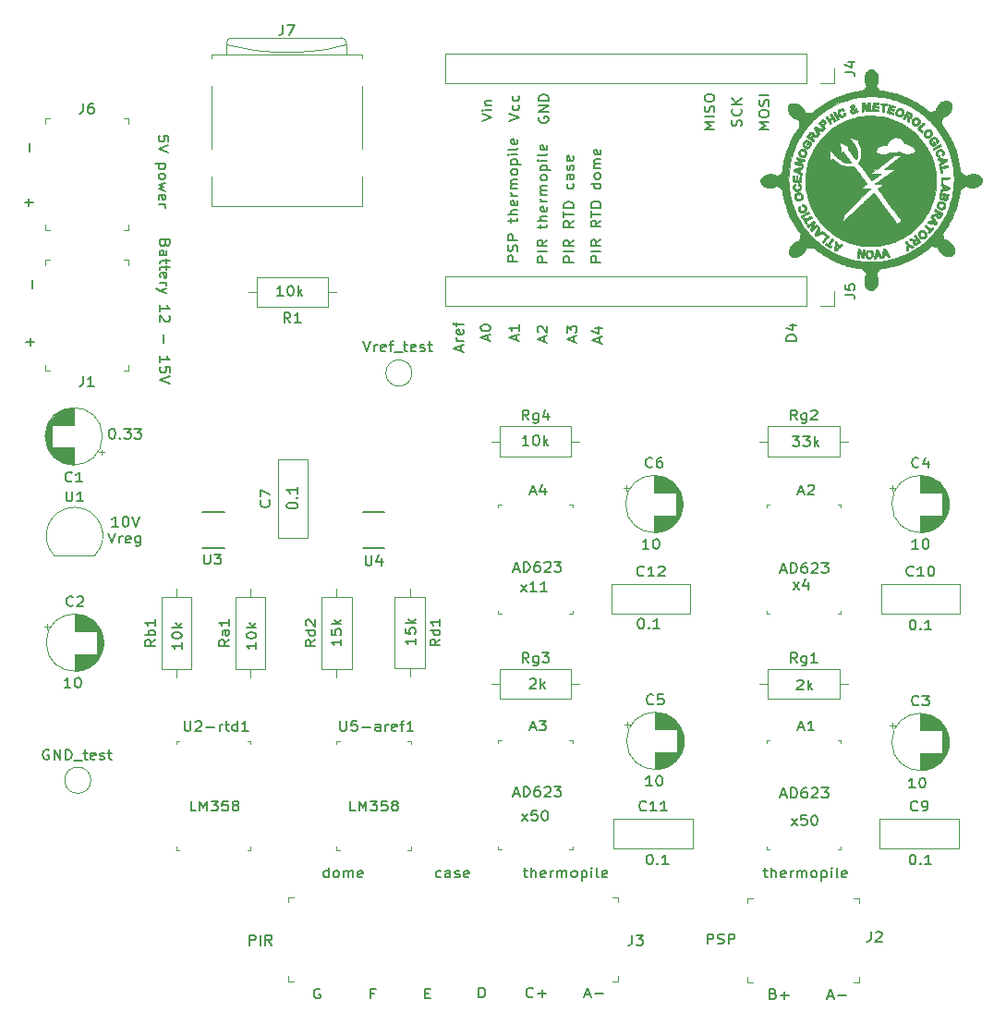
<source format=gbr>
%TF.GenerationSoftware,KiCad,Pcbnew,(5.1.7)-1*%
%TF.CreationDate,2020-12-19T19:15:01-05:00*%
%TF.ProjectId,Radiometer amps r2,52616469-6f6d-4657-9465-7220616d7073,rev?*%
%TF.SameCoordinates,Original*%
%TF.FileFunction,Legend,Top*%
%TF.FilePolarity,Positive*%
%FSLAX46Y46*%
G04 Gerber Fmt 4.6, Leading zero omitted, Abs format (unit mm)*
G04 Created by KiCad (PCBNEW (5.1.7)-1) date 2020-12-19 19:15:01*
%MOMM*%
%LPD*%
G01*
G04 APERTURE LIST*
%ADD10C,0.150000*%
%ADD11C,0.160000*%
%ADD12C,0.120000*%
%ADD13C,0.100000*%
%ADD14C,0.010000*%
%ADD15C,0.152400*%
G04 APERTURE END LIST*
D10*
X-36087619Y225798095D02*
X-36087619Y225893333D01*
X-36040000Y225988571D01*
X-35992380Y226036190D01*
X-35897142Y226083809D01*
X-35706666Y226131428D01*
X-35468571Y226131428D01*
X-35278095Y226083809D01*
X-35182857Y226036190D01*
X-35135238Y225988571D01*
X-35087619Y225893333D01*
X-35087619Y225798095D01*
X-35135238Y225702857D01*
X-35182857Y225655238D01*
X-35278095Y225607619D01*
X-35468571Y225560000D01*
X-35706666Y225560000D01*
X-35897142Y225607619D01*
X-35992380Y225655238D01*
X-36040000Y225702857D01*
X-36087619Y225798095D01*
X-35182857Y226560000D02*
X-35135238Y226607619D01*
X-35087619Y226560000D01*
X-35135238Y226512380D01*
X-35182857Y226560000D01*
X-35087619Y226560000D01*
X-35087619Y227560000D02*
X-35087619Y226988571D01*
X-35087619Y227274285D02*
X-36087619Y227274285D01*
X-35944761Y227179047D01*
X-35849523Y227083809D01*
X-35801904Y226988571D01*
D11*
X-51519047Y223947857D02*
X-52090476Y223947857D01*
X-51804761Y223947857D02*
X-51804761Y224847857D01*
X-51900000Y224719285D01*
X-51995238Y224633571D01*
X-52090476Y224590714D01*
X-50900000Y224847857D02*
X-50804761Y224847857D01*
X-50709523Y224805000D01*
X-50661904Y224762142D01*
X-50614285Y224676428D01*
X-50566666Y224505000D01*
X-50566666Y224290714D01*
X-50614285Y224119285D01*
X-50661904Y224033571D01*
X-50709523Y223990714D01*
X-50804761Y223947857D01*
X-50900000Y223947857D01*
X-50995238Y223990714D01*
X-51042857Y224033571D01*
X-51090476Y224119285D01*
X-51138095Y224290714D01*
X-51138095Y224505000D01*
X-51090476Y224676428D01*
X-51042857Y224762142D01*
X-50995238Y224805000D01*
X-50900000Y224847857D01*
X-50280952Y224847857D02*
X-49947619Y223947857D01*
X-49614285Y224847857D01*
X-52423809Y223337857D02*
X-52090476Y222437857D01*
X-51757142Y223337857D01*
X-51423809Y222437857D02*
X-51423809Y223037857D01*
X-51423809Y222866428D02*
X-51376190Y222952142D01*
X-51328571Y222995000D01*
X-51233333Y223037857D01*
X-51138095Y223037857D01*
X-50423809Y222480714D02*
X-50519047Y222437857D01*
X-50709523Y222437857D01*
X-50804761Y222480714D01*
X-50852380Y222566428D01*
X-50852380Y222909285D01*
X-50804761Y222995000D01*
X-50709523Y223037857D01*
X-50519047Y223037857D01*
X-50423809Y222995000D01*
X-50376190Y222909285D01*
X-50376190Y222823571D01*
X-50852380Y222737857D01*
X-49519047Y223037857D02*
X-49519047Y222309285D01*
X-49566666Y222223571D01*
X-49614285Y222180714D01*
X-49709523Y222137857D01*
X-49852380Y222137857D01*
X-49947619Y222180714D01*
X-49519047Y222480714D02*
X-49614285Y222437857D01*
X-49804761Y222437857D01*
X-49900000Y222480714D01*
X-49947619Y222523571D01*
X-49995238Y222609285D01*
X-49995238Y222866428D01*
X-49947619Y222952142D01*
X-49900000Y222995000D01*
X-49804761Y223037857D01*
X-49614285Y223037857D01*
X-49519047Y222995000D01*
X-36395238Y245092857D02*
X-36966666Y245092857D01*
X-36680952Y245092857D02*
X-36680952Y245992857D01*
X-36776190Y245864285D01*
X-36871428Y245778571D01*
X-36966666Y245735714D01*
X-35776190Y245992857D02*
X-35680952Y245992857D01*
X-35585714Y245950000D01*
X-35538095Y245907142D01*
X-35490476Y245821428D01*
X-35442857Y245650000D01*
X-35442857Y245435714D01*
X-35490476Y245264285D01*
X-35538095Y245178571D01*
X-35585714Y245135714D01*
X-35680952Y245092857D01*
X-35776190Y245092857D01*
X-35871428Y245135714D01*
X-35919047Y245178571D01*
X-35966666Y245264285D01*
X-36014285Y245435714D01*
X-36014285Y245650000D01*
X-35966666Y245821428D01*
X-35919047Y245907142D01*
X-35871428Y245950000D01*
X-35776190Y245992857D01*
X-35014285Y245092857D02*
X-35014285Y245992857D01*
X-34919047Y245435714D02*
X-34633333Y245092857D01*
X-34633333Y245692857D02*
X-35014285Y245350000D01*
X-14614285Y217992857D02*
X-14090476Y218592857D01*
X-14614285Y218592857D02*
X-14090476Y217992857D01*
X-13185714Y217992857D02*
X-13757142Y217992857D01*
X-13471428Y217992857D02*
X-13471428Y218892857D01*
X-13566666Y218764285D01*
X-13661904Y218678571D01*
X-13757142Y218635714D01*
X-12233333Y217992857D02*
X-12804761Y217992857D01*
X-12519047Y217992857D02*
X-12519047Y218892857D01*
X-12614285Y218764285D01*
X-12709523Y218678571D01*
X-12804761Y218635714D01*
X-14514285Y196992857D02*
X-13990476Y197592857D01*
X-14514285Y197592857D02*
X-13990476Y196992857D01*
X-13133333Y197892857D02*
X-13609523Y197892857D01*
X-13657142Y197464285D01*
X-13609523Y197507142D01*
X-13514285Y197550000D01*
X-13276190Y197550000D01*
X-13180952Y197507142D01*
X-13133333Y197464285D01*
X-13085714Y197378571D01*
X-13085714Y197164285D01*
X-13133333Y197078571D01*
X-13180952Y197035714D01*
X-13276190Y196992857D01*
X-13514285Y196992857D01*
X-13609523Y197035714D01*
X-13657142Y197078571D01*
X-12466666Y197892857D02*
X-12371428Y197892857D01*
X-12276190Y197850000D01*
X-12228571Y197807142D01*
X-12180952Y197721428D01*
X-12133333Y197550000D01*
X-12133333Y197335714D01*
X-12180952Y197164285D01*
X-12228571Y197078571D01*
X-12276190Y197035714D01*
X-12371428Y196992857D01*
X-12466666Y196992857D01*
X-12561904Y197035714D01*
X-12609523Y197078571D01*
X-12657142Y197164285D01*
X-12704761Y197335714D01*
X-12704761Y197550000D01*
X-12657142Y197721428D01*
X-12609523Y197807142D01*
X-12561904Y197850000D01*
X-12466666Y197892857D01*
X10361904Y218192857D02*
X10885714Y218792857D01*
X10361904Y218792857D02*
X10885714Y218192857D01*
X11695238Y218792857D02*
X11695238Y218192857D01*
X11457142Y219135714D02*
X11219047Y218492857D01*
X11838095Y218492857D01*
X10185714Y196592857D02*
X10709523Y197192857D01*
X10185714Y197192857D02*
X10709523Y196592857D01*
X11566666Y197492857D02*
X11090476Y197492857D01*
X11042857Y197064285D01*
X11090476Y197107142D01*
X11185714Y197150000D01*
X11423809Y197150000D01*
X11519047Y197107142D01*
X11566666Y197064285D01*
X11614285Y196978571D01*
X11614285Y196764285D01*
X11566666Y196678571D01*
X11519047Y196635714D01*
X11423809Y196592857D01*
X11185714Y196592857D01*
X11090476Y196635714D01*
X11042857Y196678571D01*
X12233333Y197492857D02*
X12328571Y197492857D01*
X12423809Y197450000D01*
X12471428Y197407142D01*
X12519047Y197321428D01*
X12566666Y197150000D01*
X12566666Y196935714D01*
X12519047Y196764285D01*
X12471428Y196678571D01*
X12423809Y196635714D01*
X12328571Y196592857D01*
X12233333Y196592857D01*
X12138095Y196635714D01*
X12090476Y196678571D01*
X12042857Y196764285D01*
X11995238Y196935714D01*
X11995238Y197150000D01*
X12042857Y197321428D01*
X12090476Y197407142D01*
X12138095Y197450000D01*
X12233333Y197492857D01*
X21809523Y221892857D02*
X21238095Y221892857D01*
X21523809Y221892857D02*
X21523809Y222792857D01*
X21428571Y222664285D01*
X21333333Y222578571D01*
X21238095Y222535714D01*
X22428571Y222792857D02*
X22523809Y222792857D01*
X22619047Y222750000D01*
X22666666Y222707142D01*
X22714285Y222621428D01*
X22761904Y222450000D01*
X22761904Y222235714D01*
X22714285Y222064285D01*
X22666666Y221978571D01*
X22619047Y221935714D01*
X22523809Y221892857D01*
X22428571Y221892857D01*
X22333333Y221935714D01*
X22285714Y221978571D01*
X22238095Y222064285D01*
X22190476Y222235714D01*
X22190476Y222450000D01*
X22238095Y222621428D01*
X22285714Y222707142D01*
X22333333Y222750000D01*
X22428571Y222792857D01*
X21238095Y215392857D02*
X21333333Y215392857D01*
X21428571Y215350000D01*
X21476190Y215307142D01*
X21523809Y215221428D01*
X21571428Y215050000D01*
X21571428Y214835714D01*
X21523809Y214664285D01*
X21476190Y214578571D01*
X21428571Y214535714D01*
X21333333Y214492857D01*
X21238095Y214492857D01*
X21142857Y214535714D01*
X21095238Y214578571D01*
X21047619Y214664285D01*
X21000000Y214835714D01*
X21000000Y215050000D01*
X21047619Y215221428D01*
X21095238Y215307142D01*
X21142857Y215350000D01*
X21238095Y215392857D01*
X22000000Y214578571D02*
X22047619Y214535714D01*
X22000000Y214492857D01*
X21952380Y214535714D01*
X22000000Y214578571D01*
X22000000Y214492857D01*
X23000000Y214492857D02*
X22428571Y214492857D01*
X22714285Y214492857D02*
X22714285Y215392857D01*
X22619047Y215264285D01*
X22523809Y215178571D01*
X22428571Y215135714D01*
X21509523Y199992857D02*
X20938095Y199992857D01*
X21223809Y199992857D02*
X21223809Y200892857D01*
X21128571Y200764285D01*
X21033333Y200678571D01*
X20938095Y200635714D01*
X22128571Y200892857D02*
X22223809Y200892857D01*
X22319047Y200850000D01*
X22366666Y200807142D01*
X22414285Y200721428D01*
X22461904Y200550000D01*
X22461904Y200335714D01*
X22414285Y200164285D01*
X22366666Y200078571D01*
X22319047Y200035714D01*
X22223809Y199992857D01*
X22128571Y199992857D01*
X22033333Y200035714D01*
X21985714Y200078571D01*
X21938095Y200164285D01*
X21890476Y200335714D01*
X21890476Y200550000D01*
X21938095Y200721428D01*
X21985714Y200807142D01*
X22033333Y200850000D01*
X22128571Y200892857D01*
X21238095Y193892857D02*
X21333333Y193892857D01*
X21428571Y193850000D01*
X21476190Y193807142D01*
X21523809Y193721428D01*
X21571428Y193550000D01*
X21571428Y193335714D01*
X21523809Y193164285D01*
X21476190Y193078571D01*
X21428571Y193035714D01*
X21333333Y192992857D01*
X21238095Y192992857D01*
X21142857Y193035714D01*
X21095238Y193078571D01*
X21047619Y193164285D01*
X21000000Y193335714D01*
X21000000Y193550000D01*
X21047619Y193721428D01*
X21095238Y193807142D01*
X21142857Y193850000D01*
X21238095Y193892857D01*
X22000000Y193078571D02*
X22047619Y193035714D01*
X22000000Y192992857D01*
X21952380Y193035714D01*
X22000000Y193078571D01*
X22000000Y192992857D01*
X23000000Y192992857D02*
X22428571Y192992857D01*
X22714285Y192992857D02*
X22714285Y193892857D01*
X22619047Y193764285D01*
X22523809Y193678571D01*
X22428571Y193635714D01*
X-2890476Y221892857D02*
X-3461904Y221892857D01*
X-3176190Y221892857D02*
X-3176190Y222792857D01*
X-3271428Y222664285D01*
X-3366666Y222578571D01*
X-3461904Y222535714D01*
X-2271428Y222792857D02*
X-2176190Y222792857D01*
X-2080952Y222750000D01*
X-2033333Y222707142D01*
X-1985714Y222621428D01*
X-1938095Y222450000D01*
X-1938095Y222235714D01*
X-1985714Y222064285D01*
X-2033333Y221978571D01*
X-2080952Y221935714D01*
X-2176190Y221892857D01*
X-2271428Y221892857D01*
X-2366666Y221935714D01*
X-2414285Y221978571D01*
X-2461904Y222064285D01*
X-2509523Y222235714D01*
X-2509523Y222450000D01*
X-2461904Y222621428D01*
X-2414285Y222707142D01*
X-2366666Y222750000D01*
X-2271428Y222792857D01*
X-3661904Y215492857D02*
X-3566666Y215492857D01*
X-3471428Y215450000D01*
X-3423809Y215407142D01*
X-3376190Y215321428D01*
X-3328571Y215150000D01*
X-3328571Y214935714D01*
X-3376190Y214764285D01*
X-3423809Y214678571D01*
X-3471428Y214635714D01*
X-3566666Y214592857D01*
X-3661904Y214592857D01*
X-3757142Y214635714D01*
X-3804761Y214678571D01*
X-3852380Y214764285D01*
X-3900000Y214935714D01*
X-3900000Y215150000D01*
X-3852380Y215321428D01*
X-3804761Y215407142D01*
X-3757142Y215450000D01*
X-3661904Y215492857D01*
X-2900000Y214678571D02*
X-2852380Y214635714D01*
X-2900000Y214592857D01*
X-2947619Y214635714D01*
X-2900000Y214678571D01*
X-2900000Y214592857D01*
X-1900000Y214592857D02*
X-2471428Y214592857D01*
X-2185714Y214592857D02*
X-2185714Y215492857D01*
X-2280952Y215364285D01*
X-2376190Y215278571D01*
X-2471428Y215235714D01*
X-2590476Y200192857D02*
X-3161904Y200192857D01*
X-2876190Y200192857D02*
X-2876190Y201092857D01*
X-2971428Y200964285D01*
X-3066666Y200878571D01*
X-3161904Y200835714D01*
X-1971428Y201092857D02*
X-1876190Y201092857D01*
X-1780952Y201050000D01*
X-1733333Y201007142D01*
X-1685714Y200921428D01*
X-1638095Y200750000D01*
X-1638095Y200535714D01*
X-1685714Y200364285D01*
X-1733333Y200278571D01*
X-1780952Y200235714D01*
X-1876190Y200192857D01*
X-1971428Y200192857D01*
X-2066666Y200235714D01*
X-2114285Y200278571D01*
X-2161904Y200364285D01*
X-2209523Y200535714D01*
X-2209523Y200750000D01*
X-2161904Y200921428D01*
X-2114285Y201007142D01*
X-2066666Y201050000D01*
X-1971428Y201092857D01*
X-2861904Y193892857D02*
X-2766666Y193892857D01*
X-2671428Y193850000D01*
X-2623809Y193807142D01*
X-2576190Y193721428D01*
X-2528571Y193550000D01*
X-2528571Y193335714D01*
X-2576190Y193164285D01*
X-2623809Y193078571D01*
X-2671428Y193035714D01*
X-2766666Y192992857D01*
X-2861904Y192992857D01*
X-2957142Y193035714D01*
X-3004761Y193078571D01*
X-3052380Y193164285D01*
X-3100000Y193335714D01*
X-3100000Y193550000D01*
X-3052380Y193721428D01*
X-3004761Y193807142D01*
X-2957142Y193850000D01*
X-2861904Y193892857D01*
X-2100000Y193078571D02*
X-2052380Y193035714D01*
X-2100000Y192992857D01*
X-2147619Y193035714D01*
X-2100000Y193078571D01*
X-2100000Y192992857D01*
X-1100000Y192992857D02*
X-1671428Y192992857D01*
X-1385714Y192992857D02*
X-1385714Y193892857D01*
X-1480952Y193764285D01*
X-1576190Y193678571D01*
X-1671428Y193635714D01*
X10709523Y209807142D02*
X10757142Y209850000D01*
X10852380Y209892857D01*
X11090476Y209892857D01*
X11185714Y209850000D01*
X11233333Y209807142D01*
X11280952Y209721428D01*
X11280952Y209635714D01*
X11233333Y209507142D01*
X10661904Y208992857D01*
X11280952Y208992857D01*
X11709523Y208992857D02*
X11709523Y209892857D01*
X11804761Y209335714D02*
X12090476Y208992857D01*
X12090476Y209592857D02*
X11709523Y209250000D01*
X-13790476Y209907142D02*
X-13742857Y209950000D01*
X-13647619Y209992857D01*
X-13409523Y209992857D01*
X-13314285Y209950000D01*
X-13266666Y209907142D01*
X-13219047Y209821428D01*
X-13219047Y209735714D01*
X-13266666Y209607142D01*
X-13838095Y209092857D01*
X-13219047Y209092857D01*
X-12790476Y209092857D02*
X-12790476Y209992857D01*
X-12695238Y209435714D02*
X-12409523Y209092857D01*
X-12409523Y209692857D02*
X-12790476Y209350000D01*
X10285714Y232192857D02*
X10904761Y232192857D01*
X10571428Y231850000D01*
X10714285Y231850000D01*
X10809523Y231807142D01*
X10857142Y231764285D01*
X10904761Y231678571D01*
X10904761Y231464285D01*
X10857142Y231378571D01*
X10809523Y231335714D01*
X10714285Y231292857D01*
X10428571Y231292857D01*
X10333333Y231335714D01*
X10285714Y231378571D01*
X11238095Y232192857D02*
X11857142Y232192857D01*
X11523809Y231850000D01*
X11666666Y231850000D01*
X11761904Y231807142D01*
X11809523Y231764285D01*
X11857142Y231678571D01*
X11857142Y231464285D01*
X11809523Y231378571D01*
X11761904Y231335714D01*
X11666666Y231292857D01*
X11380952Y231292857D01*
X11285714Y231335714D01*
X11238095Y231378571D01*
X12285714Y231292857D02*
X12285714Y232192857D01*
X12380952Y231635714D02*
X12666666Y231292857D01*
X12666666Y231892857D02*
X12285714Y231550000D01*
X-13895238Y231392857D02*
X-14466666Y231392857D01*
X-14180952Y231392857D02*
X-14180952Y232292857D01*
X-14276190Y232164285D01*
X-14371428Y232078571D01*
X-14466666Y232035714D01*
X-13276190Y232292857D02*
X-13180952Y232292857D01*
X-13085714Y232250000D01*
X-13038095Y232207142D01*
X-12990476Y232121428D01*
X-12942857Y231950000D01*
X-12942857Y231735714D01*
X-12990476Y231564285D01*
X-13038095Y231478571D01*
X-13085714Y231435714D01*
X-13180952Y231392857D01*
X-13276190Y231392857D01*
X-13371428Y231435714D01*
X-13419047Y231478571D01*
X-13466666Y231564285D01*
X-13514285Y231735714D01*
X-13514285Y231950000D01*
X-13466666Y232121428D01*
X-13419047Y232207142D01*
X-13371428Y232250000D01*
X-13276190Y232292857D01*
X-12514285Y231392857D02*
X-12514285Y232292857D01*
X-12419047Y231735714D02*
X-12133333Y231392857D01*
X-12133333Y231992857D02*
X-12514285Y231650000D01*
X9233333Y219950000D02*
X9709523Y219950000D01*
X9138095Y219692857D02*
X9471428Y220592857D01*
X9804761Y219692857D01*
X10138095Y219692857D02*
X10138095Y220592857D01*
X10376190Y220592857D01*
X10519047Y220550000D01*
X10614285Y220464285D01*
X10661904Y220378571D01*
X10709523Y220207142D01*
X10709523Y220078571D01*
X10661904Y219907142D01*
X10614285Y219821428D01*
X10519047Y219735714D01*
X10376190Y219692857D01*
X10138095Y219692857D01*
X11566666Y220592857D02*
X11376190Y220592857D01*
X11280952Y220550000D01*
X11233333Y220507142D01*
X11138095Y220378571D01*
X11090476Y220207142D01*
X11090476Y219864285D01*
X11138095Y219778571D01*
X11185714Y219735714D01*
X11280952Y219692857D01*
X11471428Y219692857D01*
X11566666Y219735714D01*
X11614285Y219778571D01*
X11661904Y219864285D01*
X11661904Y220078571D01*
X11614285Y220164285D01*
X11566666Y220207142D01*
X11471428Y220250000D01*
X11280952Y220250000D01*
X11185714Y220207142D01*
X11138095Y220164285D01*
X11090476Y220078571D01*
X12042857Y220507142D02*
X12090476Y220550000D01*
X12185714Y220592857D01*
X12423809Y220592857D01*
X12519047Y220550000D01*
X12566666Y220507142D01*
X12614285Y220421428D01*
X12614285Y220335714D01*
X12566666Y220207142D01*
X11995238Y219692857D01*
X12614285Y219692857D01*
X12947619Y220592857D02*
X13566666Y220592857D01*
X13233333Y220250000D01*
X13376190Y220250000D01*
X13471428Y220207142D01*
X13519047Y220164285D01*
X13566666Y220078571D01*
X13566666Y219864285D01*
X13519047Y219778571D01*
X13471428Y219735714D01*
X13376190Y219692857D01*
X13090476Y219692857D01*
X12995238Y219735714D01*
X12947619Y219778571D01*
X9233333Y199350000D02*
X9709523Y199350000D01*
X9138095Y199092857D02*
X9471428Y199992857D01*
X9804761Y199092857D01*
X10138095Y199092857D02*
X10138095Y199992857D01*
X10376190Y199992857D01*
X10519047Y199950000D01*
X10614285Y199864285D01*
X10661904Y199778571D01*
X10709523Y199607142D01*
X10709523Y199478571D01*
X10661904Y199307142D01*
X10614285Y199221428D01*
X10519047Y199135714D01*
X10376190Y199092857D01*
X10138095Y199092857D01*
X11566666Y199992857D02*
X11376190Y199992857D01*
X11280952Y199950000D01*
X11233333Y199907142D01*
X11138095Y199778571D01*
X11090476Y199607142D01*
X11090476Y199264285D01*
X11138095Y199178571D01*
X11185714Y199135714D01*
X11280952Y199092857D01*
X11471428Y199092857D01*
X11566666Y199135714D01*
X11614285Y199178571D01*
X11661904Y199264285D01*
X11661904Y199478571D01*
X11614285Y199564285D01*
X11566666Y199607142D01*
X11471428Y199650000D01*
X11280952Y199650000D01*
X11185714Y199607142D01*
X11138095Y199564285D01*
X11090476Y199478571D01*
X12042857Y199907142D02*
X12090476Y199950000D01*
X12185714Y199992857D01*
X12423809Y199992857D01*
X12519047Y199950000D01*
X12566666Y199907142D01*
X12614285Y199821428D01*
X12614285Y199735714D01*
X12566666Y199607142D01*
X11995238Y199092857D01*
X12614285Y199092857D01*
X12947619Y199992857D02*
X13566666Y199992857D01*
X13233333Y199650000D01*
X13376190Y199650000D01*
X13471428Y199607142D01*
X13519047Y199564285D01*
X13566666Y199478571D01*
X13566666Y199264285D01*
X13519047Y199178571D01*
X13471428Y199135714D01*
X13376190Y199092857D01*
X13090476Y199092857D01*
X12995238Y199135714D01*
X12947619Y199178571D01*
X-15266666Y199450000D02*
X-14790476Y199450000D01*
X-15361904Y199192857D02*
X-15028571Y200092857D01*
X-14695238Y199192857D01*
X-14361904Y199192857D02*
X-14361904Y200092857D01*
X-14123809Y200092857D01*
X-13980952Y200050000D01*
X-13885714Y199964285D01*
X-13838095Y199878571D01*
X-13790476Y199707142D01*
X-13790476Y199578571D01*
X-13838095Y199407142D01*
X-13885714Y199321428D01*
X-13980952Y199235714D01*
X-14123809Y199192857D01*
X-14361904Y199192857D01*
X-12933333Y200092857D02*
X-13123809Y200092857D01*
X-13219047Y200050000D01*
X-13266666Y200007142D01*
X-13361904Y199878571D01*
X-13409523Y199707142D01*
X-13409523Y199364285D01*
X-13361904Y199278571D01*
X-13314285Y199235714D01*
X-13219047Y199192857D01*
X-13028571Y199192857D01*
X-12933333Y199235714D01*
X-12885714Y199278571D01*
X-12838095Y199364285D01*
X-12838095Y199578571D01*
X-12885714Y199664285D01*
X-12933333Y199707142D01*
X-13028571Y199750000D01*
X-13219047Y199750000D01*
X-13314285Y199707142D01*
X-13361904Y199664285D01*
X-13409523Y199578571D01*
X-12457142Y200007142D02*
X-12409523Y200050000D01*
X-12314285Y200092857D01*
X-12076190Y200092857D01*
X-11980952Y200050000D01*
X-11933333Y200007142D01*
X-11885714Y199921428D01*
X-11885714Y199835714D01*
X-11933333Y199707142D01*
X-12504761Y199192857D01*
X-11885714Y199192857D01*
X-11552380Y200092857D02*
X-10933333Y200092857D01*
X-11266666Y199750000D01*
X-11123809Y199750000D01*
X-11028571Y199707142D01*
X-10980952Y199664285D01*
X-10933333Y199578571D01*
X-10933333Y199364285D01*
X-10980952Y199278571D01*
X-11028571Y199235714D01*
X-11123809Y199192857D01*
X-11409523Y199192857D01*
X-11504761Y199235714D01*
X-11552380Y199278571D01*
X-15266666Y220050000D02*
X-14790476Y220050000D01*
X-15361904Y219792857D02*
X-15028571Y220692857D01*
X-14695238Y219792857D01*
X-14361904Y219792857D02*
X-14361904Y220692857D01*
X-14123809Y220692857D01*
X-13980952Y220650000D01*
X-13885714Y220564285D01*
X-13838095Y220478571D01*
X-13790476Y220307142D01*
X-13790476Y220178571D01*
X-13838095Y220007142D01*
X-13885714Y219921428D01*
X-13980952Y219835714D01*
X-14123809Y219792857D01*
X-14361904Y219792857D01*
X-12933333Y220692857D02*
X-13123809Y220692857D01*
X-13219047Y220650000D01*
X-13266666Y220607142D01*
X-13361904Y220478571D01*
X-13409523Y220307142D01*
X-13409523Y219964285D01*
X-13361904Y219878571D01*
X-13314285Y219835714D01*
X-13219047Y219792857D01*
X-13028571Y219792857D01*
X-12933333Y219835714D01*
X-12885714Y219878571D01*
X-12838095Y219964285D01*
X-12838095Y220178571D01*
X-12885714Y220264285D01*
X-12933333Y220307142D01*
X-13028571Y220350000D01*
X-13219047Y220350000D01*
X-13314285Y220307142D01*
X-13361904Y220264285D01*
X-13409523Y220178571D01*
X-12457142Y220607142D02*
X-12409523Y220650000D01*
X-12314285Y220692857D01*
X-12076190Y220692857D01*
X-11980952Y220650000D01*
X-11933333Y220607142D01*
X-11885714Y220521428D01*
X-11885714Y220435714D01*
X-11933333Y220307142D01*
X-12504761Y219792857D01*
X-11885714Y219792857D01*
X-11552380Y220692857D02*
X-10933333Y220692857D01*
X-11266666Y220350000D01*
X-11123809Y220350000D01*
X-11028571Y220307142D01*
X-10980952Y220264285D01*
X-10933333Y220178571D01*
X-10933333Y219964285D01*
X-10980952Y219878571D01*
X-11028571Y219835714D01*
X-11123809Y219792857D01*
X-11409523Y219792857D01*
X-11504761Y219835714D01*
X-11552380Y219878571D01*
X-29790476Y197892857D02*
X-30266666Y197892857D01*
X-30266666Y198792857D01*
X-29457142Y197892857D02*
X-29457142Y198792857D01*
X-29123809Y198150000D01*
X-28790476Y198792857D01*
X-28790476Y197892857D01*
X-28409523Y198792857D02*
X-27790476Y198792857D01*
X-28123809Y198450000D01*
X-27980952Y198450000D01*
X-27885714Y198407142D01*
X-27838095Y198364285D01*
X-27790476Y198278571D01*
X-27790476Y198064285D01*
X-27838095Y197978571D01*
X-27885714Y197935714D01*
X-27980952Y197892857D01*
X-28266666Y197892857D01*
X-28361904Y197935714D01*
X-28409523Y197978571D01*
X-26885714Y198792857D02*
X-27361904Y198792857D01*
X-27409523Y198364285D01*
X-27361904Y198407142D01*
X-27266666Y198450000D01*
X-27028571Y198450000D01*
X-26933333Y198407142D01*
X-26885714Y198364285D01*
X-26838095Y198278571D01*
X-26838095Y198064285D01*
X-26885714Y197978571D01*
X-26933333Y197935714D01*
X-27028571Y197892857D01*
X-27266666Y197892857D01*
X-27361904Y197935714D01*
X-27409523Y197978571D01*
X-26266666Y198407142D02*
X-26361904Y198450000D01*
X-26409523Y198492857D01*
X-26457142Y198578571D01*
X-26457142Y198621428D01*
X-26409523Y198707142D01*
X-26361904Y198750000D01*
X-26266666Y198792857D01*
X-26076190Y198792857D01*
X-25980952Y198750000D01*
X-25933333Y198707142D01*
X-25885714Y198621428D01*
X-25885714Y198578571D01*
X-25933333Y198492857D01*
X-25980952Y198450000D01*
X-26076190Y198407142D01*
X-26266666Y198407142D01*
X-26361904Y198364285D01*
X-26409523Y198321428D01*
X-26457142Y198235714D01*
X-26457142Y198064285D01*
X-26409523Y197978571D01*
X-26361904Y197935714D01*
X-26266666Y197892857D01*
X-26076190Y197892857D01*
X-25980952Y197935714D01*
X-25933333Y197978571D01*
X-25885714Y198064285D01*
X-25885714Y198235714D01*
X-25933333Y198321428D01*
X-25980952Y198364285D01*
X-26076190Y198407142D01*
X-44390476Y197892857D02*
X-44866666Y197892857D01*
X-44866666Y198792857D01*
X-44057142Y197892857D02*
X-44057142Y198792857D01*
X-43723809Y198150000D01*
X-43390476Y198792857D01*
X-43390476Y197892857D01*
X-43009523Y198792857D02*
X-42390476Y198792857D01*
X-42723809Y198450000D01*
X-42580952Y198450000D01*
X-42485714Y198407142D01*
X-42438095Y198364285D01*
X-42390476Y198278571D01*
X-42390476Y198064285D01*
X-42438095Y197978571D01*
X-42485714Y197935714D01*
X-42580952Y197892857D01*
X-42866666Y197892857D01*
X-42961904Y197935714D01*
X-43009523Y197978571D01*
X-41485714Y198792857D02*
X-41961904Y198792857D01*
X-42009523Y198364285D01*
X-41961904Y198407142D01*
X-41866666Y198450000D01*
X-41628571Y198450000D01*
X-41533333Y198407142D01*
X-41485714Y198364285D01*
X-41438095Y198278571D01*
X-41438095Y198064285D01*
X-41485714Y197978571D01*
X-41533333Y197935714D01*
X-41628571Y197892857D01*
X-41866666Y197892857D01*
X-41961904Y197935714D01*
X-42009523Y197978571D01*
X-40866666Y198407142D02*
X-40961904Y198450000D01*
X-41009523Y198492857D01*
X-41057142Y198578571D01*
X-41057142Y198621428D01*
X-41009523Y198707142D01*
X-40961904Y198750000D01*
X-40866666Y198792857D01*
X-40676190Y198792857D01*
X-40580952Y198750000D01*
X-40533333Y198707142D01*
X-40485714Y198621428D01*
X-40485714Y198578571D01*
X-40533333Y198492857D01*
X-40580952Y198450000D01*
X-40676190Y198407142D01*
X-40866666Y198407142D01*
X-40961904Y198364285D01*
X-41009523Y198321428D01*
X-41057142Y198235714D01*
X-41057142Y198064285D01*
X-41009523Y197978571D01*
X-40961904Y197935714D01*
X-40866666Y197892857D01*
X-40676190Y197892857D01*
X-40580952Y197935714D01*
X-40533333Y197978571D01*
X-40485714Y198064285D01*
X-40485714Y198235714D01*
X-40533333Y198321428D01*
X-40580952Y198364285D01*
X-40676190Y198407142D01*
X-24292857Y213704761D02*
X-24292857Y213133333D01*
X-24292857Y213419047D02*
X-25192857Y213419047D01*
X-25064285Y213323809D01*
X-24978571Y213228571D01*
X-24935714Y213133333D01*
X-25192857Y214609523D02*
X-25192857Y214133333D01*
X-24764285Y214085714D01*
X-24807142Y214133333D01*
X-24850000Y214228571D01*
X-24850000Y214466666D01*
X-24807142Y214561904D01*
X-24764285Y214609523D01*
X-24678571Y214657142D01*
X-24464285Y214657142D01*
X-24378571Y214609523D01*
X-24335714Y214561904D01*
X-24292857Y214466666D01*
X-24292857Y214228571D01*
X-24335714Y214133333D01*
X-24378571Y214085714D01*
X-24292857Y215085714D02*
X-25192857Y215085714D01*
X-24635714Y215180952D02*
X-24292857Y215466666D01*
X-24892857Y215466666D02*
X-24550000Y215085714D01*
X-31092857Y213604761D02*
X-31092857Y213033333D01*
X-31092857Y213319047D02*
X-31992857Y213319047D01*
X-31864285Y213223809D01*
X-31778571Y213128571D01*
X-31735714Y213033333D01*
X-31992857Y214509523D02*
X-31992857Y214033333D01*
X-31564285Y213985714D01*
X-31607142Y214033333D01*
X-31650000Y214128571D01*
X-31650000Y214366666D01*
X-31607142Y214461904D01*
X-31564285Y214509523D01*
X-31478571Y214557142D01*
X-31264285Y214557142D01*
X-31178571Y214509523D01*
X-31135714Y214461904D01*
X-31092857Y214366666D01*
X-31092857Y214128571D01*
X-31135714Y214033333D01*
X-31178571Y213985714D01*
X-31092857Y214985714D02*
X-31992857Y214985714D01*
X-31435714Y215080952D02*
X-31092857Y215366666D01*
X-31692857Y215366666D02*
X-31350000Y214985714D01*
X-38892857Y213304761D02*
X-38892857Y212733333D01*
X-38892857Y213019047D02*
X-39792857Y213019047D01*
X-39664285Y212923809D01*
X-39578571Y212828571D01*
X-39535714Y212733333D01*
X-39792857Y213923809D02*
X-39792857Y214019047D01*
X-39750000Y214114285D01*
X-39707142Y214161904D01*
X-39621428Y214209523D01*
X-39450000Y214257142D01*
X-39235714Y214257142D01*
X-39064285Y214209523D01*
X-38978571Y214161904D01*
X-38935714Y214114285D01*
X-38892857Y214019047D01*
X-38892857Y213923809D01*
X-38935714Y213828571D01*
X-38978571Y213780952D01*
X-39064285Y213733333D01*
X-39235714Y213685714D01*
X-39450000Y213685714D01*
X-39621428Y213733333D01*
X-39707142Y213780952D01*
X-39750000Y213828571D01*
X-39792857Y213923809D01*
X-38892857Y214685714D02*
X-39792857Y214685714D01*
X-39235714Y214780952D02*
X-38892857Y215066666D01*
X-39492857Y215066666D02*
X-39150000Y214685714D01*
X-45692857Y213304761D02*
X-45692857Y212733333D01*
X-45692857Y213019047D02*
X-46592857Y213019047D01*
X-46464285Y212923809D01*
X-46378571Y212828571D01*
X-46335714Y212733333D01*
X-46592857Y213923809D02*
X-46592857Y214019047D01*
X-46550000Y214114285D01*
X-46507142Y214161904D01*
X-46421428Y214209523D01*
X-46250000Y214257142D01*
X-46035714Y214257142D01*
X-45864285Y214209523D01*
X-45778571Y214161904D01*
X-45735714Y214114285D01*
X-45692857Y214019047D01*
X-45692857Y213923809D01*
X-45735714Y213828571D01*
X-45778571Y213780952D01*
X-45864285Y213733333D01*
X-46035714Y213685714D01*
X-46250000Y213685714D01*
X-46421428Y213733333D01*
X-46507142Y213780952D01*
X-46550000Y213828571D01*
X-46592857Y213923809D01*
X-45692857Y214685714D02*
X-46592857Y214685714D01*
X-46035714Y214780952D02*
X-45692857Y215066666D01*
X-46292857Y215066666D02*
X-45950000Y214685714D01*
X-55890476Y209192857D02*
X-56461904Y209192857D01*
X-56176190Y209192857D02*
X-56176190Y210092857D01*
X-56271428Y209964285D01*
X-56366666Y209878571D01*
X-56461904Y209835714D01*
X-55271428Y210092857D02*
X-55176190Y210092857D01*
X-55080952Y210050000D01*
X-55033333Y210007142D01*
X-54985714Y209921428D01*
X-54938095Y209750000D01*
X-54938095Y209535714D01*
X-54985714Y209364285D01*
X-55033333Y209278571D01*
X-55080952Y209235714D01*
X-55176190Y209192857D01*
X-55271428Y209192857D01*
X-55366666Y209235714D01*
X-55414285Y209278571D01*
X-55461904Y209364285D01*
X-55509523Y209535714D01*
X-55509523Y209750000D01*
X-55461904Y209921428D01*
X-55414285Y210007142D01*
X-55366666Y210050000D01*
X-55271428Y210092857D01*
X-52138095Y232892857D02*
X-52042857Y232892857D01*
X-51947619Y232850000D01*
X-51900000Y232807142D01*
X-51852380Y232721428D01*
X-51804761Y232550000D01*
X-51804761Y232335714D01*
X-51852380Y232164285D01*
X-51900000Y232078571D01*
X-51947619Y232035714D01*
X-52042857Y231992857D01*
X-52138095Y231992857D01*
X-52233333Y232035714D01*
X-52280952Y232078571D01*
X-52328571Y232164285D01*
X-52376190Y232335714D01*
X-52376190Y232550000D01*
X-52328571Y232721428D01*
X-52280952Y232807142D01*
X-52233333Y232850000D01*
X-52138095Y232892857D01*
X-51376190Y232078571D02*
X-51328571Y232035714D01*
X-51376190Y231992857D01*
X-51423809Y232035714D01*
X-51376190Y232078571D01*
X-51376190Y231992857D01*
X-50995238Y232892857D02*
X-50376190Y232892857D01*
X-50709523Y232550000D01*
X-50566666Y232550000D01*
X-50471428Y232507142D01*
X-50423809Y232464285D01*
X-50376190Y232378571D01*
X-50376190Y232164285D01*
X-50423809Y232078571D01*
X-50471428Y232035714D01*
X-50566666Y231992857D01*
X-50852380Y231992857D01*
X-50947619Y232035714D01*
X-50995238Y232078571D01*
X-50042857Y232892857D02*
X-49423809Y232892857D01*
X-49757142Y232550000D01*
X-49614285Y232550000D01*
X-49519047Y232507142D01*
X-49471428Y232464285D01*
X-49423809Y232378571D01*
X-49423809Y232164285D01*
X-49471428Y232078571D01*
X-49519047Y232035714D01*
X-49614285Y231992857D01*
X-49900000Y231992857D01*
X-49995238Y232035714D01*
X-50042857Y232078571D01*
X3107142Y260328571D02*
X2207142Y260328571D01*
X2850000Y260661904D01*
X2207142Y260995238D01*
X3107142Y260995238D01*
X3107142Y261471428D02*
X2207142Y261471428D01*
X3064285Y261900000D02*
X3107142Y262042857D01*
X3107142Y262280952D01*
X3064285Y262376190D01*
X3021428Y262423809D01*
X2935714Y262471428D01*
X2850000Y262471428D01*
X2764285Y262423809D01*
X2721428Y262376190D01*
X2678571Y262280952D01*
X2635714Y262090476D01*
X2592857Y261995238D01*
X2550000Y261947619D01*
X2464285Y261900000D01*
X2378571Y261900000D01*
X2292857Y261947619D01*
X2250000Y261995238D01*
X2207142Y262090476D01*
X2207142Y262328571D01*
X2250000Y262471428D01*
X2207142Y263090476D02*
X2207142Y263280952D01*
X2250000Y263376190D01*
X2335714Y263471428D01*
X2507142Y263519047D01*
X2807142Y263519047D01*
X2978571Y263471428D01*
X3064285Y263376190D01*
X3107142Y263280952D01*
X3107142Y263090476D01*
X3064285Y262995238D01*
X2978571Y262900000D01*
X2807142Y262852380D01*
X2507142Y262852380D01*
X2335714Y262900000D01*
X2250000Y262995238D01*
X2207142Y263090476D01*
X5564285Y260614285D02*
X5607142Y260757142D01*
X5607142Y260995238D01*
X5564285Y261090476D01*
X5521428Y261138095D01*
X5435714Y261185714D01*
X5350000Y261185714D01*
X5264285Y261138095D01*
X5221428Y261090476D01*
X5178571Y260995238D01*
X5135714Y260804761D01*
X5092857Y260709523D01*
X5050000Y260661904D01*
X4964285Y260614285D01*
X4878571Y260614285D01*
X4792857Y260661904D01*
X4750000Y260709523D01*
X4707142Y260804761D01*
X4707142Y261042857D01*
X4750000Y261185714D01*
X5521428Y262185714D02*
X5564285Y262138095D01*
X5607142Y261995238D01*
X5607142Y261900000D01*
X5564285Y261757142D01*
X5478571Y261661904D01*
X5392857Y261614285D01*
X5221428Y261566666D01*
X5092857Y261566666D01*
X4921428Y261614285D01*
X4835714Y261661904D01*
X4750000Y261757142D01*
X4707142Y261900000D01*
X4707142Y261995238D01*
X4750000Y262138095D01*
X4792857Y262185714D01*
X5607142Y262614285D02*
X4707142Y262614285D01*
X5607142Y263185714D02*
X5092857Y262757142D01*
X4707142Y263185714D02*
X5221428Y262614285D01*
X8107142Y260328571D02*
X7207142Y260328571D01*
X7850000Y260661904D01*
X7207142Y260995238D01*
X8107142Y260995238D01*
X7207142Y261661904D02*
X7207142Y261852380D01*
X7250000Y261947619D01*
X7335714Y262042857D01*
X7507142Y262090476D01*
X7807142Y262090476D01*
X7978571Y262042857D01*
X8064285Y261947619D01*
X8107142Y261852380D01*
X8107142Y261661904D01*
X8064285Y261566666D01*
X7978571Y261471428D01*
X7807142Y261423809D01*
X7507142Y261423809D01*
X7335714Y261471428D01*
X7250000Y261566666D01*
X7207142Y261661904D01*
X8064285Y262471428D02*
X8107142Y262614285D01*
X8107142Y262852380D01*
X8064285Y262947619D01*
X8021428Y262995238D01*
X7935714Y263042857D01*
X7850000Y263042857D01*
X7764285Y262995238D01*
X7721428Y262947619D01*
X7678571Y262852380D01*
X7635714Y262661904D01*
X7592857Y262566666D01*
X7550000Y262519047D01*
X7464285Y262471428D01*
X7378571Y262471428D01*
X7292857Y262519047D01*
X7250000Y262566666D01*
X7207142Y262661904D01*
X7207142Y262900000D01*
X7250000Y263042857D01*
X8107142Y263471428D02*
X7207142Y263471428D01*
X-59635714Y258319047D02*
X-59635714Y259080952D01*
X-59435714Y245719047D02*
X-59435714Y246480952D01*
X-15692857Y261109523D02*
X-14792857Y261442857D01*
X-15692857Y261776190D01*
X-14835714Y262538095D02*
X-14792857Y262442857D01*
X-14792857Y262252380D01*
X-14835714Y262157142D01*
X-14878571Y262109523D01*
X-14964285Y262061904D01*
X-15221428Y262061904D01*
X-15307142Y262109523D01*
X-15350000Y262157142D01*
X-15392857Y262252380D01*
X-15392857Y262442857D01*
X-15350000Y262538095D01*
X-14835714Y263395238D02*
X-14792857Y263300000D01*
X-14792857Y263109523D01*
X-14835714Y263014285D01*
X-14878571Y262966666D01*
X-14964285Y262919047D01*
X-15221428Y262919047D01*
X-15307142Y262966666D01*
X-15350000Y263014285D01*
X-15392857Y263109523D01*
X-15392857Y263300000D01*
X-15350000Y263395238D01*
X-15050000Y240985714D02*
X-15050000Y241461904D01*
X-14792857Y240890476D02*
X-15692857Y241223809D01*
X-14792857Y241557142D01*
X-14792857Y242414285D02*
X-14792857Y241842857D01*
X-14792857Y242128571D02*
X-15692857Y242128571D01*
X-15564285Y242033333D01*
X-15478571Y241938095D01*
X-15435714Y241842857D01*
X10607142Y240961904D02*
X9707142Y240961904D01*
X9707142Y241200000D01*
X9750000Y241342857D01*
X9835714Y241438095D01*
X9921428Y241485714D01*
X10092857Y241533333D01*
X10221428Y241533333D01*
X10392857Y241485714D01*
X10478571Y241438095D01*
X10564285Y241342857D01*
X10607142Y241200000D01*
X10607142Y240961904D01*
X10007142Y242390476D02*
X10607142Y242390476D01*
X9664285Y242152380D02*
X10307142Y241914285D01*
X10307142Y242533333D01*
X-9802857Y248142857D02*
X-10702857Y248142857D01*
X-10702857Y248523809D01*
X-10660000Y248619047D01*
X-10617142Y248666666D01*
X-10531428Y248714285D01*
X-10402857Y248714285D01*
X-10317142Y248666666D01*
X-10274285Y248619047D01*
X-10231428Y248523809D01*
X-10231428Y248142857D01*
X-9802857Y249142857D02*
X-10702857Y249142857D01*
X-9802857Y250190476D02*
X-10231428Y249857142D01*
X-9802857Y249619047D02*
X-10702857Y249619047D01*
X-10702857Y250000000D01*
X-10660000Y250095238D01*
X-10617142Y250142857D01*
X-10531428Y250190476D01*
X-10402857Y250190476D01*
X-10317142Y250142857D01*
X-10274285Y250095238D01*
X-10231428Y250000000D01*
X-10231428Y249619047D01*
X-9802857Y251952380D02*
X-10231428Y251619047D01*
X-9802857Y251380952D02*
X-10702857Y251380952D01*
X-10702857Y251761904D01*
X-10660000Y251857142D01*
X-10617142Y251904761D01*
X-10531428Y251952380D01*
X-10402857Y251952380D01*
X-10317142Y251904761D01*
X-10274285Y251857142D01*
X-10231428Y251761904D01*
X-10231428Y251380952D01*
X-10702857Y252238095D02*
X-10702857Y252809523D01*
X-9802857Y252523809D02*
X-10702857Y252523809D01*
X-9802857Y253142857D02*
X-10702857Y253142857D01*
X-10702857Y253380952D01*
X-10660000Y253523809D01*
X-10574285Y253619047D01*
X-10488571Y253666666D01*
X-10317142Y253714285D01*
X-10188571Y253714285D01*
X-10017142Y253666666D01*
X-9931428Y253619047D01*
X-9845714Y253523809D01*
X-9802857Y253380952D01*
X-9802857Y253142857D01*
X-9845714Y255333333D02*
X-9802857Y255238095D01*
X-9802857Y255047619D01*
X-9845714Y254952380D01*
X-9888571Y254904761D01*
X-9974285Y254857142D01*
X-10231428Y254857142D01*
X-10317142Y254904761D01*
X-10360000Y254952380D01*
X-10402857Y255047619D01*
X-10402857Y255238095D01*
X-10360000Y255333333D01*
X-9802857Y256190476D02*
X-10274285Y256190476D01*
X-10360000Y256142857D01*
X-10402857Y256047619D01*
X-10402857Y255857142D01*
X-10360000Y255761904D01*
X-9845714Y256190476D02*
X-9802857Y256095238D01*
X-9802857Y255857142D01*
X-9845714Y255761904D01*
X-9931428Y255714285D01*
X-10017142Y255714285D01*
X-10102857Y255761904D01*
X-10145714Y255857142D01*
X-10145714Y256095238D01*
X-10188571Y256190476D01*
X-9845714Y256619047D02*
X-9802857Y256714285D01*
X-9802857Y256904761D01*
X-9845714Y257000000D01*
X-9931428Y257047619D01*
X-9974285Y257047619D01*
X-10060000Y257000000D01*
X-10102857Y256904761D01*
X-10102857Y256761904D01*
X-10145714Y256666666D01*
X-10231428Y256619047D01*
X-10274285Y256619047D01*
X-10360000Y256666666D01*
X-10402857Y256761904D01*
X-10402857Y256904761D01*
X-10360000Y257000000D01*
X-9845714Y257857142D02*
X-9802857Y257761904D01*
X-9802857Y257571428D01*
X-9845714Y257476190D01*
X-9931428Y257428571D01*
X-10274285Y257428571D01*
X-10360000Y257476190D01*
X-10402857Y257571428D01*
X-10402857Y257761904D01*
X-10360000Y257857142D01*
X-10274285Y257904761D01*
X-10188571Y257904761D01*
X-10102857Y257428571D01*
X-7302857Y248157142D02*
X-8202857Y248157142D01*
X-8202857Y248538095D01*
X-8160000Y248633333D01*
X-8117142Y248680952D01*
X-8031428Y248728571D01*
X-7902857Y248728571D01*
X-7817142Y248680952D01*
X-7774285Y248633333D01*
X-7731428Y248538095D01*
X-7731428Y248157142D01*
X-7302857Y249157142D02*
X-8202857Y249157142D01*
X-7302857Y250204761D02*
X-7731428Y249871428D01*
X-7302857Y249633333D02*
X-8202857Y249633333D01*
X-8202857Y250014285D01*
X-8160000Y250109523D01*
X-8117142Y250157142D01*
X-8031428Y250204761D01*
X-7902857Y250204761D01*
X-7817142Y250157142D01*
X-7774285Y250109523D01*
X-7731428Y250014285D01*
X-7731428Y249633333D01*
X-7302857Y251966666D02*
X-7731428Y251633333D01*
X-7302857Y251395238D02*
X-8202857Y251395238D01*
X-8202857Y251776190D01*
X-8160000Y251871428D01*
X-8117142Y251919047D01*
X-8031428Y251966666D01*
X-7902857Y251966666D01*
X-7817142Y251919047D01*
X-7774285Y251871428D01*
X-7731428Y251776190D01*
X-7731428Y251395238D01*
X-8202857Y252252380D02*
X-8202857Y252823809D01*
X-7302857Y252538095D02*
X-8202857Y252538095D01*
X-7302857Y253157142D02*
X-8202857Y253157142D01*
X-8202857Y253395238D01*
X-8160000Y253538095D01*
X-8074285Y253633333D01*
X-7988571Y253680952D01*
X-7817142Y253728571D01*
X-7688571Y253728571D01*
X-7517142Y253680952D01*
X-7431428Y253633333D01*
X-7345714Y253538095D01*
X-7302857Y253395238D01*
X-7302857Y253157142D01*
X-7302857Y255347619D02*
X-8202857Y255347619D01*
X-7345714Y255347619D02*
X-7302857Y255252380D01*
X-7302857Y255061904D01*
X-7345714Y254966666D01*
X-7388571Y254919047D01*
X-7474285Y254871428D01*
X-7731428Y254871428D01*
X-7817142Y254919047D01*
X-7860000Y254966666D01*
X-7902857Y255061904D01*
X-7902857Y255252380D01*
X-7860000Y255347619D01*
X-7302857Y255966666D02*
X-7345714Y255871428D01*
X-7388571Y255823809D01*
X-7474285Y255776190D01*
X-7731428Y255776190D01*
X-7817142Y255823809D01*
X-7860000Y255871428D01*
X-7902857Y255966666D01*
X-7902857Y256109523D01*
X-7860000Y256204761D01*
X-7817142Y256252380D01*
X-7731428Y256300000D01*
X-7474285Y256300000D01*
X-7388571Y256252380D01*
X-7345714Y256204761D01*
X-7302857Y256109523D01*
X-7302857Y255966666D01*
X-7302857Y256728571D02*
X-7902857Y256728571D01*
X-7817142Y256728571D02*
X-7860000Y256776190D01*
X-7902857Y256871428D01*
X-7902857Y257014285D01*
X-7860000Y257109523D01*
X-7774285Y257157142D01*
X-7302857Y257157142D01*
X-7774285Y257157142D02*
X-7860000Y257204761D01*
X-7902857Y257300000D01*
X-7902857Y257442857D01*
X-7860000Y257538095D01*
X-7774285Y257585714D01*
X-7302857Y257585714D01*
X-7345714Y258442857D02*
X-7302857Y258347619D01*
X-7302857Y258157142D01*
X-7345714Y258061904D01*
X-7431428Y258014285D01*
X-7774285Y258014285D01*
X-7860000Y258061904D01*
X-7902857Y258157142D01*
X-7902857Y258347619D01*
X-7860000Y258442857D01*
X-7774285Y258490476D01*
X-7688571Y258490476D01*
X-7602857Y258014285D01*
X-12202857Y248142857D02*
X-13102857Y248142857D01*
X-13102857Y248523809D01*
X-13060000Y248619047D01*
X-13017142Y248666666D01*
X-12931428Y248714285D01*
X-12802857Y248714285D01*
X-12717142Y248666666D01*
X-12674285Y248619047D01*
X-12631428Y248523809D01*
X-12631428Y248142857D01*
X-12202857Y249142857D02*
X-13102857Y249142857D01*
X-12202857Y250190476D02*
X-12631428Y249857142D01*
X-12202857Y249619047D02*
X-13102857Y249619047D01*
X-13102857Y250000000D01*
X-13060000Y250095238D01*
X-13017142Y250142857D01*
X-12931428Y250190476D01*
X-12802857Y250190476D01*
X-12717142Y250142857D01*
X-12674285Y250095238D01*
X-12631428Y250000000D01*
X-12631428Y249619047D01*
X-12802857Y251238095D02*
X-12802857Y251619047D01*
X-13102857Y251380952D02*
X-12331428Y251380952D01*
X-12245714Y251428571D01*
X-12202857Y251523809D01*
X-12202857Y251619047D01*
X-12202857Y251952380D02*
X-13102857Y251952380D01*
X-12202857Y252380952D02*
X-12674285Y252380952D01*
X-12760000Y252333333D01*
X-12802857Y252238095D01*
X-12802857Y252095238D01*
X-12760000Y252000000D01*
X-12717142Y251952380D01*
X-12245714Y253238095D02*
X-12202857Y253142857D01*
X-12202857Y252952380D01*
X-12245714Y252857142D01*
X-12331428Y252809523D01*
X-12674285Y252809523D01*
X-12760000Y252857142D01*
X-12802857Y252952380D01*
X-12802857Y253142857D01*
X-12760000Y253238095D01*
X-12674285Y253285714D01*
X-12588571Y253285714D01*
X-12502857Y252809523D01*
X-12202857Y253714285D02*
X-12802857Y253714285D01*
X-12631428Y253714285D02*
X-12717142Y253761904D01*
X-12760000Y253809523D01*
X-12802857Y253904761D01*
X-12802857Y254000000D01*
X-12202857Y254333333D02*
X-12802857Y254333333D01*
X-12717142Y254333333D02*
X-12760000Y254380952D01*
X-12802857Y254476190D01*
X-12802857Y254619047D01*
X-12760000Y254714285D01*
X-12674285Y254761904D01*
X-12202857Y254761904D01*
X-12674285Y254761904D02*
X-12760000Y254809523D01*
X-12802857Y254904761D01*
X-12802857Y255047619D01*
X-12760000Y255142857D01*
X-12674285Y255190476D01*
X-12202857Y255190476D01*
X-12202857Y255809523D02*
X-12245714Y255714285D01*
X-12288571Y255666666D01*
X-12374285Y255619047D01*
X-12631428Y255619047D01*
X-12717142Y255666666D01*
X-12760000Y255714285D01*
X-12802857Y255809523D01*
X-12802857Y255952380D01*
X-12760000Y256047619D01*
X-12717142Y256095238D01*
X-12631428Y256142857D01*
X-12374285Y256142857D01*
X-12288571Y256095238D01*
X-12245714Y256047619D01*
X-12202857Y255952380D01*
X-12202857Y255809523D01*
X-12802857Y256571428D02*
X-11902857Y256571428D01*
X-12760000Y256571428D02*
X-12802857Y256666666D01*
X-12802857Y256857142D01*
X-12760000Y256952380D01*
X-12717142Y257000000D01*
X-12631428Y257047619D01*
X-12374285Y257047619D01*
X-12288571Y257000000D01*
X-12245714Y256952380D01*
X-12202857Y256857142D01*
X-12202857Y256666666D01*
X-12245714Y256571428D01*
X-12202857Y257476190D02*
X-12802857Y257476190D01*
X-13102857Y257476190D02*
X-13060000Y257428571D01*
X-13017142Y257476190D01*
X-13060000Y257523809D01*
X-13102857Y257476190D01*
X-13017142Y257476190D01*
X-12202857Y258095238D02*
X-12245714Y258000000D01*
X-12331428Y257952380D01*
X-13102857Y257952380D01*
X-12245714Y258857142D02*
X-12202857Y258761904D01*
X-12202857Y258571428D01*
X-12245714Y258476190D01*
X-12331428Y258428571D01*
X-12674285Y258428571D01*
X-12760000Y258476190D01*
X-12802857Y258571428D01*
X-12802857Y258761904D01*
X-12760000Y258857142D01*
X-12674285Y258904761D01*
X-12588571Y258904761D01*
X-12502857Y258428571D01*
X-14902857Y248204761D02*
X-15802857Y248204761D01*
X-15802857Y248585714D01*
X-15760000Y248680952D01*
X-15717142Y248728571D01*
X-15631428Y248776190D01*
X-15502857Y248776190D01*
X-15417142Y248728571D01*
X-15374285Y248680952D01*
X-15331428Y248585714D01*
X-15331428Y248204761D01*
X-14945714Y249157142D02*
X-14902857Y249300000D01*
X-14902857Y249538095D01*
X-14945714Y249633333D01*
X-14988571Y249680952D01*
X-15074285Y249728571D01*
X-15160000Y249728571D01*
X-15245714Y249680952D01*
X-15288571Y249633333D01*
X-15331428Y249538095D01*
X-15374285Y249347619D01*
X-15417142Y249252380D01*
X-15460000Y249204761D01*
X-15545714Y249157142D01*
X-15631428Y249157142D01*
X-15717142Y249204761D01*
X-15760000Y249252380D01*
X-15802857Y249347619D01*
X-15802857Y249585714D01*
X-15760000Y249728571D01*
X-14902857Y250157142D02*
X-15802857Y250157142D01*
X-15802857Y250538095D01*
X-15760000Y250633333D01*
X-15717142Y250680952D01*
X-15631428Y250728571D01*
X-15502857Y250728571D01*
X-15417142Y250680952D01*
X-15374285Y250633333D01*
X-15331428Y250538095D01*
X-15331428Y250157142D01*
X-15502857Y251776190D02*
X-15502857Y252157142D01*
X-15802857Y251919047D02*
X-15031428Y251919047D01*
X-14945714Y251966666D01*
X-14902857Y252061904D01*
X-14902857Y252157142D01*
X-14902857Y252490476D02*
X-15802857Y252490476D01*
X-14902857Y252919047D02*
X-15374285Y252919047D01*
X-15460000Y252871428D01*
X-15502857Y252776190D01*
X-15502857Y252633333D01*
X-15460000Y252538095D01*
X-15417142Y252490476D01*
X-14945714Y253776190D02*
X-14902857Y253680952D01*
X-14902857Y253490476D01*
X-14945714Y253395238D01*
X-15031428Y253347619D01*
X-15374285Y253347619D01*
X-15460000Y253395238D01*
X-15502857Y253490476D01*
X-15502857Y253680952D01*
X-15460000Y253776190D01*
X-15374285Y253823809D01*
X-15288571Y253823809D01*
X-15202857Y253347619D01*
X-14902857Y254252380D02*
X-15502857Y254252380D01*
X-15331428Y254252380D02*
X-15417142Y254300000D01*
X-15460000Y254347619D01*
X-15502857Y254442857D01*
X-15502857Y254538095D01*
X-14902857Y254871428D02*
X-15502857Y254871428D01*
X-15417142Y254871428D02*
X-15460000Y254919047D01*
X-15502857Y255014285D01*
X-15502857Y255157142D01*
X-15460000Y255252380D01*
X-15374285Y255300000D01*
X-14902857Y255300000D01*
X-15374285Y255300000D02*
X-15460000Y255347619D01*
X-15502857Y255442857D01*
X-15502857Y255585714D01*
X-15460000Y255680952D01*
X-15374285Y255728571D01*
X-14902857Y255728571D01*
X-14902857Y256347619D02*
X-14945714Y256252380D01*
X-14988571Y256204761D01*
X-15074285Y256157142D01*
X-15331428Y256157142D01*
X-15417142Y256204761D01*
X-15460000Y256252380D01*
X-15502857Y256347619D01*
X-15502857Y256490476D01*
X-15460000Y256585714D01*
X-15417142Y256633333D01*
X-15331428Y256680952D01*
X-15074285Y256680952D01*
X-14988571Y256633333D01*
X-14945714Y256585714D01*
X-14902857Y256490476D01*
X-14902857Y256347619D01*
X-15502857Y257109523D02*
X-14602857Y257109523D01*
X-15460000Y257109523D02*
X-15502857Y257204761D01*
X-15502857Y257395238D01*
X-15460000Y257490476D01*
X-15417142Y257538095D01*
X-15331428Y257585714D01*
X-15074285Y257585714D01*
X-14988571Y257538095D01*
X-14945714Y257490476D01*
X-14902857Y257395238D01*
X-14902857Y257204761D01*
X-14945714Y257109523D01*
X-14902857Y258014285D02*
X-15502857Y258014285D01*
X-15802857Y258014285D02*
X-15760000Y257966666D01*
X-15717142Y258014285D01*
X-15760000Y258061904D01*
X-15802857Y258014285D01*
X-15717142Y258014285D01*
X-14902857Y258633333D02*
X-14945714Y258538095D01*
X-15031428Y258490476D01*
X-15802857Y258490476D01*
X-14945714Y259395238D02*
X-14902857Y259300000D01*
X-14902857Y259109523D01*
X-14945714Y259014285D01*
X-15031428Y258966666D01*
X-15374285Y258966666D01*
X-15460000Y259014285D01*
X-15502857Y259109523D01*
X-15502857Y259300000D01*
X-15460000Y259395238D01*
X-15374285Y259442857D01*
X-15288571Y259442857D01*
X-15202857Y258966666D01*
X-7450000Y240785714D02*
X-7450000Y241261904D01*
X-7192857Y240690476D02*
X-8092857Y241023809D01*
X-7192857Y241357142D01*
X-7792857Y242119047D02*
X-7192857Y242119047D01*
X-8135714Y241880952D02*
X-7492857Y241642857D01*
X-7492857Y242261904D01*
X-9750000Y240885714D02*
X-9750000Y241361904D01*
X-9492857Y240790476D02*
X-10392857Y241123809D01*
X-9492857Y241457142D01*
X-10392857Y241695238D02*
X-10392857Y242314285D01*
X-10050000Y241980952D01*
X-10050000Y242123809D01*
X-10007142Y242219047D01*
X-9964285Y242266666D01*
X-9878571Y242314285D01*
X-9664285Y242314285D01*
X-9578571Y242266666D01*
X-9535714Y242219047D01*
X-9492857Y242123809D01*
X-9492857Y241838095D01*
X-9535714Y241742857D01*
X-9578571Y241695238D01*
X-12450000Y240885714D02*
X-12450000Y241361904D01*
X-12192857Y240790476D02*
X-13092857Y241123809D01*
X-12192857Y241457142D01*
X-13007142Y241742857D02*
X-13050000Y241790476D01*
X-13092857Y241885714D01*
X-13092857Y242123809D01*
X-13050000Y242219047D01*
X-13007142Y242266666D01*
X-12921428Y242314285D01*
X-12835714Y242314285D01*
X-12707142Y242266666D01*
X-12192857Y241695238D01*
X-12192857Y242314285D01*
X-17650000Y240985714D02*
X-17650000Y241461904D01*
X-17392857Y240890476D02*
X-18292857Y241223809D01*
X-17392857Y241557142D01*
X-18292857Y242080952D02*
X-18292857Y242176190D01*
X-18250000Y242271428D01*
X-18207142Y242319047D01*
X-18121428Y242366666D01*
X-17950000Y242414285D01*
X-17735714Y242414285D01*
X-17564285Y242366666D01*
X-17478571Y242319047D01*
X-17435714Y242271428D01*
X-17392857Y242176190D01*
X-17392857Y242080952D01*
X-17435714Y241985714D01*
X-17478571Y241938095D01*
X-17564285Y241890476D01*
X-17735714Y241842857D01*
X-17950000Y241842857D01*
X-18121428Y241890476D01*
X-18207142Y241938095D01*
X-18250000Y241985714D01*
X-18292857Y242080952D01*
X-20150000Y240038095D02*
X-20150000Y240514285D01*
X-19892857Y239942857D02*
X-20792857Y240276190D01*
X-19892857Y240609523D01*
X-19892857Y240942857D02*
X-20492857Y240942857D01*
X-20321428Y240942857D02*
X-20407142Y240990476D01*
X-20450000Y241038095D01*
X-20492857Y241133333D01*
X-20492857Y241228571D01*
X-19935714Y241942857D02*
X-19892857Y241847619D01*
X-19892857Y241657142D01*
X-19935714Y241561904D01*
X-20021428Y241514285D01*
X-20364285Y241514285D01*
X-20450000Y241561904D01*
X-20492857Y241657142D01*
X-20492857Y241847619D01*
X-20450000Y241942857D01*
X-20364285Y241990476D01*
X-20278571Y241990476D01*
X-20192857Y241514285D01*
X-20492857Y242276190D02*
X-20492857Y242657142D01*
X-19892857Y242419047D02*
X-20664285Y242419047D01*
X-20750000Y242466666D01*
X-20792857Y242561904D01*
X-20792857Y242657142D01*
X-12950000Y261438095D02*
X-12992857Y261342857D01*
X-12992857Y261200000D01*
X-12950000Y261057142D01*
X-12864285Y260961904D01*
X-12778571Y260914285D01*
X-12607142Y260866666D01*
X-12478571Y260866666D01*
X-12307142Y260914285D01*
X-12221428Y260961904D01*
X-12135714Y261057142D01*
X-12092857Y261200000D01*
X-12092857Y261295238D01*
X-12135714Y261438095D01*
X-12178571Y261485714D01*
X-12478571Y261485714D01*
X-12478571Y261295238D01*
X-12092857Y261914285D02*
X-12992857Y261914285D01*
X-12092857Y262485714D01*
X-12992857Y262485714D01*
X-12092857Y262961904D02*
X-12992857Y262961904D01*
X-12992857Y263200000D01*
X-12950000Y263342857D01*
X-12864285Y263438095D01*
X-12778571Y263485714D01*
X-12607142Y263533333D01*
X-12478571Y263533333D01*
X-12307142Y263485714D01*
X-12221428Y263438095D01*
X-12135714Y263342857D01*
X-12092857Y263200000D01*
X-12092857Y262961904D01*
X-18192857Y261076190D02*
X-17292857Y261409523D01*
X-18192857Y261742857D01*
X-17292857Y262076190D02*
X-17892857Y262076190D01*
X-18192857Y262076190D02*
X-18150000Y262028571D01*
X-18107142Y262076190D01*
X-18150000Y262123809D01*
X-18192857Y262076190D01*
X-18107142Y262076190D01*
X-17892857Y262552380D02*
X-17292857Y262552380D01*
X-17807142Y262552380D02*
X-17850000Y262600000D01*
X-17892857Y262695238D01*
X-17892857Y262838095D01*
X-17850000Y262933333D01*
X-17764285Y262980952D01*
X-17292857Y262980952D01*
X-60080952Y253635714D02*
X-59319047Y253635714D01*
X-59700000Y253292857D02*
X-59700000Y253978571D01*
X-59980952Y240835714D02*
X-59219047Y240835714D01*
X-59600000Y240492857D02*
X-59600000Y241178571D01*
X-46907142Y259238095D02*
X-46907142Y259714285D01*
X-47335714Y259761904D01*
X-47292857Y259714285D01*
X-47250000Y259619047D01*
X-47250000Y259380952D01*
X-47292857Y259285714D01*
X-47335714Y259238095D01*
X-47421428Y259190476D01*
X-47635714Y259190476D01*
X-47721428Y259238095D01*
X-47764285Y259285714D01*
X-47807142Y259380952D01*
X-47807142Y259619047D01*
X-47764285Y259714285D01*
X-47721428Y259761904D01*
X-46907142Y258904761D02*
X-47807142Y258571428D01*
X-46907142Y258238095D01*
X-47207142Y257142857D02*
X-48107142Y257142857D01*
X-47250000Y257142857D02*
X-47207142Y257047619D01*
X-47207142Y256857142D01*
X-47250000Y256761904D01*
X-47292857Y256714285D01*
X-47378571Y256666666D01*
X-47635714Y256666666D01*
X-47721428Y256714285D01*
X-47764285Y256761904D01*
X-47807142Y256857142D01*
X-47807142Y257047619D01*
X-47764285Y257142857D01*
X-47807142Y256095238D02*
X-47764285Y256190476D01*
X-47721428Y256238095D01*
X-47635714Y256285714D01*
X-47378571Y256285714D01*
X-47292857Y256238095D01*
X-47250000Y256190476D01*
X-47207142Y256095238D01*
X-47207142Y255952380D01*
X-47250000Y255857142D01*
X-47292857Y255809523D01*
X-47378571Y255761904D01*
X-47635714Y255761904D01*
X-47721428Y255809523D01*
X-47764285Y255857142D01*
X-47807142Y255952380D01*
X-47807142Y256095238D01*
X-47207142Y255428571D02*
X-47807142Y255238095D01*
X-47378571Y255047619D01*
X-47807142Y254857142D01*
X-47207142Y254666666D01*
X-47764285Y253904761D02*
X-47807142Y254000000D01*
X-47807142Y254190476D01*
X-47764285Y254285714D01*
X-47678571Y254333333D01*
X-47335714Y254333333D01*
X-47250000Y254285714D01*
X-47207142Y254190476D01*
X-47207142Y254000000D01*
X-47250000Y253904761D01*
X-47335714Y253857142D01*
X-47421428Y253857142D01*
X-47507142Y254333333D01*
X-47807142Y253428571D02*
X-47207142Y253428571D01*
X-47378571Y253428571D02*
X-47292857Y253380952D01*
X-47250000Y253333333D01*
X-47207142Y253238095D01*
X-47207142Y253142857D01*
X-47235714Y249866666D02*
X-47278571Y249723809D01*
X-47321428Y249676190D01*
X-47407142Y249628571D01*
X-47535714Y249628571D01*
X-47621428Y249676190D01*
X-47664285Y249723809D01*
X-47707142Y249819047D01*
X-47707142Y250200000D01*
X-46807142Y250200000D01*
X-46807142Y249866666D01*
X-46850000Y249771428D01*
X-46892857Y249723809D01*
X-46978571Y249676190D01*
X-47064285Y249676190D01*
X-47150000Y249723809D01*
X-47192857Y249771428D01*
X-47235714Y249866666D01*
X-47235714Y250200000D01*
X-47707142Y248771428D02*
X-47235714Y248771428D01*
X-47150000Y248819047D01*
X-47107142Y248914285D01*
X-47107142Y249104761D01*
X-47150000Y249200000D01*
X-47664285Y248771428D02*
X-47707142Y248866666D01*
X-47707142Y249104761D01*
X-47664285Y249200000D01*
X-47578571Y249247619D01*
X-47492857Y249247619D01*
X-47407142Y249200000D01*
X-47364285Y249104761D01*
X-47364285Y248866666D01*
X-47321428Y248771428D01*
X-47107142Y248438095D02*
X-47107142Y248057142D01*
X-46807142Y248295238D02*
X-47578571Y248295238D01*
X-47664285Y248247619D01*
X-47707142Y248152380D01*
X-47707142Y248057142D01*
X-47107142Y247866666D02*
X-47107142Y247485714D01*
X-46807142Y247723809D02*
X-47578571Y247723809D01*
X-47664285Y247676190D01*
X-47707142Y247580952D01*
X-47707142Y247485714D01*
X-47664285Y246771428D02*
X-47707142Y246866666D01*
X-47707142Y247057142D01*
X-47664285Y247152380D01*
X-47578571Y247200000D01*
X-47235714Y247200000D01*
X-47150000Y247152380D01*
X-47107142Y247057142D01*
X-47107142Y246866666D01*
X-47150000Y246771428D01*
X-47235714Y246723809D01*
X-47321428Y246723809D01*
X-47407142Y247200000D01*
X-47707142Y246295238D02*
X-47107142Y246295238D01*
X-47278571Y246295238D02*
X-47192857Y246247619D01*
X-47150000Y246200000D01*
X-47107142Y246104761D01*
X-47107142Y246009523D01*
X-47107142Y245771428D02*
X-47707142Y245533333D01*
X-47107142Y245295238D02*
X-47707142Y245533333D01*
X-47921428Y245628571D01*
X-47964285Y245676190D01*
X-48007142Y245771428D01*
X-47707142Y243628571D02*
X-47707142Y244200000D01*
X-47707142Y243914285D02*
X-46807142Y243914285D01*
X-46935714Y244009523D01*
X-47021428Y244104761D01*
X-47064285Y244200000D01*
X-46892857Y243247619D02*
X-46850000Y243200000D01*
X-46807142Y243104761D01*
X-46807142Y242866666D01*
X-46850000Y242771428D01*
X-46892857Y242723809D01*
X-46978571Y242676190D01*
X-47064285Y242676190D01*
X-47192857Y242723809D01*
X-47707142Y243295238D01*
X-47707142Y242676190D01*
X-47364285Y241485714D02*
X-47364285Y240723809D01*
X-47707142Y238961904D02*
X-47707142Y239533333D01*
X-47707142Y239247619D02*
X-46807142Y239247619D01*
X-46935714Y239342857D01*
X-47021428Y239438095D01*
X-47064285Y239533333D01*
X-46807142Y238057142D02*
X-46807142Y238533333D01*
X-47235714Y238580952D01*
X-47192857Y238533333D01*
X-47150000Y238438095D01*
X-47150000Y238200000D01*
X-47192857Y238104761D01*
X-47235714Y238057142D01*
X-47321428Y238009523D01*
X-47535714Y238009523D01*
X-47621428Y238057142D01*
X-47664285Y238104761D01*
X-47707142Y238200000D01*
X-47707142Y238438095D01*
X-47664285Y238533333D01*
X-47621428Y238580952D01*
X-46807142Y237723809D02*
X-47707142Y237390476D01*
X-46807142Y237057142D01*
X-14380952Y192392857D02*
X-14000000Y192392857D01*
X-14238095Y192692857D02*
X-14238095Y191921428D01*
X-14190476Y191835714D01*
X-14095238Y191792857D01*
X-14000000Y191792857D01*
X-13666666Y191792857D02*
X-13666666Y192692857D01*
X-13238095Y191792857D02*
X-13238095Y192264285D01*
X-13285714Y192350000D01*
X-13380952Y192392857D01*
X-13523809Y192392857D01*
X-13619047Y192350000D01*
X-13666666Y192307142D01*
X-12380952Y191835714D02*
X-12476190Y191792857D01*
X-12666666Y191792857D01*
X-12761904Y191835714D01*
X-12809523Y191921428D01*
X-12809523Y192264285D01*
X-12761904Y192350000D01*
X-12666666Y192392857D01*
X-12476190Y192392857D01*
X-12380952Y192350000D01*
X-12333333Y192264285D01*
X-12333333Y192178571D01*
X-12809523Y192092857D01*
X-11904761Y191792857D02*
X-11904761Y192392857D01*
X-11904761Y192221428D02*
X-11857142Y192307142D01*
X-11809523Y192350000D01*
X-11714285Y192392857D01*
X-11619047Y192392857D01*
X-11285714Y191792857D02*
X-11285714Y192392857D01*
X-11285714Y192307142D02*
X-11238095Y192350000D01*
X-11142857Y192392857D01*
X-11000000Y192392857D01*
X-10904761Y192350000D01*
X-10857142Y192264285D01*
X-10857142Y191792857D01*
X-10857142Y192264285D02*
X-10809523Y192350000D01*
X-10714285Y192392857D01*
X-10571428Y192392857D01*
X-10476190Y192350000D01*
X-10428571Y192264285D01*
X-10428571Y191792857D01*
X-9809523Y191792857D02*
X-9904761Y191835714D01*
X-9952380Y191878571D01*
X-10000000Y191964285D01*
X-10000000Y192221428D01*
X-9952380Y192307142D01*
X-9904761Y192350000D01*
X-9809523Y192392857D01*
X-9666666Y192392857D01*
X-9571428Y192350000D01*
X-9523809Y192307142D01*
X-9476190Y192221428D01*
X-9476190Y191964285D01*
X-9523809Y191878571D01*
X-9571428Y191835714D01*
X-9666666Y191792857D01*
X-9809523Y191792857D01*
X-9047619Y192392857D02*
X-9047619Y191492857D01*
X-9047619Y192350000D02*
X-8952380Y192392857D01*
X-8761904Y192392857D01*
X-8666666Y192350000D01*
X-8619047Y192307142D01*
X-8571428Y192221428D01*
X-8571428Y191964285D01*
X-8619047Y191878571D01*
X-8666666Y191835714D01*
X-8761904Y191792857D01*
X-8952380Y191792857D01*
X-9047619Y191835714D01*
X-8142857Y191792857D02*
X-8142857Y192392857D01*
X-8142857Y192692857D02*
X-8190476Y192650000D01*
X-8142857Y192607142D01*
X-8095238Y192650000D01*
X-8142857Y192692857D01*
X-8142857Y192607142D01*
X-7523809Y191792857D02*
X-7619047Y191835714D01*
X-7666666Y191921428D01*
X-7666666Y192692857D01*
X-6761904Y191835714D02*
X-6857142Y191792857D01*
X-7047619Y191792857D01*
X-7142857Y191835714D01*
X-7190476Y191921428D01*
X-7190476Y192264285D01*
X-7142857Y192350000D01*
X-7047619Y192392857D01*
X-6857142Y192392857D01*
X-6761904Y192350000D01*
X-6714285Y192264285D01*
X-6714285Y192178571D01*
X-7190476Y192092857D01*
X7619047Y192392857D02*
X8000000Y192392857D01*
X7761904Y192692857D02*
X7761904Y191921428D01*
X7809523Y191835714D01*
X7904761Y191792857D01*
X8000000Y191792857D01*
X8333333Y191792857D02*
X8333333Y192692857D01*
X8761904Y191792857D02*
X8761904Y192264285D01*
X8714285Y192350000D01*
X8619047Y192392857D01*
X8476190Y192392857D01*
X8380952Y192350000D01*
X8333333Y192307142D01*
X9619047Y191835714D02*
X9523809Y191792857D01*
X9333333Y191792857D01*
X9238095Y191835714D01*
X9190476Y191921428D01*
X9190476Y192264285D01*
X9238095Y192350000D01*
X9333333Y192392857D01*
X9523809Y192392857D01*
X9619047Y192350000D01*
X9666666Y192264285D01*
X9666666Y192178571D01*
X9190476Y192092857D01*
X10095238Y191792857D02*
X10095238Y192392857D01*
X10095238Y192221428D02*
X10142857Y192307142D01*
X10190476Y192350000D01*
X10285714Y192392857D01*
X10380952Y192392857D01*
X10714285Y191792857D02*
X10714285Y192392857D01*
X10714285Y192307142D02*
X10761904Y192350000D01*
X10857142Y192392857D01*
X11000000Y192392857D01*
X11095238Y192350000D01*
X11142857Y192264285D01*
X11142857Y191792857D01*
X11142857Y192264285D02*
X11190476Y192350000D01*
X11285714Y192392857D01*
X11428571Y192392857D01*
X11523809Y192350000D01*
X11571428Y192264285D01*
X11571428Y191792857D01*
X12190476Y191792857D02*
X12095238Y191835714D01*
X12047619Y191878571D01*
X12000000Y191964285D01*
X12000000Y192221428D01*
X12047619Y192307142D01*
X12095238Y192350000D01*
X12190476Y192392857D01*
X12333333Y192392857D01*
X12428571Y192350000D01*
X12476190Y192307142D01*
X12523809Y192221428D01*
X12523809Y191964285D01*
X12476190Y191878571D01*
X12428571Y191835714D01*
X12333333Y191792857D01*
X12190476Y191792857D01*
X12952380Y192392857D02*
X12952380Y191492857D01*
X12952380Y192350000D02*
X13047619Y192392857D01*
X13238095Y192392857D01*
X13333333Y192350000D01*
X13380952Y192307142D01*
X13428571Y192221428D01*
X13428571Y191964285D01*
X13380952Y191878571D01*
X13333333Y191835714D01*
X13238095Y191792857D01*
X13047619Y191792857D01*
X12952380Y191835714D01*
X13857142Y191792857D02*
X13857142Y192392857D01*
X13857142Y192692857D02*
X13809523Y192650000D01*
X13857142Y192607142D01*
X13904761Y192650000D01*
X13857142Y192692857D01*
X13857142Y192607142D01*
X14476190Y191792857D02*
X14380952Y191835714D01*
X14333333Y191921428D01*
X14333333Y192692857D01*
X15238095Y191835714D02*
X15142857Y191792857D01*
X14952380Y191792857D01*
X14857142Y191835714D01*
X14809523Y191921428D01*
X14809523Y192264285D01*
X14857142Y192350000D01*
X14952380Y192392857D01*
X15142857Y192392857D01*
X15238095Y192350000D01*
X15285714Y192264285D01*
X15285714Y192178571D01*
X14809523Y192092857D01*
X-21947619Y191835714D02*
X-22042857Y191792857D01*
X-22233333Y191792857D01*
X-22328571Y191835714D01*
X-22376190Y191878571D01*
X-22423809Y191964285D01*
X-22423809Y192221428D01*
X-22376190Y192307142D01*
X-22328571Y192350000D01*
X-22233333Y192392857D01*
X-22042857Y192392857D01*
X-21947619Y192350000D01*
X-21090476Y191792857D02*
X-21090476Y192264285D01*
X-21138095Y192350000D01*
X-21233333Y192392857D01*
X-21423809Y192392857D01*
X-21519047Y192350000D01*
X-21090476Y191835714D02*
X-21185714Y191792857D01*
X-21423809Y191792857D01*
X-21519047Y191835714D01*
X-21566666Y191921428D01*
X-21566666Y192007142D01*
X-21519047Y192092857D01*
X-21423809Y192135714D01*
X-21185714Y192135714D01*
X-21090476Y192178571D01*
X-20661904Y191835714D02*
X-20566666Y191792857D01*
X-20376190Y191792857D01*
X-20280952Y191835714D01*
X-20233333Y191921428D01*
X-20233333Y191964285D01*
X-20280952Y192050000D01*
X-20376190Y192092857D01*
X-20519047Y192092857D01*
X-20614285Y192135714D01*
X-20661904Y192221428D01*
X-20661904Y192264285D01*
X-20614285Y192350000D01*
X-20519047Y192392857D01*
X-20376190Y192392857D01*
X-20280952Y192350000D01*
X-19423809Y191835714D02*
X-19519047Y191792857D01*
X-19709523Y191792857D01*
X-19804761Y191835714D01*
X-19852380Y191921428D01*
X-19852380Y192264285D01*
X-19804761Y192350000D01*
X-19709523Y192392857D01*
X-19519047Y192392857D01*
X-19423809Y192350000D01*
X-19376190Y192264285D01*
X-19376190Y192178571D01*
X-19852380Y192092857D01*
X-32233333Y191792857D02*
X-32233333Y192692857D01*
X-32233333Y191835714D02*
X-32328571Y191792857D01*
X-32519047Y191792857D01*
X-32614285Y191835714D01*
X-32661904Y191878571D01*
X-32709523Y191964285D01*
X-32709523Y192221428D01*
X-32661904Y192307142D01*
X-32614285Y192350000D01*
X-32519047Y192392857D01*
X-32328571Y192392857D01*
X-32233333Y192350000D01*
X-31614285Y191792857D02*
X-31709523Y191835714D01*
X-31757142Y191878571D01*
X-31804761Y191964285D01*
X-31804761Y192221428D01*
X-31757142Y192307142D01*
X-31709523Y192350000D01*
X-31614285Y192392857D01*
X-31471428Y192392857D01*
X-31376190Y192350000D01*
X-31328571Y192307142D01*
X-31280952Y192221428D01*
X-31280952Y191964285D01*
X-31328571Y191878571D01*
X-31376190Y191835714D01*
X-31471428Y191792857D01*
X-31614285Y191792857D01*
X-30852380Y191792857D02*
X-30852380Y192392857D01*
X-30852380Y192307142D02*
X-30804761Y192350000D01*
X-30709523Y192392857D01*
X-30566666Y192392857D01*
X-30471428Y192350000D01*
X-30423809Y192264285D01*
X-30423809Y191792857D01*
X-30423809Y192264285D02*
X-30376190Y192350000D01*
X-30280952Y192392857D01*
X-30138095Y192392857D01*
X-30042857Y192350000D01*
X-29995238Y192264285D01*
X-29995238Y191792857D01*
X-29138095Y191835714D02*
X-29233333Y191792857D01*
X-29423809Y191792857D01*
X-29519047Y191835714D01*
X-29566666Y191921428D01*
X-29566666Y192264285D01*
X-29519047Y192350000D01*
X-29423809Y192392857D01*
X-29233333Y192392857D01*
X-29138095Y192350000D01*
X-29090476Y192264285D01*
X-29090476Y192178571D01*
X-29566666Y192092857D01*
X-33038095Y181550000D02*
X-33133333Y181592857D01*
X-33276190Y181592857D01*
X-33419047Y181550000D01*
X-33514285Y181464285D01*
X-33561904Y181378571D01*
X-33609523Y181207142D01*
X-33609523Y181078571D01*
X-33561904Y180907142D01*
X-33514285Y180821428D01*
X-33419047Y180735714D01*
X-33276190Y180692857D01*
X-33180952Y180692857D01*
X-33038095Y180735714D01*
X-32990476Y180778571D01*
X-32990476Y181078571D01*
X-33180952Y181078571D01*
X-28057142Y181164285D02*
X-28390476Y181164285D01*
X-28390476Y180692857D02*
X-28390476Y181592857D01*
X-27914285Y181592857D01*
X-23414285Y181164285D02*
X-23080952Y181164285D01*
X-22938095Y180692857D02*
X-23414285Y180692857D01*
X-23414285Y181592857D01*
X-22938095Y181592857D01*
X-18461904Y180792857D02*
X-18461904Y181692857D01*
X-18223809Y181692857D01*
X-18080952Y181650000D01*
X-17985714Y181564285D01*
X-17938095Y181478571D01*
X-17890476Y181307142D01*
X-17890476Y181178571D01*
X-17938095Y181007142D01*
X-17985714Y180921428D01*
X-18080952Y180835714D01*
X-18223809Y180792857D01*
X-18461904Y180792857D01*
X-13509523Y180878571D02*
X-13557142Y180835714D01*
X-13700000Y180792857D01*
X-13795238Y180792857D01*
X-13938095Y180835714D01*
X-14033333Y180921428D01*
X-14080952Y181007142D01*
X-14128571Y181178571D01*
X-14128571Y181307142D01*
X-14080952Y181478571D01*
X-14033333Y181564285D01*
X-13938095Y181650000D01*
X-13795238Y181692857D01*
X-13700000Y181692857D01*
X-13557142Y181650000D01*
X-13509523Y181607142D01*
X-13080952Y181135714D02*
X-12319047Y181135714D01*
X-12700000Y180792857D02*
X-12700000Y181478571D01*
X-8757142Y181050000D02*
X-8280952Y181050000D01*
X-8852380Y180792857D02*
X-8519047Y181692857D01*
X-8185714Y180792857D01*
X-7852380Y181135714D02*
X-7090476Y181135714D01*
X-39500000Y185592857D02*
X-39500000Y186492857D01*
X-39119047Y186492857D01*
X-39023809Y186450000D01*
X-38976190Y186407142D01*
X-38928571Y186321428D01*
X-38928571Y186192857D01*
X-38976190Y186107142D01*
X-39023809Y186064285D01*
X-39119047Y186021428D01*
X-39500000Y186021428D01*
X-38500000Y185592857D02*
X-38500000Y186492857D01*
X-37452380Y185592857D02*
X-37785714Y186021428D01*
X-38023809Y185592857D02*
X-38023809Y186492857D01*
X-37642857Y186492857D01*
X-37547619Y186450000D01*
X-37500000Y186407142D01*
X-37452380Y186321428D01*
X-37452380Y186192857D01*
X-37500000Y186107142D01*
X-37547619Y186064285D01*
X-37642857Y186021428D01*
X-38023809Y186021428D01*
X13502857Y180930000D02*
X13979047Y180930000D01*
X13407619Y180672857D02*
X13740952Y181572857D01*
X14074285Y180672857D01*
X14407619Y181015714D02*
X15169523Y181015714D01*
X8512380Y181144285D02*
X8655238Y181101428D01*
X8702857Y181058571D01*
X8750476Y180972857D01*
X8750476Y180844285D01*
X8702857Y180758571D01*
X8655238Y180715714D01*
X8560000Y180672857D01*
X8179047Y180672857D01*
X8179047Y181572857D01*
X8512380Y181572857D01*
X8607619Y181530000D01*
X8655238Y181487142D01*
X8702857Y181401428D01*
X8702857Y181315714D01*
X8655238Y181230000D01*
X8607619Y181187142D01*
X8512380Y181144285D01*
X8179047Y181144285D01*
X9179047Y181015714D02*
X9940952Y181015714D01*
X9560000Y180672857D02*
X9560000Y181358571D01*
X2461904Y185692857D02*
X2461904Y186592857D01*
X2842857Y186592857D01*
X2938095Y186550000D01*
X2985714Y186507142D01*
X3033333Y186421428D01*
X3033333Y186292857D01*
X2985714Y186207142D01*
X2938095Y186164285D01*
X2842857Y186121428D01*
X2461904Y186121428D01*
X3414285Y185735714D02*
X3557142Y185692857D01*
X3795238Y185692857D01*
X3890476Y185735714D01*
X3938095Y185778571D01*
X3985714Y185864285D01*
X3985714Y185950000D01*
X3938095Y186035714D01*
X3890476Y186078571D01*
X3795238Y186121428D01*
X3604761Y186164285D01*
X3509523Y186207142D01*
X3461904Y186250000D01*
X3414285Y186335714D01*
X3414285Y186421428D01*
X3461904Y186507142D01*
X3509523Y186550000D01*
X3604761Y186592857D01*
X3842857Y186592857D01*
X3985714Y186550000D01*
X4414285Y185692857D02*
X4414285Y186592857D01*
X4795238Y186592857D01*
X4890476Y186550000D01*
X4938095Y186507142D01*
X4985714Y186421428D01*
X4985714Y186292857D01*
X4938095Y186207142D01*
X4890476Y186164285D01*
X4795238Y186121428D01*
X4414285Y186121428D01*
D12*
%TO.C,GND_test*%
X-54030000Y200690000D02*
G75*
G03*
X-54030000Y200690000I-1200000J0D01*
G01*
%TO.C,Vref_test*%
X-24600000Y238000000D02*
G75*
G03*
X-24600000Y238000000I-1200000J0D01*
G01*
D13*
%TO.C,J6*%
X-50550000Y251100000D02*
X-50550000Y251600000D01*
X-50550000Y251100000D02*
X-51000000Y251100000D01*
X-50550000Y261300000D02*
X-51000000Y261300000D01*
X-50550000Y261300000D02*
X-50550000Y260800000D01*
X-58250000Y261300000D02*
X-58250000Y260800000D01*
X-58250000Y261300000D02*
X-57750000Y261300000D01*
X-58250000Y251100000D02*
X-57750000Y251100000D01*
X-58250000Y251100000D02*
X-58250000Y251600000D01*
D12*
%TO.C,J7*%
X-31100000Y268010000D02*
X-30600000Y268110000D01*
X-32400000Y267710000D02*
X-31100000Y268010000D01*
X-33900000Y267510000D02*
X-32400000Y267710000D01*
X-35200000Y267410000D02*
X-33900000Y267510000D01*
X-37000000Y267410000D02*
X-35200000Y267410000D01*
X-38300000Y267510000D02*
X-37000000Y267410000D01*
X-39100000Y267610000D02*
X-38300000Y267510000D01*
X-40800000Y267910000D02*
X-39100000Y267610000D01*
X-41600000Y268110000D02*
X-40800000Y267910000D01*
X-41100000Y268710000D02*
X-31100000Y268710000D01*
X-41600000Y267210000D02*
X-41600000Y268210000D01*
X-30600000Y267210000D02*
X-30600000Y268210000D01*
X-43010000Y267210000D02*
X-29190000Y267210000D01*
X-29190000Y253290000D02*
X-43010000Y253290000D01*
X-29190000Y255990000D02*
X-29190000Y253290000D01*
X-29190000Y267210000D02*
X-29190000Y266810000D01*
X-29190000Y264290000D02*
X-29190000Y258510000D01*
X-43010000Y255990000D02*
X-43010000Y253290000D01*
X-43010000Y264290000D02*
X-43010000Y258510000D01*
X-43010000Y267210000D02*
X-43010000Y266810000D01*
X-30600000Y268210000D02*
G75*
G03*
X-31100000Y268710000I-500000J0D01*
G01*
X-41100000Y268710000D02*
G75*
G03*
X-41600000Y268210000I0J-500000D01*
G01*
D14*
%TO.C,aoml*%
G36*
X21377733Y260957800D02*
G01*
X21369266Y260949333D01*
X21360799Y260957800D01*
X21369266Y260966267D01*
X21377733Y260957800D01*
G37*
X21377733Y260957800D02*
X21369266Y260949333D01*
X21360799Y260957800D01*
X21369266Y260966267D01*
X21377733Y260957800D01*
G36*
X24290266Y254963400D02*
G01*
X24281800Y254954933D01*
X24273333Y254963400D01*
X24281800Y254971867D01*
X24290266Y254963400D01*
G37*
X24290266Y254963400D02*
X24281800Y254954933D01*
X24273333Y254963400D01*
X24281800Y254971867D01*
X24290266Y254963400D01*
G36*
X24290266Y254032067D02*
G01*
X24281800Y254023600D01*
X24273333Y254032067D01*
X24281800Y254040533D01*
X24290266Y254032067D01*
G37*
X24290266Y254032067D02*
X24281800Y254023600D01*
X24273333Y254032067D01*
X24281800Y254040533D01*
X24290266Y254032067D01*
G36*
X10879066Y254336867D02*
G01*
X10870599Y254328400D01*
X10862133Y254336867D01*
X10870599Y254345333D01*
X10879066Y254336867D01*
G37*
X10879066Y254336867D02*
X10870599Y254328400D01*
X10862133Y254336867D01*
X10870599Y254345333D01*
X10879066Y254336867D01*
G36*
X24019333Y253202333D02*
G01*
X24010866Y253193867D01*
X24002399Y253202333D01*
X24010866Y253210800D01*
X24019333Y253202333D01*
G37*
X24019333Y253202333D02*
X24010866Y253193867D01*
X24002399Y253202333D01*
X24010866Y253210800D01*
X24019333Y253202333D01*
G36*
X20226266Y251949267D02*
G01*
X20217800Y251940800D01*
X20209333Y251949267D01*
X20217800Y251957734D01*
X20226266Y251949267D01*
G37*
X20226266Y251949267D02*
X20217800Y251940800D01*
X20209333Y251949267D01*
X20217800Y251957734D01*
X20226266Y251949267D01*
G36*
X18329733Y262701933D02*
G01*
X18321266Y262693467D01*
X18312800Y262701933D01*
X18321266Y262710400D01*
X18329733Y262701933D01*
G37*
X18329733Y262701933D02*
X18321266Y262693467D01*
X18312800Y262701933D01*
X18321266Y262710400D01*
X18329733Y262701933D01*
G36*
X17705985Y262788582D02*
G01*
X17773139Y262785420D01*
X17852679Y262780521D01*
X17937544Y262774413D01*
X18020676Y262767623D01*
X18095014Y262760676D01*
X18153498Y262754100D01*
X18189068Y262748420D01*
X18196286Y262745890D01*
X18201035Y262724134D01*
X18199790Y262682635D01*
X18198374Y262669796D01*
X18189976Y262603791D01*
X17980455Y262614410D01*
X17770933Y262625029D01*
X17770933Y262558994D01*
X17771860Y262528515D01*
X17778138Y262506972D01*
X17795017Y262492226D01*
X17827742Y262482135D01*
X17881563Y262474559D01*
X17961726Y262467358D01*
X18003861Y262463982D01*
X18068773Y262457641D01*
X18119244Y262450494D01*
X18146951Y262443801D01*
X18149667Y262441929D01*
X18151624Y262419488D01*
X18148895Y262377694D01*
X18147591Y262366399D01*
X18139504Y262301798D01*
X17946752Y262313667D01*
X17754000Y262325537D01*
X17754000Y262156497D01*
X17868300Y262145703D01*
X17941514Y262139857D01*
X18013960Y262135785D01*
X18058800Y262134528D01*
X18120794Y262131138D01*
X18155266Y262118032D01*
X18168306Y262089647D01*
X18166003Y262040416D01*
X18165549Y262036973D01*
X18162795Y262011035D01*
X18159477Y261991903D01*
X18151127Y261978985D01*
X18133276Y261971689D01*
X18101455Y261969422D01*
X18051195Y261971594D01*
X17978028Y261977612D01*
X17877484Y261986883D01*
X17824300Y261991761D01*
X17737185Y262000210D01*
X17662622Y262008463D01*
X17606865Y262015749D01*
X17576163Y262021298D01*
X17572329Y262022826D01*
X17570314Y262042198D01*
X17571378Y262088473D01*
X17575218Y262154856D01*
X17581532Y262234552D01*
X17582007Y262239882D01*
X17590825Y262341749D01*
X17599807Y262451661D01*
X17607715Y262554167D01*
X17611964Y262613489D01*
X17618096Y262684858D01*
X17625453Y262742646D01*
X17632918Y262779112D01*
X17637075Y262787594D01*
X17658277Y262789483D01*
X17705985Y262788582D01*
G37*
X17705985Y262788582D02*
X17773139Y262785420D01*
X17852679Y262780521D01*
X17937544Y262774413D01*
X18020676Y262767623D01*
X18095014Y262760676D01*
X18153498Y262754100D01*
X18189068Y262748420D01*
X18196286Y262745890D01*
X18201035Y262724134D01*
X18199790Y262682635D01*
X18198374Y262669796D01*
X18189976Y262603791D01*
X17980455Y262614410D01*
X17770933Y262625029D01*
X17770933Y262558994D01*
X17771860Y262528515D01*
X17778138Y262506972D01*
X17795017Y262492226D01*
X17827742Y262482135D01*
X17881563Y262474559D01*
X17961726Y262467358D01*
X18003861Y262463982D01*
X18068773Y262457641D01*
X18119244Y262450494D01*
X18146951Y262443801D01*
X18149667Y262441929D01*
X18151624Y262419488D01*
X18148895Y262377694D01*
X18147591Y262366399D01*
X18139504Y262301798D01*
X17946752Y262313667D01*
X17754000Y262325537D01*
X17754000Y262156497D01*
X17868300Y262145703D01*
X17941514Y262139857D01*
X18013960Y262135785D01*
X18058800Y262134528D01*
X18120794Y262131138D01*
X18155266Y262118032D01*
X18168306Y262089647D01*
X18166003Y262040416D01*
X18165549Y262036973D01*
X18162795Y262011035D01*
X18159477Y261991903D01*
X18151127Y261978985D01*
X18133276Y261971689D01*
X18101455Y261969422D01*
X18051195Y261971594D01*
X17978028Y261977612D01*
X17877484Y261986883D01*
X17824300Y261991761D01*
X17737185Y262000210D01*
X17662622Y262008463D01*
X17606865Y262015749D01*
X17576163Y262021298D01*
X17572329Y262022826D01*
X17570314Y262042198D01*
X17571378Y262088473D01*
X17575218Y262154856D01*
X17581532Y262234552D01*
X17582007Y262239882D01*
X17590825Y262341749D01*
X17599807Y262451661D01*
X17607715Y262554167D01*
X17611964Y262613489D01*
X17618096Y262684858D01*
X17625453Y262742646D01*
X17632918Y262779112D01*
X17637075Y262787594D01*
X17658277Y262789483D01*
X17705985Y262788582D01*
G36*
X17363755Y262797019D02*
G01*
X17379474Y262782335D01*
X17390113Y262752710D01*
X17397519Y262704024D01*
X17403538Y262632156D01*
X17410014Y262532986D01*
X17414469Y262464867D01*
X17421501Y262364538D01*
X17428745Y262268755D01*
X17435529Y262185927D01*
X17441179Y262124460D01*
X17443288Y262105034D01*
X17453917Y262016134D01*
X17262933Y262016134D01*
X17260830Y262147367D01*
X17258220Y262238735D01*
X17253733Y262322863D01*
X17247896Y262394678D01*
X17241239Y262449103D01*
X17234289Y262481063D01*
X17227574Y262485484D01*
X17226030Y262481800D01*
X17219545Y262452514D01*
X17209895Y262397405D01*
X17198355Y262324225D01*
X17186204Y262240727D01*
X17185582Y262236267D01*
X17173361Y262154372D01*
X17161363Y262084312D01*
X17150903Y262033136D01*
X17143297Y262007895D01*
X17142816Y262007160D01*
X17119312Y261996329D01*
X17074397Y261988294D01*
X17045630Y261986071D01*
X16961756Y261982422D01*
X16882305Y262223644D01*
X16853951Y262308510D01*
X16828816Y262381461D01*
X16808971Y262436658D01*
X16796487Y262468263D01*
X16793724Y262473334D01*
X16790082Y262466984D01*
X16793807Y262447934D01*
X16798101Y262418788D01*
X16803239Y262363383D01*
X16808617Y262289295D01*
X16813629Y262204101D01*
X16814278Y262191519D01*
X16825535Y261968972D01*
X16746431Y261962680D01*
X16698873Y261960656D01*
X16668083Y261962669D01*
X16662494Y261965095D01*
X16659486Y261984159D01*
X16654415Y262030890D01*
X16647879Y262099191D01*
X16640476Y262182968D01*
X16636714Y262227800D01*
X16628200Y262329560D01*
X16619493Y262431057D01*
X16611489Y262522006D01*
X16605085Y262592122D01*
X16603810Y262605499D01*
X16599222Y262666164D01*
X16598159Y262712031D01*
X16600783Y262734271D01*
X16601425Y262734980D01*
X16621760Y262738421D01*
X16667056Y262742345D01*
X16728431Y262746019D01*
X16743799Y262746747D01*
X16876598Y262752733D01*
X16942559Y262549534D01*
X16967690Y262470636D01*
X16988446Y262402658D01*
X17002788Y262352480D01*
X17008681Y262326980D01*
X17008726Y262326166D01*
X17018902Y262300640D01*
X17022785Y262297438D01*
X17030183Y262310086D01*
X17041276Y262350639D01*
X17054796Y262413497D01*
X17069477Y262493064D01*
X17076234Y262533505D01*
X17092064Y262623912D01*
X17107406Y262698120D01*
X17121026Y262750919D01*
X17131689Y262777095D01*
X17134348Y262779003D01*
X17159663Y262781215D01*
X17208050Y262786166D01*
X17267672Y262792634D01*
X17309700Y262798048D01*
X17341112Y262800884D01*
X17363755Y262797019D01*
G37*
X17363755Y262797019D02*
X17379474Y262782335D01*
X17390113Y262752710D01*
X17397519Y262704024D01*
X17403538Y262632156D01*
X17410014Y262532986D01*
X17414469Y262464867D01*
X17421501Y262364538D01*
X17428745Y262268755D01*
X17435529Y262185927D01*
X17441179Y262124460D01*
X17443288Y262105034D01*
X17453917Y262016134D01*
X17262933Y262016134D01*
X17260830Y262147367D01*
X17258220Y262238735D01*
X17253733Y262322863D01*
X17247896Y262394678D01*
X17241239Y262449103D01*
X17234289Y262481063D01*
X17227574Y262485484D01*
X17226030Y262481800D01*
X17219545Y262452514D01*
X17209895Y262397405D01*
X17198355Y262324225D01*
X17186204Y262240727D01*
X17185582Y262236267D01*
X17173361Y262154372D01*
X17161363Y262084312D01*
X17150903Y262033136D01*
X17143297Y262007895D01*
X17142816Y262007160D01*
X17119312Y261996329D01*
X17074397Y261988294D01*
X17045630Y261986071D01*
X16961756Y261982422D01*
X16882305Y262223644D01*
X16853951Y262308510D01*
X16828816Y262381461D01*
X16808971Y262436658D01*
X16796487Y262468263D01*
X16793724Y262473334D01*
X16790082Y262466984D01*
X16793807Y262447934D01*
X16798101Y262418788D01*
X16803239Y262363383D01*
X16808617Y262289295D01*
X16813629Y262204101D01*
X16814278Y262191519D01*
X16825535Y261968972D01*
X16746431Y261962680D01*
X16698873Y261960656D01*
X16668083Y261962669D01*
X16662494Y261965095D01*
X16659486Y261984159D01*
X16654415Y262030890D01*
X16647879Y262099191D01*
X16640476Y262182968D01*
X16636714Y262227800D01*
X16628200Y262329560D01*
X16619493Y262431057D01*
X16611489Y262522006D01*
X16605085Y262592122D01*
X16603810Y262605499D01*
X16599222Y262666164D01*
X16598159Y262712031D01*
X16600783Y262734271D01*
X16601425Y262734980D01*
X16621760Y262738421D01*
X16667056Y262742345D01*
X16728431Y262746019D01*
X16743799Y262746747D01*
X16876598Y262752733D01*
X16942559Y262549534D01*
X16967690Y262470636D01*
X16988446Y262402658D01*
X17002788Y262352480D01*
X17008681Y262326980D01*
X17008726Y262326166D01*
X17018902Y262300640D01*
X17022785Y262297438D01*
X17030183Y262310086D01*
X17041276Y262350639D01*
X17054796Y262413497D01*
X17069477Y262493064D01*
X17076234Y262533505D01*
X17092064Y262623912D01*
X17107406Y262698120D01*
X17121026Y262750919D01*
X17131689Y262777095D01*
X17134348Y262779003D01*
X17159663Y262781215D01*
X17208050Y262786166D01*
X17267672Y262792634D01*
X17309700Y262798048D01*
X17341112Y262800884D01*
X17363755Y262797019D01*
G36*
X14621333Y261939934D02*
G01*
X14612866Y261931467D01*
X14604399Y261939934D01*
X14612866Y261948400D01*
X14621333Y261939934D01*
G37*
X14621333Y261939934D02*
X14612866Y261931467D01*
X14604399Y261939934D01*
X14612866Y261948400D01*
X14621333Y261939934D01*
G36*
X18436484Y262720125D02*
G01*
X18502511Y262711791D01*
X18581757Y262700387D01*
X18667537Y262686989D01*
X18753166Y262672676D01*
X18831958Y262658525D01*
X18897229Y262645611D01*
X18942292Y262635014D01*
X18960056Y262628336D01*
X18965472Y262605412D01*
X18963498Y262563519D01*
X18961835Y262551891D01*
X18951357Y262487323D01*
X18835278Y262498980D01*
X18777725Y262502850D01*
X18736185Y262502001D01*
X18719214Y262496636D01*
X18719163Y262496219D01*
X18716451Y262474517D01*
X18709124Y262426451D01*
X18698349Y262359023D01*
X18685295Y262279238D01*
X18671128Y262194100D01*
X18657016Y262110612D01*
X18644127Y262035780D01*
X18633628Y261976607D01*
X18626687Y261940097D01*
X18625730Y261935700D01*
X18614370Y261907202D01*
X18604577Y261900310D01*
X18580756Y261903953D01*
X18538864Y261909281D01*
X18532933Y261909984D01*
X18489869Y261917750D01*
X18463017Y261927519D01*
X18461558Y261928696D01*
X18460449Y261948369D01*
X18464775Y261995827D01*
X18473823Y262065549D01*
X18486885Y262152015D01*
X18501805Y262241430D01*
X18518054Y262338233D01*
X18531191Y262423168D01*
X18540462Y262490767D01*
X18545111Y262535557D01*
X18544654Y262551924D01*
X18523765Y262559202D01*
X18480368Y262567662D01*
X18445140Y262572720D01*
X18355133Y262584010D01*
X18357115Y262647776D01*
X18361276Y262692294D01*
X18369016Y262720738D01*
X18370829Y262723274D01*
X18390362Y262724312D01*
X18436484Y262720125D01*
G37*
X18436484Y262720125D02*
X18502511Y262711791D01*
X18581757Y262700387D01*
X18667537Y262686989D01*
X18753166Y262672676D01*
X18831958Y262658525D01*
X18897229Y262645611D01*
X18942292Y262635014D01*
X18960056Y262628336D01*
X18965472Y262605412D01*
X18963498Y262563519D01*
X18961835Y262551891D01*
X18951357Y262487323D01*
X18835278Y262498980D01*
X18777725Y262502850D01*
X18736185Y262502001D01*
X18719214Y262496636D01*
X18719163Y262496219D01*
X18716451Y262474517D01*
X18709124Y262426451D01*
X18698349Y262359023D01*
X18685295Y262279238D01*
X18671128Y262194100D01*
X18657016Y262110612D01*
X18644127Y262035780D01*
X18633628Y261976607D01*
X18626687Y261940097D01*
X18625730Y261935700D01*
X18614370Y261907202D01*
X18604577Y261900310D01*
X18580756Y261903953D01*
X18538864Y261909281D01*
X18532933Y261909984D01*
X18489869Y261917750D01*
X18463017Y261927519D01*
X18461558Y261928696D01*
X18460449Y261948369D01*
X18464775Y261995827D01*
X18473823Y262065549D01*
X18486885Y262152015D01*
X18501805Y262241430D01*
X18518054Y262338233D01*
X18531191Y262423168D01*
X18540462Y262490767D01*
X18545111Y262535557D01*
X18544654Y262551924D01*
X18523765Y262559202D01*
X18480368Y262567662D01*
X18445140Y262572720D01*
X18355133Y262584010D01*
X18357115Y262647776D01*
X18361276Y262692294D01*
X18369016Y262720738D01*
X18370829Y262723274D01*
X18390362Y262724312D01*
X18436484Y262720125D01*
G36*
X15857441Y262572363D02*
G01*
X15895613Y262561827D01*
X15925838Y262539092D01*
X15934475Y262530128D01*
X15968805Y262470660D01*
X15973542Y262403899D01*
X15949562Y262337343D01*
X15905922Y262285353D01*
X15887993Y262266472D01*
X15889306Y262249697D01*
X15912706Y262224787D01*
X15926089Y262212743D01*
X15968688Y262183034D01*
X15997558Y262180323D01*
X16009678Y262204701D01*
X16009866Y262210161D01*
X16026211Y262227221D01*
X16073888Y262237739D01*
X16087518Y262239033D01*
X16165170Y262245208D01*
X16154038Y262156113D01*
X16148430Y262109367D01*
X16150200Y262080447D01*
X16165418Y262061727D01*
X16200159Y262045578D01*
X16258318Y262025134D01*
X16271287Y262005484D01*
X16262391Y261967901D01*
X16233269Y261918836D01*
X16230358Y261914930D01*
X16208181Y261889615D01*
X16185334Y261881113D01*
X16148815Y261886679D01*
X16125433Y261892779D01*
X16078381Y261903538D01*
X16049487Y261901143D01*
X16024687Y261882878D01*
X16013325Y261871119D01*
X15945892Y261820681D01*
X15862281Y261789492D01*
X15773090Y261779232D01*
X15688916Y261791586D01*
X15642388Y261812248D01*
X15579929Y261868045D01*
X15544189Y261938846D01*
X15535784Y262018078D01*
X15541037Y262039874D01*
X15707392Y262039874D01*
X15717870Y261992055D01*
X15738933Y261965334D01*
X15778123Y261936559D01*
X15816144Y261936886D01*
X15853698Y261957827D01*
X15883018Y261985007D01*
X15886703Y262011950D01*
X15863229Y262044234D01*
X15820125Y262080548D01*
X15748917Y262135276D01*
X15727592Y262096871D01*
X15707392Y262039874D01*
X15541037Y262039874D01*
X15555328Y262099169D01*
X15603437Y262175548D01*
X15607915Y262180575D01*
X15641998Y262218016D01*
X15588866Y262278530D01*
X15545655Y262346277D01*
X15533865Y262411147D01*
X15534981Y262414950D01*
X15710402Y262414950D01*
X15725443Y262377842D01*
X15731037Y262371103D01*
X15756935Y262344492D01*
X15771586Y262342776D01*
X15786574Y262365835D01*
X15789076Y262370507D01*
X15799094Y262412688D01*
X15784964Y262444681D01*
X15753523Y262456400D01*
X15720623Y262444403D01*
X15710402Y262414950D01*
X15534981Y262414950D01*
X15551054Y262469688D01*
X15594782Y262518448D01*
X15662608Y262553975D01*
X15752090Y262572818D01*
X15798464Y262574933D01*
X15857441Y262572363D01*
G37*
X15857441Y262572363D02*
X15895613Y262561827D01*
X15925838Y262539092D01*
X15934475Y262530128D01*
X15968805Y262470660D01*
X15973542Y262403899D01*
X15949562Y262337343D01*
X15905922Y262285353D01*
X15887993Y262266472D01*
X15889306Y262249697D01*
X15912706Y262224787D01*
X15926089Y262212743D01*
X15968688Y262183034D01*
X15997558Y262180323D01*
X16009678Y262204701D01*
X16009866Y262210161D01*
X16026211Y262227221D01*
X16073888Y262237739D01*
X16087518Y262239033D01*
X16165170Y262245208D01*
X16154038Y262156113D01*
X16148430Y262109367D01*
X16150200Y262080447D01*
X16165418Y262061727D01*
X16200159Y262045578D01*
X16258318Y262025134D01*
X16271287Y262005484D01*
X16262391Y261967901D01*
X16233269Y261918836D01*
X16230358Y261914930D01*
X16208181Y261889615D01*
X16185334Y261881113D01*
X16148815Y261886679D01*
X16125433Y261892779D01*
X16078381Y261903538D01*
X16049487Y261901143D01*
X16024687Y261882878D01*
X16013325Y261871119D01*
X15945892Y261820681D01*
X15862281Y261789492D01*
X15773090Y261779232D01*
X15688916Y261791586D01*
X15642388Y261812248D01*
X15579929Y261868045D01*
X15544189Y261938846D01*
X15535784Y262018078D01*
X15541037Y262039874D01*
X15707392Y262039874D01*
X15717870Y261992055D01*
X15738933Y261965334D01*
X15778123Y261936559D01*
X15816144Y261936886D01*
X15853698Y261957827D01*
X15883018Y261985007D01*
X15886703Y262011950D01*
X15863229Y262044234D01*
X15820125Y262080548D01*
X15748917Y262135276D01*
X15727592Y262096871D01*
X15707392Y262039874D01*
X15541037Y262039874D01*
X15555328Y262099169D01*
X15603437Y262175548D01*
X15607915Y262180575D01*
X15641998Y262218016D01*
X15588866Y262278530D01*
X15545655Y262346277D01*
X15533865Y262411147D01*
X15534981Y262414950D01*
X15710402Y262414950D01*
X15725443Y262377842D01*
X15731037Y262371103D01*
X15756935Y262344492D01*
X15771586Y262342776D01*
X15786574Y262365835D01*
X15789076Y262370507D01*
X15799094Y262412688D01*
X15784964Y262444681D01*
X15753523Y262456400D01*
X15720623Y262444403D01*
X15710402Y262414950D01*
X15534981Y262414950D01*
X15551054Y262469688D01*
X15594782Y262518448D01*
X15662608Y262553975D01*
X15752090Y262572818D01*
X15798464Y262574933D01*
X15857441Y262572363D01*
G36*
X19160759Y262579006D02*
G01*
X19205095Y262570649D01*
X19268326Y262556128D01*
X19343686Y262537245D01*
X19424409Y262515800D01*
X19503728Y262493596D01*
X19574878Y262472433D01*
X19631093Y262454112D01*
X19665605Y262440435D01*
X19667209Y262439604D01*
X19685493Y262424277D01*
X19687342Y262399345D01*
X19677932Y262363915D01*
X19666937Y262333803D01*
X19652615Y262315065D01*
X19629239Y262307354D01*
X19591081Y262310326D01*
X19532414Y262323634D01*
X19447510Y262346934D01*
X19438505Y262349476D01*
X19359004Y262369940D01*
X19300474Y262380849D01*
X19267579Y262381416D01*
X19263061Y262379109D01*
X19249822Y262352144D01*
X19238995Y262311564D01*
X19229378Y262259862D01*
X19393389Y262211563D01*
X19464028Y262189965D01*
X19522513Y262170595D01*
X19561132Y262156092D01*
X19571927Y262150525D01*
X19575782Y262129164D01*
X19569855Y262091689D01*
X19557902Y262051706D01*
X19543678Y262022824D01*
X19534920Y262016451D01*
X19514625Y262020639D01*
X19469292Y262031647D01*
X19406606Y262047575D01*
X19363560Y262058784D01*
X19293907Y262076751D01*
X19236745Y262090882D01*
X19199850Y262099290D01*
X19190673Y262100800D01*
X19176491Y262086088D01*
X19162436Y262050547D01*
X19151757Y262007073D01*
X19147700Y261968559D01*
X19152390Y261948801D01*
X19174570Y261937888D01*
X19221585Y261921099D01*
X19285505Y261901135D01*
X19328800Y261888721D01*
X19400027Y261868871D01*
X19460234Y261851929D01*
X19501069Y261840256D01*
X19512684Y261836798D01*
X19526992Y261821196D01*
X19526726Y261783604D01*
X19523847Y261766317D01*
X19513592Y261714975D01*
X19501589Y261687987D01*
X19479463Y261681277D01*
X19438842Y261690769D01*
X19396533Y261704351D01*
X19348331Y261719139D01*
X19277980Y261739748D01*
X19196015Y261763124D01*
X19134066Y261780413D01*
X19058833Y261801928D01*
X18995850Y261821324D01*
X18952203Y261836328D01*
X18935360Y261844148D01*
X18934662Y261864582D01*
X18942822Y261909683D01*
X18958276Y261971895D01*
X18971126Y262016720D01*
X18996890Y262103246D01*
X19027332Y262206782D01*
X19057888Y262311759D01*
X19075174Y262371734D01*
X19097814Y262448643D01*
X19118005Y262513499D01*
X19133526Y262559408D01*
X19142086Y262579398D01*
X19160759Y262579006D01*
G37*
X19160759Y262579006D02*
X19205095Y262570649D01*
X19268326Y262556128D01*
X19343686Y262537245D01*
X19424409Y262515800D01*
X19503728Y262493596D01*
X19574878Y262472433D01*
X19631093Y262454112D01*
X19665605Y262440435D01*
X19667209Y262439604D01*
X19685493Y262424277D01*
X19687342Y262399345D01*
X19677932Y262363915D01*
X19666937Y262333803D01*
X19652615Y262315065D01*
X19629239Y262307354D01*
X19591081Y262310326D01*
X19532414Y262323634D01*
X19447510Y262346934D01*
X19438505Y262349476D01*
X19359004Y262369940D01*
X19300474Y262380849D01*
X19267579Y262381416D01*
X19263061Y262379109D01*
X19249822Y262352144D01*
X19238995Y262311564D01*
X19229378Y262259862D01*
X19393389Y262211563D01*
X19464028Y262189965D01*
X19522513Y262170595D01*
X19561132Y262156092D01*
X19571927Y262150525D01*
X19575782Y262129164D01*
X19569855Y262091689D01*
X19557902Y262051706D01*
X19543678Y262022824D01*
X19534920Y262016451D01*
X19514625Y262020639D01*
X19469292Y262031647D01*
X19406606Y262047575D01*
X19363560Y262058784D01*
X19293907Y262076751D01*
X19236745Y262090882D01*
X19199850Y262099290D01*
X19190673Y262100800D01*
X19176491Y262086088D01*
X19162436Y262050547D01*
X19151757Y262007073D01*
X19147700Y261968559D01*
X19152390Y261948801D01*
X19174570Y261937888D01*
X19221585Y261921099D01*
X19285505Y261901135D01*
X19328800Y261888721D01*
X19400027Y261868871D01*
X19460234Y261851929D01*
X19501069Y261840256D01*
X19512684Y261836798D01*
X19526992Y261821196D01*
X19526726Y261783604D01*
X19523847Y261766317D01*
X19513592Y261714975D01*
X19501589Y261687987D01*
X19479463Y261681277D01*
X19438842Y261690769D01*
X19396533Y261704351D01*
X19348331Y261719139D01*
X19277980Y261739748D01*
X19196015Y261763124D01*
X19134066Y261780413D01*
X19058833Y261801928D01*
X18995850Y261821324D01*
X18952203Y261836328D01*
X18935360Y261844148D01*
X18934662Y261864582D01*
X18942822Y261909683D01*
X18958276Y261971895D01*
X18971126Y262016720D01*
X18996890Y262103246D01*
X19027332Y262206782D01*
X19057888Y262311759D01*
X19075174Y262371734D01*
X19097814Y262448643D01*
X19118005Y262513499D01*
X19133526Y262559408D01*
X19142086Y262579398D01*
X19160759Y262579006D01*
G36*
X20171641Y262258798D02*
G01*
X20266318Y262225129D01*
X20347882Y262173653D01*
X20359522Y262163473D01*
X20417354Y262088506D01*
X20450649Y261996987D01*
X20459714Y261895381D01*
X20444856Y261790155D01*
X20406383Y261687771D01*
X20344602Y261594695D01*
X20331826Y261580288D01*
X20251724Y261517575D01*
X20155672Y261482578D01*
X20048404Y261476200D01*
X19934655Y261499339D01*
X19924555Y261502796D01*
X19842660Y261546552D01*
X19770089Y261612277D01*
X19716854Y261689948D01*
X19702084Y261725488D01*
X19687798Y261818627D01*
X19691555Y261853768D01*
X19857263Y261853768D01*
X19857911Y261814192D01*
X19871137Y261770704D01*
X19878114Y261753494D01*
X19921329Y261689245D01*
X19983201Y261647177D01*
X20055292Y261630195D01*
X20129166Y261641205D01*
X20160844Y261656126D01*
X20200433Y261692131D01*
X20239357Y261748576D01*
X20252357Y261773610D01*
X20286295Y261870384D01*
X20291085Y261953965D01*
X20267065Y262022601D01*
X20214571Y262074537D01*
X20191930Y262087287D01*
X20108041Y262114390D01*
X20033723Y262109070D01*
X19969474Y262071530D01*
X19915790Y262001976D01*
X19897904Y261966392D01*
X19870244Y261900735D01*
X19857263Y261853768D01*
X19691555Y261853768D01*
X19698760Y261921151D01*
X19731582Y262024368D01*
X19782874Y262119583D01*
X19849246Y262198103D01*
X19901833Y262237864D01*
X19980108Y262266676D01*
X20073141Y262273150D01*
X20171641Y262258798D01*
G37*
X20171641Y262258798D02*
X20266318Y262225129D01*
X20347882Y262173653D01*
X20359522Y262163473D01*
X20417354Y262088506D01*
X20450649Y261996987D01*
X20459714Y261895381D01*
X20444856Y261790155D01*
X20406383Y261687771D01*
X20344602Y261594695D01*
X20331826Y261580288D01*
X20251724Y261517575D01*
X20155672Y261482578D01*
X20048404Y261476200D01*
X19934655Y261499339D01*
X19924555Y261502796D01*
X19842660Y261546552D01*
X19770089Y261612277D01*
X19716854Y261689948D01*
X19702084Y261725488D01*
X19687798Y261818627D01*
X19691555Y261853768D01*
X19857263Y261853768D01*
X19857911Y261814192D01*
X19871137Y261770704D01*
X19878114Y261753494D01*
X19921329Y261689245D01*
X19983201Y261647177D01*
X20055292Y261630195D01*
X20129166Y261641205D01*
X20160844Y261656126D01*
X20200433Y261692131D01*
X20239357Y261748576D01*
X20252357Y261773610D01*
X20286295Y261870384D01*
X20291085Y261953965D01*
X20267065Y262022601D01*
X20214571Y262074537D01*
X20191930Y262087287D01*
X20108041Y262114390D01*
X20033723Y262109070D01*
X19969474Y262071530D01*
X19915790Y262001976D01*
X19897904Y261966392D01*
X19870244Y261900735D01*
X19857263Y261853768D01*
X19691555Y261853768D01*
X19698760Y261921151D01*
X19731582Y262024368D01*
X19782874Y262119583D01*
X19849246Y262198103D01*
X19901833Y262237864D01*
X19980108Y262266676D01*
X20073141Y262273150D01*
X20171641Y262258798D01*
G36*
X14819884Y262223638D02*
G01*
X14835198Y262220277D01*
X14883941Y262200325D01*
X14932897Y262170651D01*
X14972420Y262138287D01*
X14992865Y262110261D01*
X14993866Y262104620D01*
X14980900Y262087328D01*
X14948108Y262060590D01*
X14928816Y262047293D01*
X14888118Y262022026D01*
X14863290Y262014335D01*
X14842121Y262022865D01*
X14825340Y262035818D01*
X14768358Y262063118D01*
X14707106Y262062944D01*
X14648576Y262039762D01*
X14599758Y261998038D01*
X14567643Y261942238D01*
X14559222Y261876828D01*
X14560417Y261866581D01*
X14580730Y261791428D01*
X14615831Y261717624D01*
X14659250Y261656726D01*
X14695611Y261625075D01*
X14751129Y261598856D01*
X14801863Y261596357D01*
X14862161Y261617137D01*
X14867738Y261619749D01*
X14916761Y261659511D01*
X14949226Y261717577D01*
X14957981Y261780291D01*
X14956743Y261789622D01*
X14967405Y261816591D01*
X15007931Y261835467D01*
X15074970Y261844773D01*
X15082766Y261845112D01*
X15110209Y261844010D01*
X15123983Y261832446D01*
X15128788Y261801937D01*
X15129333Y261761020D01*
X15123474Y261684964D01*
X15101855Y261625077D01*
X15058410Y261566089D01*
X15046830Y261553339D01*
X14971391Y261494411D01*
X14879275Y261456418D01*
X14780157Y261441147D01*
X14683714Y261450384D01*
X14619149Y261474368D01*
X14532073Y261538869D01*
X14464790Y261627274D01*
X14420299Y261734078D01*
X14401598Y261853777D01*
X14401199Y261874445D01*
X14407975Y261967158D01*
X14430960Y262037760D01*
X14474141Y262095726D01*
X14506425Y262124438D01*
X14545635Y262155855D01*
X14574911Y262179284D01*
X14579838Y262183219D01*
X14624157Y262204595D01*
X14688196Y262219801D01*
X14758068Y262226821D01*
X14819884Y262223638D01*
G37*
X14819884Y262223638D02*
X14835198Y262220277D01*
X14883941Y262200325D01*
X14932897Y262170651D01*
X14972420Y262138287D01*
X14992865Y262110261D01*
X14993866Y262104620D01*
X14980900Y262087328D01*
X14948108Y262060590D01*
X14928816Y262047293D01*
X14888118Y262022026D01*
X14863290Y262014335D01*
X14842121Y262022865D01*
X14825340Y262035818D01*
X14768358Y262063118D01*
X14707106Y262062944D01*
X14648576Y262039762D01*
X14599758Y261998038D01*
X14567643Y261942238D01*
X14559222Y261876828D01*
X14560417Y261866581D01*
X14580730Y261791428D01*
X14615831Y261717624D01*
X14659250Y261656726D01*
X14695611Y261625075D01*
X14751129Y261598856D01*
X14801863Y261596357D01*
X14862161Y261617137D01*
X14867738Y261619749D01*
X14916761Y261659511D01*
X14949226Y261717577D01*
X14957981Y261780291D01*
X14956743Y261789622D01*
X14967405Y261816591D01*
X15007931Y261835467D01*
X15074970Y261844773D01*
X15082766Y261845112D01*
X15110209Y261844010D01*
X15123983Y261832446D01*
X15128788Y261801937D01*
X15129333Y261761020D01*
X15123474Y261684964D01*
X15101855Y261625077D01*
X15058410Y261566089D01*
X15046830Y261553339D01*
X14971391Y261494411D01*
X14879275Y261456418D01*
X14780157Y261441147D01*
X14683714Y261450384D01*
X14619149Y261474368D01*
X14532073Y261538869D01*
X14464790Y261627274D01*
X14420299Y261734078D01*
X14401598Y261853777D01*
X14401199Y261874445D01*
X14407975Y261967158D01*
X14430960Y262037760D01*
X14474141Y262095726D01*
X14506425Y262124438D01*
X14545635Y262155855D01*
X14574911Y262179284D01*
X14579838Y262183219D01*
X14624157Y262204595D01*
X14688196Y262219801D01*
X14758068Y262226821D01*
X14819884Y262223638D01*
G36*
X14156241Y261951661D02*
G01*
X14168652Y261933538D01*
X14193591Y261889952D01*
X14228443Y261825732D01*
X14270592Y261745708D01*
X14317423Y261654710D01*
X14323072Y261643600D01*
X14370242Y261551329D01*
X14412871Y261469115D01*
X14448364Y261401871D01*
X14474123Y261354509D01*
X14487553Y261331944D01*
X14488172Y261331180D01*
X14503720Y261295665D01*
X14486847Y261261814D01*
X14438978Y261232316D01*
X14434723Y261230572D01*
X14391410Y261213902D01*
X14363203Y261204275D01*
X14358809Y261203333D01*
X14347631Y261217155D01*
X14326652Y261252994D01*
X14305988Y261292233D01*
X14282273Y261338830D01*
X14247038Y261407723D01*
X14204280Y261491106D01*
X14158000Y261581176D01*
X14136369Y261623211D01*
X14094196Y261705895D01*
X14058126Y261778088D01*
X14030784Y261834417D01*
X14014795Y261869509D01*
X14011733Y261878327D01*
X14025734Y261895994D01*
X14059563Y261918266D01*
X14100959Y261938921D01*
X14137662Y261951736D01*
X14156241Y261951661D01*
G37*
X14156241Y261951661D02*
X14168652Y261933538D01*
X14193591Y261889952D01*
X14228443Y261825732D01*
X14270592Y261745708D01*
X14317423Y261654710D01*
X14323072Y261643600D01*
X14370242Y261551329D01*
X14412871Y261469115D01*
X14448364Y261401871D01*
X14474123Y261354509D01*
X14487553Y261331944D01*
X14488172Y261331180D01*
X14503720Y261295665D01*
X14486847Y261261814D01*
X14438978Y261232316D01*
X14434723Y261230572D01*
X14391410Y261213902D01*
X14363203Y261204275D01*
X14358809Y261203333D01*
X14347631Y261217155D01*
X14326652Y261252994D01*
X14305988Y261292233D01*
X14282273Y261338830D01*
X14247038Y261407723D01*
X14204280Y261491106D01*
X14158000Y261581176D01*
X14136369Y261623211D01*
X14094196Y261705895D01*
X14058126Y261778088D01*
X14030784Y261834417D01*
X14014795Y261869509D01*
X14011733Y261878327D01*
X14025734Y261895994D01*
X14059563Y261918266D01*
X14100959Y261938921D01*
X14137662Y261951736D01*
X14156241Y261951661D01*
G36*
X20798925Y261974083D02*
G01*
X20836605Y261952932D01*
X20872348Y261931467D01*
X20918828Y261903877D01*
X20953053Y261885428D01*
X20965077Y261880667D01*
X20990049Y261870598D01*
X21032562Y261844399D01*
X21084531Y261808084D01*
X21137871Y261767665D01*
X21184497Y261729153D01*
X21216325Y261698563D01*
X21224281Y261687900D01*
X21243708Y261624098D01*
X21244603Y261551211D01*
X21227688Y261484825D01*
X21213738Y261460231D01*
X21159901Y261407857D01*
X21093107Y261372767D01*
X21025620Y261360874D01*
X21010311Y261362183D01*
X20974110Y261365632D01*
X20963759Y261356571D01*
X20971345Y261330303D01*
X20977151Y261300703D01*
X20982403Y261249086D01*
X20986751Y261184128D01*
X20989848Y261114505D01*
X20991347Y261048893D01*
X20990900Y260995969D01*
X20988158Y260964409D01*
X20986199Y260959577D01*
X20969379Y260964403D01*
X20933115Y260982583D01*
X20903599Y260999393D01*
X20827399Y261044587D01*
X20815700Y261220000D01*
X20809804Y261299795D01*
X20803345Y261353783D01*
X20794091Y261389984D01*
X20779807Y261416417D01*
X20758259Y261441101D01*
X20752484Y261446931D01*
X20719662Y261478173D01*
X20700596Y261487496D01*
X20685422Y261477251D01*
X20675961Y261465191D01*
X20654804Y261432870D01*
X20625061Y261382441D01*
X20598484Y261334567D01*
X20562928Y261275491D01*
X20531548Y261245361D01*
X20496836Y261241338D01*
X20451288Y261260579D01*
X20432360Y261271696D01*
X20375988Y261306064D01*
X20414184Y261368999D01*
X20445922Y261422682D01*
X20475290Y261474494D01*
X20479781Y261482733D01*
X20509271Y261535803D01*
X20547555Y261602403D01*
X20562600Y261628061D01*
X20766749Y261628061D01*
X20830941Y261595002D01*
X20886102Y261566434D01*
X20938671Y261538967D01*
X20945933Y261535143D01*
X20987088Y261514827D01*
X21011393Y261511248D01*
X21031838Y261525128D01*
X21046393Y261540740D01*
X21067823Y261575448D01*
X21064346Y261609018D01*
X21033769Y261645525D01*
X20973902Y261689043D01*
X20962866Y261696047D01*
X20911419Y261727671D01*
X20871796Y261750849D01*
X20852092Y261760858D01*
X20851684Y261760941D01*
X20838464Y261748308D01*
X20816067Y261714980D01*
X20804426Y261695097D01*
X20766749Y261628061D01*
X20562600Y261628061D01*
X20591287Y261676982D01*
X20637122Y261753986D01*
X20681716Y261827862D01*
X20721723Y261893057D01*
X20753798Y261944018D01*
X20774597Y261975191D01*
X20780687Y261982267D01*
X20798925Y261974083D01*
G37*
X20798925Y261974083D02*
X20836605Y261952932D01*
X20872348Y261931467D01*
X20918828Y261903877D01*
X20953053Y261885428D01*
X20965077Y261880667D01*
X20990049Y261870598D01*
X21032562Y261844399D01*
X21084531Y261808084D01*
X21137871Y261767665D01*
X21184497Y261729153D01*
X21216325Y261698563D01*
X21224281Y261687900D01*
X21243708Y261624098D01*
X21244603Y261551211D01*
X21227688Y261484825D01*
X21213738Y261460231D01*
X21159901Y261407857D01*
X21093107Y261372767D01*
X21025620Y261360874D01*
X21010311Y261362183D01*
X20974110Y261365632D01*
X20963759Y261356571D01*
X20971345Y261330303D01*
X20977151Y261300703D01*
X20982403Y261249086D01*
X20986751Y261184128D01*
X20989848Y261114505D01*
X20991347Y261048893D01*
X20990900Y260995969D01*
X20988158Y260964409D01*
X20986199Y260959577D01*
X20969379Y260964403D01*
X20933115Y260982583D01*
X20903599Y260999393D01*
X20827399Y261044587D01*
X20815700Y261220000D01*
X20809804Y261299795D01*
X20803345Y261353783D01*
X20794091Y261389984D01*
X20779807Y261416417D01*
X20758259Y261441101D01*
X20752484Y261446931D01*
X20719662Y261478173D01*
X20700596Y261487496D01*
X20685422Y261477251D01*
X20675961Y261465191D01*
X20654804Y261432870D01*
X20625061Y261382441D01*
X20598484Y261334567D01*
X20562928Y261275491D01*
X20531548Y261245361D01*
X20496836Y261241338D01*
X20451288Y261260579D01*
X20432360Y261271696D01*
X20375988Y261306064D01*
X20414184Y261368999D01*
X20445922Y261422682D01*
X20475290Y261474494D01*
X20479781Y261482733D01*
X20509271Y261535803D01*
X20547555Y261602403D01*
X20562600Y261628061D01*
X20766749Y261628061D01*
X20830941Y261595002D01*
X20886102Y261566434D01*
X20938671Y261538967D01*
X20945933Y261535143D01*
X20987088Y261514827D01*
X21011393Y261511248D01*
X21031838Y261525128D01*
X21046393Y261540740D01*
X21067823Y261575448D01*
X21064346Y261609018D01*
X21033769Y261645525D01*
X20973902Y261689043D01*
X20962866Y261696047D01*
X20911419Y261727671D01*
X20871796Y261750849D01*
X20852092Y261760858D01*
X20851684Y261760941D01*
X20838464Y261748308D01*
X20816067Y261714980D01*
X20804426Y261695097D01*
X20766749Y261628061D01*
X20562600Y261628061D01*
X20591287Y261676982D01*
X20637122Y261753986D01*
X20681716Y261827862D01*
X20721723Y261893057D01*
X20753798Y261944018D01*
X20774597Y261975191D01*
X20780687Y261982267D01*
X20798925Y261974083D01*
G36*
X13821966Y261773159D02*
G01*
X13853751Y261738580D01*
X13871187Y261713507D01*
X13947549Y261597244D01*
X14006517Y261507009D01*
X14049477Y261440647D01*
X14077815Y261396006D01*
X14092916Y261370930D01*
X14096399Y261363533D01*
X14105377Y261347595D01*
X14128976Y261311654D01*
X14162199Y261263308D01*
X14164133Y261260545D01*
X14198185Y261208242D01*
X14222464Y261163905D01*
X14231736Y261137096D01*
X14231736Y261137026D01*
X14218025Y261113029D01*
X14183603Y261083859D01*
X14165001Y261072169D01*
X14098397Y261034139D01*
X14042365Y261128742D01*
X14007075Y261185831D01*
X13973016Y261236874D01*
X13952466Y261264581D01*
X13918599Y261305816D01*
X13808533Y261234666D01*
X13755583Y261200358D01*
X13714774Y261173769D01*
X13693486Y261159710D01*
X13692184Y261158798D01*
X13697792Y261143486D01*
X13718151Y261106649D01*
X13749418Y261055069D01*
X13764151Y261031777D01*
X13799847Y260973474D01*
X13827005Y260924336D01*
X13841263Y260892443D01*
X13842400Y260886821D01*
X13829433Y260866518D01*
X13798411Y260839090D01*
X13761147Y260813368D01*
X13729457Y260798188D01*
X13722257Y260796997D01*
X13704643Y260808305D01*
X13686882Y260826567D01*
X13668977Y260851237D01*
X13637227Y260898573D01*
X13595645Y260962466D01*
X13548240Y261036803D01*
X13532136Y261062372D01*
X13480648Y261143975D01*
X13430825Y261222223D01*
X13387720Y261289228D01*
X13356384Y261337105D01*
X13351611Y261344228D01*
X13322966Y261389624D01*
X13304432Y261424661D01*
X13300533Y261436950D01*
X13313678Y261454013D01*
X13345433Y261478879D01*
X13384280Y261503884D01*
X13418701Y261521365D01*
X13432989Y261525067D01*
X13446981Y261511690D01*
X13473074Y261476304D01*
X13506091Y261426029D01*
X13512455Y261415810D01*
X13547045Y261362339D01*
X13576548Y261321265D01*
X13595332Y261300351D01*
X13596949Y261299401D01*
X13618129Y261304756D01*
X13659337Y261325316D01*
X13712736Y261357040D01*
X13728949Y261367467D01*
X13843934Y261442686D01*
X13783900Y261526249D01*
X13752043Y261572865D01*
X13730275Y261609070D01*
X13723866Y261624633D01*
X13712278Y261646633D01*
X13698241Y261660721D01*
X13685416Y261677008D01*
X13693836Y261694470D01*
X13727415Y261721133D01*
X13727874Y261721461D01*
X13767990Y261750700D01*
X13797493Y261773218D01*
X13801379Y261776407D01*
X13821966Y261773159D01*
G37*
X13821966Y261773159D02*
X13853751Y261738580D01*
X13871187Y261713507D01*
X13947549Y261597244D01*
X14006517Y261507009D01*
X14049477Y261440647D01*
X14077815Y261396006D01*
X14092916Y261370930D01*
X14096399Y261363533D01*
X14105377Y261347595D01*
X14128976Y261311654D01*
X14162199Y261263308D01*
X14164133Y261260545D01*
X14198185Y261208242D01*
X14222464Y261163905D01*
X14231736Y261137096D01*
X14231736Y261137026D01*
X14218025Y261113029D01*
X14183603Y261083859D01*
X14165001Y261072169D01*
X14098397Y261034139D01*
X14042365Y261128742D01*
X14007075Y261185831D01*
X13973016Y261236874D01*
X13952466Y261264581D01*
X13918599Y261305816D01*
X13808533Y261234666D01*
X13755583Y261200358D01*
X13714774Y261173769D01*
X13693486Y261159710D01*
X13692184Y261158798D01*
X13697792Y261143486D01*
X13718151Y261106649D01*
X13749418Y261055069D01*
X13764151Y261031777D01*
X13799847Y260973474D01*
X13827005Y260924336D01*
X13841263Y260892443D01*
X13842400Y260886821D01*
X13829433Y260866518D01*
X13798411Y260839090D01*
X13761147Y260813368D01*
X13729457Y260798188D01*
X13722257Y260796997D01*
X13704643Y260808305D01*
X13686882Y260826567D01*
X13668977Y260851237D01*
X13637227Y260898573D01*
X13595645Y260962466D01*
X13548240Y261036803D01*
X13532136Y261062372D01*
X13480648Y261143975D01*
X13430825Y261222223D01*
X13387720Y261289228D01*
X13356384Y261337105D01*
X13351611Y261344228D01*
X13322966Y261389624D01*
X13304432Y261424661D01*
X13300533Y261436950D01*
X13313678Y261454013D01*
X13345433Y261478879D01*
X13384280Y261503884D01*
X13418701Y261521365D01*
X13432989Y261525067D01*
X13446981Y261511690D01*
X13473074Y261476304D01*
X13506091Y261426029D01*
X13512455Y261415810D01*
X13547045Y261362339D01*
X13576548Y261321265D01*
X13595332Y261300351D01*
X13596949Y261299401D01*
X13618129Y261304756D01*
X13659337Y261325316D01*
X13712736Y261357040D01*
X13728949Y261367467D01*
X13843934Y261442686D01*
X13783900Y261526249D01*
X13752043Y261572865D01*
X13730275Y261609070D01*
X13723866Y261624633D01*
X13712278Y261646633D01*
X13698241Y261660721D01*
X13685416Y261677008D01*
X13693836Y261694470D01*
X13727415Y261721133D01*
X13727874Y261721461D01*
X13767990Y261750700D01*
X13797493Y261773218D01*
X13801379Y261776407D01*
X13821966Y261773159D01*
G36*
X21679275Y261402993D02*
G01*
X21701160Y261394194D01*
X21808307Y261333068D01*
X21885198Y261257587D01*
X21932969Y261166109D01*
X21952755Y261056992D01*
X21953466Y261029111D01*
X21950739Y260961984D01*
X21939597Y260912542D01*
X21915598Y260864839D01*
X21901629Y260843014D01*
X21818348Y260739047D01*
X21727211Y260665318D01*
X21630258Y260622757D01*
X21529528Y260612294D01*
X21436999Y260631203D01*
X21379136Y260660980D01*
X21313817Y260708437D01*
X21253154Y260763611D01*
X21209256Y260816537D01*
X21206592Y260820766D01*
X21186506Y260867970D01*
X21176532Y260931621D01*
X21174816Y260985665D01*
X21332325Y260985665D01*
X21341668Y260930644D01*
X21342716Y260927419D01*
X21382124Y260854305D01*
X21440236Y260805223D01*
X21510392Y260782531D01*
X21585931Y260788589D01*
X21650086Y260818566D01*
X21692707Y260858512D01*
X21735931Y260917189D01*
X21756039Y260952408D01*
X21782596Y261007786D01*
X21794225Y261045809D01*
X21793193Y261078296D01*
X21785491Y261106085D01*
X21746383Y261177287D01*
X21687362Y261226668D01*
X21615744Y261250705D01*
X21538845Y261245876D01*
X21513175Y261237190D01*
X21461405Y261202695D01*
X21408589Y261146140D01*
X21363507Y261077874D01*
X21345246Y261039229D01*
X21332325Y260985665D01*
X21174816Y260985665D01*
X21174596Y260992585D01*
X21176680Y261062317D01*
X21185297Y261112136D01*
X21203861Y261155851D01*
X21222742Y261187318D01*
X21302104Y261289017D01*
X21390546Y261362778D01*
X21484960Y261407257D01*
X21582239Y261421110D01*
X21679275Y261402993D01*
G37*
X21679275Y261402993D02*
X21701160Y261394194D01*
X21808307Y261333068D01*
X21885198Y261257587D01*
X21932969Y261166109D01*
X21952755Y261056992D01*
X21953466Y261029111D01*
X21950739Y260961984D01*
X21939597Y260912542D01*
X21915598Y260864839D01*
X21901629Y260843014D01*
X21818348Y260739047D01*
X21727211Y260665318D01*
X21630258Y260622757D01*
X21529528Y260612294D01*
X21436999Y260631203D01*
X21379136Y260660980D01*
X21313817Y260708437D01*
X21253154Y260763611D01*
X21209256Y260816537D01*
X21206592Y260820766D01*
X21186506Y260867970D01*
X21176532Y260931621D01*
X21174816Y260985665D01*
X21332325Y260985665D01*
X21341668Y260930644D01*
X21342716Y260927419D01*
X21382124Y260854305D01*
X21440236Y260805223D01*
X21510392Y260782531D01*
X21585931Y260788589D01*
X21650086Y260818566D01*
X21692707Y260858512D01*
X21735931Y260917189D01*
X21756039Y260952408D01*
X21782596Y261007786D01*
X21794225Y261045809D01*
X21793193Y261078296D01*
X21785491Y261106085D01*
X21746383Y261177287D01*
X21687362Y261226668D01*
X21615744Y261250705D01*
X21538845Y261245876D01*
X21513175Y261237190D01*
X21461405Y261202695D01*
X21408589Y261146140D01*
X21363507Y261077874D01*
X21345246Y261039229D01*
X21332325Y260985665D01*
X21174816Y260985665D01*
X21174596Y260992585D01*
X21176680Y261062317D01*
X21185297Y261112136D01*
X21203861Y261155851D01*
X21222742Y261187318D01*
X21302104Y261289017D01*
X21390546Y261362778D01*
X21484960Y261407257D01*
X21582239Y261421110D01*
X21679275Y261402993D01*
G36*
X13046533Y260415933D02*
G01*
X13038066Y260407467D01*
X13029600Y260415933D01*
X13038066Y260424400D01*
X13046533Y260415933D01*
G37*
X13046533Y260415933D02*
X13038066Y260407467D01*
X13029600Y260415933D01*
X13038066Y260424400D01*
X13046533Y260415933D01*
G36*
X13161524Y261201814D02*
G01*
X13230118Y261161628D01*
X13285836Y261102251D01*
X13322583Y261028431D01*
X13334400Y260952987D01*
X13318792Y260880276D01*
X13274593Y260804254D01*
X13205736Y260731045D01*
X13176477Y260707172D01*
X13139485Y260676608D01*
X13117285Y260653704D01*
X13114413Y260647905D01*
X13125563Y260630851D01*
X13154741Y260597192D01*
X13195778Y260554020D01*
X13198366Y260551400D01*
X13248911Y260497066D01*
X13275408Y260458373D01*
X13280220Y260429767D01*
X13265712Y260405690D01*
X13261906Y260402024D01*
X13214605Y260359126D01*
X13185005Y260336245D01*
X13165873Y260330481D01*
X13149977Y260338932D01*
X13136811Y260351847D01*
X13113776Y260376668D01*
X13076859Y260418281D01*
X13024159Y260478874D01*
X12953776Y260560635D01*
X12863811Y260665751D01*
X12846513Y260686006D01*
X12801915Y260737980D01*
X12760407Y260785913D01*
X12735888Y260813867D01*
X12692330Y260863914D01*
X12668900Y260895923D01*
X12665478Y260907806D01*
X12895007Y260907806D01*
X12905494Y260887215D01*
X12931971Y260854184D01*
X12965162Y260818672D01*
X12995793Y260790637D01*
X13014039Y260780000D01*
X13031178Y260791226D01*
X13063649Y260820320D01*
X13095384Y260851793D01*
X13133223Y260895970D01*
X13158530Y260935460D01*
X13165066Y260955759D01*
X13149994Y260994737D01*
X13112186Y261023605D01*
X13069531Y261033462D01*
X13038457Y261023968D01*
X12995430Y260999686D01*
X12950543Y260967884D01*
X12913891Y260935831D01*
X12895570Y260910794D01*
X12895007Y260907806D01*
X12665478Y260907806D01*
X12662872Y260916852D01*
X12671523Y260933657D01*
X12684138Y260946041D01*
X12760552Y261014013D01*
X12836033Y261077957D01*
X12905070Y261133482D01*
X12962148Y261176197D01*
X13001753Y261201712D01*
X13010084Y261205622D01*
X13086148Y261218061D01*
X13161524Y261201814D01*
G37*
X13161524Y261201814D02*
X13230118Y261161628D01*
X13285836Y261102251D01*
X13322583Y261028431D01*
X13334400Y260952987D01*
X13318792Y260880276D01*
X13274593Y260804254D01*
X13205736Y260731045D01*
X13176477Y260707172D01*
X13139485Y260676608D01*
X13117285Y260653704D01*
X13114413Y260647905D01*
X13125563Y260630851D01*
X13154741Y260597192D01*
X13195778Y260554020D01*
X13198366Y260551400D01*
X13248911Y260497066D01*
X13275408Y260458373D01*
X13280220Y260429767D01*
X13265712Y260405690D01*
X13261906Y260402024D01*
X13214605Y260359126D01*
X13185005Y260336245D01*
X13165873Y260330481D01*
X13149977Y260338932D01*
X13136811Y260351847D01*
X13113776Y260376668D01*
X13076859Y260418281D01*
X13024159Y260478874D01*
X12953776Y260560635D01*
X12863811Y260665751D01*
X12846513Y260686006D01*
X12801915Y260737980D01*
X12760407Y260785913D01*
X12735888Y260813867D01*
X12692330Y260863914D01*
X12668900Y260895923D01*
X12665478Y260907806D01*
X12895007Y260907806D01*
X12905494Y260887215D01*
X12931971Y260854184D01*
X12965162Y260818672D01*
X12995793Y260790637D01*
X13014039Y260780000D01*
X13031178Y260791226D01*
X13063649Y260820320D01*
X13095384Y260851793D01*
X13133223Y260895970D01*
X13158530Y260935460D01*
X13165066Y260955759D01*
X13149994Y260994737D01*
X13112186Y261023605D01*
X13069531Y261033462D01*
X13038457Y261023968D01*
X12995430Y260999686D01*
X12950543Y260967884D01*
X12913891Y260935831D01*
X12895570Y260910794D01*
X12895007Y260907806D01*
X12665478Y260907806D01*
X12662872Y260916852D01*
X12671523Y260933657D01*
X12684138Y260946041D01*
X12760552Y261014013D01*
X12836033Y261077957D01*
X12905070Y261133482D01*
X12962148Y261176197D01*
X13001753Y261201712D01*
X13010084Y261205622D01*
X13086148Y261218061D01*
X13161524Y261201814D01*
G36*
X22272203Y260937982D02*
G01*
X22306379Y260909733D01*
X22316377Y260899740D01*
X22363891Y260850147D01*
X22328617Y260802373D01*
X22304086Y260773409D01*
X22260765Y260726443D01*
X22204056Y260667173D01*
X22139359Y260601301D01*
X22114884Y260576800D01*
X21936424Y260399000D01*
X22067712Y260268294D01*
X22120463Y260213581D01*
X22162100Y260166184D01*
X22187869Y260131793D01*
X22193824Y260117302D01*
X22180159Y260093266D01*
X22154275Y260061206D01*
X22126447Y260032617D01*
X22106952Y260018995D01*
X22105866Y260018898D01*
X22091332Y260030079D01*
X22056769Y260060727D01*
X22006562Y260106835D01*
X21945099Y260164400D01*
X21906879Y260200639D01*
X21841367Y260264071D01*
X21785598Y260320062D01*
X21743798Y260364213D01*
X21720189Y260392121D01*
X21716489Y260399000D01*
X21723574Y260412563D01*
X21745736Y260440532D01*
X21784489Y260484557D01*
X21841349Y260546290D01*
X21917832Y260627380D01*
X22015455Y260729478D01*
X22111689Y260829356D01*
X22163084Y260880512D01*
X22207338Y260920804D01*
X22238367Y260944887D01*
X22248221Y260949333D01*
X22272203Y260937982D01*
G37*
X22272203Y260937982D02*
X22306379Y260909733D01*
X22316377Y260899740D01*
X22363891Y260850147D01*
X22328617Y260802373D01*
X22304086Y260773409D01*
X22260765Y260726443D01*
X22204056Y260667173D01*
X22139359Y260601301D01*
X22114884Y260576800D01*
X21936424Y260399000D01*
X22067712Y260268294D01*
X22120463Y260213581D01*
X22162100Y260166184D01*
X22187869Y260131793D01*
X22193824Y260117302D01*
X22180159Y260093266D01*
X22154275Y260061206D01*
X22126447Y260032617D01*
X22106952Y260018995D01*
X22105866Y260018898D01*
X22091332Y260030079D01*
X22056769Y260060727D01*
X22006562Y260106835D01*
X21945099Y260164400D01*
X21906879Y260200639D01*
X21841367Y260264071D01*
X21785598Y260320062D01*
X21743798Y260364213D01*
X21720189Y260392121D01*
X21716489Y260399000D01*
X21723574Y260412563D01*
X21745736Y260440532D01*
X21784489Y260484557D01*
X21841349Y260546290D01*
X21917832Y260627380D01*
X22015455Y260729478D01*
X22111689Y260829356D01*
X22163084Y260880512D01*
X22207338Y260920804D01*
X22238367Y260944887D01*
X22248221Y260949333D01*
X22272203Y260937982D01*
G36*
X22779773Y260334532D02*
G01*
X22844731Y260317493D01*
X22847550Y260316083D01*
X22949706Y260247622D01*
X23025010Y260163968D01*
X23072089Y260069115D01*
X23089572Y259967056D01*
X23076085Y259861785D01*
X23036163Y259767297D01*
X22986686Y259697329D01*
X22921548Y259638461D01*
X22881297Y259610664D01*
X22822878Y259574921D01*
X22778111Y259555042D01*
X22733412Y259546764D01*
X22675197Y259545823D01*
X22674741Y259545831D01*
X22614385Y259548121D01*
X22564730Y259552018D01*
X22541899Y259555539D01*
X22516788Y259569488D01*
X22512266Y259578975D01*
X22498677Y259593207D01*
X22488837Y259594667D01*
X22462255Y259607659D01*
X22424802Y259641239D01*
X22383615Y259687317D01*
X22345833Y259737799D01*
X22318594Y259784594D01*
X22315887Y259790726D01*
X22295917Y259872365D01*
X22295406Y259929436D01*
X22462757Y259929436D01*
X22472368Y259851628D01*
X22500153Y259796138D01*
X22555673Y259738968D01*
X22622431Y259712001D01*
X22696580Y259715117D01*
X22774272Y259748197D01*
X22847483Y259806894D01*
X22906287Y259880734D01*
X22931732Y259951788D01*
X22924107Y260021098D01*
X22913723Y260045052D01*
X22861694Y260116321D01*
X22797153Y260157473D01*
X22723650Y260168208D01*
X22644739Y260148224D01*
X22563971Y260097219D01*
X22540850Y260076717D01*
X22485761Y260005685D01*
X22462757Y259929436D01*
X22295406Y259929436D01*
X22295098Y259963812D01*
X22313408Y260047056D01*
X22316204Y260054032D01*
X22358133Y260126675D01*
X22418919Y260199886D01*
X22487478Y260261588D01*
X22534026Y260291396D01*
X22612441Y260320540D01*
X22698350Y260335233D01*
X22779773Y260334532D01*
G37*
X22779773Y260334532D02*
X22844731Y260317493D01*
X22847550Y260316083D01*
X22949706Y260247622D01*
X23025010Y260163968D01*
X23072089Y260069115D01*
X23089572Y259967056D01*
X23076085Y259861785D01*
X23036163Y259767297D01*
X22986686Y259697329D01*
X22921548Y259638461D01*
X22881297Y259610664D01*
X22822878Y259574921D01*
X22778111Y259555042D01*
X22733412Y259546764D01*
X22675197Y259545823D01*
X22674741Y259545831D01*
X22614385Y259548121D01*
X22564730Y259552018D01*
X22541899Y259555539D01*
X22516788Y259569488D01*
X22512266Y259578975D01*
X22498677Y259593207D01*
X22488837Y259594667D01*
X22462255Y259607659D01*
X22424802Y259641239D01*
X22383615Y259687317D01*
X22345833Y259737799D01*
X22318594Y259784594D01*
X22315887Y259790726D01*
X22295917Y259872365D01*
X22295406Y259929436D01*
X22462757Y259929436D01*
X22472368Y259851628D01*
X22500153Y259796138D01*
X22555673Y259738968D01*
X22622431Y259712001D01*
X22696580Y259715117D01*
X22774272Y259748197D01*
X22847483Y259806894D01*
X22906287Y259880734D01*
X22931732Y259951788D01*
X22924107Y260021098D01*
X22913723Y260045052D01*
X22861694Y260116321D01*
X22797153Y260157473D01*
X22723650Y260168208D01*
X22644739Y260148224D01*
X22563971Y260097219D01*
X22540850Y260076717D01*
X22485761Y260005685D01*
X22462757Y259929436D01*
X22295406Y259929436D01*
X22295098Y259963812D01*
X22313408Y260047056D01*
X22316204Y260054032D01*
X22358133Y260126675D01*
X22418919Y260199886D01*
X22487478Y260261588D01*
X22534026Y260291396D01*
X22612441Y260320540D01*
X22698350Y260335233D01*
X22779773Y260334532D01*
G36*
X12352701Y260601257D02*
G01*
X12379912Y260594320D01*
X12419858Y260580095D01*
X12475809Y260557363D01*
X12551037Y260524904D01*
X12648813Y260481498D01*
X12772407Y260425925D01*
X12849458Y260391139D01*
X12909918Y260364258D01*
X12977808Y260334671D01*
X12999966Y260325161D01*
X13045663Y260301528D01*
X13074804Y260278516D01*
X13080400Y260267654D01*
X13068299Y260240964D01*
X13039242Y260205986D01*
X13004091Y260173638D01*
X12973711Y260154838D01*
X12966773Y260153467D01*
X12941456Y260160937D01*
X12899594Y260179752D01*
X12880511Y260189562D01*
X12812889Y260225656D01*
X12721164Y260127892D01*
X12629438Y260030129D01*
X12716312Y259867211D01*
X12655745Y259802905D01*
X12606409Y259747671D01*
X12556030Y259687041D01*
X12541791Y259668854D01*
X12488404Y259599107D01*
X12297568Y259607270D01*
X12214800Y259610539D01*
X12158762Y259611172D01*
X12122351Y259608048D01*
X12098463Y259600044D01*
X12079996Y259586038D01*
X12065079Y259570542D01*
X12023426Y259525652D01*
X12069211Y259488193D01*
X12109436Y259455875D01*
X12161557Y259414741D01*
X12191298Y259391545D01*
X12232688Y259357907D01*
X12260397Y259332453D01*
X12267600Y259322843D01*
X12256567Y259300730D01*
X12230007Y259267549D01*
X12197728Y259233853D01*
X12169537Y259210198D01*
X12158270Y259205200D01*
X12131762Y259215746D01*
X12105692Y259235263D01*
X12076718Y259259693D01*
X12029787Y259297101D01*
X11974072Y259340200D01*
X11962800Y259348773D01*
X11910655Y259388810D01*
X11869552Y259421308D01*
X11846528Y259440675D01*
X11844266Y259442999D01*
X11826570Y259458468D01*
X11790965Y259485818D01*
X11767432Y259503055D01*
X11721951Y259536526D01*
X11685111Y259564824D01*
X11674298Y259573684D01*
X11643427Y259598784D01*
X11603558Y259629503D01*
X11602966Y259629947D01*
X11565720Y259665744D01*
X11559774Y259697326D01*
X11573878Y259716640D01*
X11777701Y259716640D01*
X11832150Y259673382D01*
X11867701Y259646182D01*
X11890534Y259630651D01*
X11893556Y259629329D01*
X11908071Y259640196D01*
X11935823Y259668295D01*
X11946008Y259679493D01*
X11999281Y259747670D01*
X12032409Y259808584D01*
X12042981Y259856963D01*
X12037024Y259878553D01*
X12006400Y259909827D01*
X11969558Y259913149D01*
X11924507Y259887631D01*
X11869258Y259832381D01*
X11832150Y259786870D01*
X11777701Y259716640D01*
X11573878Y259716640D01*
X11584136Y259730685D01*
X11586033Y259732418D01*
X11608875Y259754528D01*
X11633407Y259782315D01*
X11664857Y259822238D01*
X11708452Y259880758D01*
X11730889Y259911404D01*
X11793071Y259990298D01*
X11846975Y260042695D01*
X11898537Y260072835D01*
X11953692Y260084960D01*
X11974800Y260085733D01*
X12050314Y260074296D01*
X12119803Y260043814D01*
X12171783Y260000030D01*
X12184758Y259980724D01*
X12195775Y259943238D01*
X12201950Y259889148D01*
X12202466Y259866184D01*
X12201844Y259785895D01*
X12372757Y259774694D01*
X12445327Y259770832D01*
X12504497Y259769364D01*
X12542655Y259770381D01*
X12552698Y259772521D01*
X12547944Y259789520D01*
X12529685Y259832262D01*
X12499960Y259896402D01*
X12460810Y259977594D01*
X12414275Y260071494D01*
X12385827Y260127859D01*
X12264372Y260366981D01*
X12464560Y260366981D01*
X12468584Y260343550D01*
X12475432Y260324259D01*
X12491943Y260288652D01*
X12505651Y260272141D01*
X12506543Y260272000D01*
X12518648Y260257694D01*
X12528553Y260229667D01*
X12538277Y260198222D01*
X12550858Y260190994D01*
X12574183Y260208072D01*
X12597030Y260230437D01*
X12623760Y260257963D01*
X12636707Y260278260D01*
X12632397Y260295288D01*
X12607353Y260313009D01*
X12558100Y260335383D01*
X12481164Y260366374D01*
X12475953Y260368450D01*
X12464560Y260366981D01*
X12264372Y260366981D01*
X12209928Y260474170D01*
X12251464Y260520488D01*
X12285621Y260558434D01*
X12313034Y260588653D01*
X12314764Y260590543D01*
X12323398Y260598149D01*
X12334953Y260602127D01*
X12352701Y260601257D01*
G37*
X12352701Y260601257D02*
X12379912Y260594320D01*
X12419858Y260580095D01*
X12475809Y260557363D01*
X12551037Y260524904D01*
X12648813Y260481498D01*
X12772407Y260425925D01*
X12849458Y260391139D01*
X12909918Y260364258D01*
X12977808Y260334671D01*
X12999966Y260325161D01*
X13045663Y260301528D01*
X13074804Y260278516D01*
X13080400Y260267654D01*
X13068299Y260240964D01*
X13039242Y260205986D01*
X13004091Y260173638D01*
X12973711Y260154838D01*
X12966773Y260153467D01*
X12941456Y260160937D01*
X12899594Y260179752D01*
X12880511Y260189562D01*
X12812889Y260225656D01*
X12721164Y260127892D01*
X12629438Y260030129D01*
X12716312Y259867211D01*
X12655745Y259802905D01*
X12606409Y259747671D01*
X12556030Y259687041D01*
X12541791Y259668854D01*
X12488404Y259599107D01*
X12297568Y259607270D01*
X12214800Y259610539D01*
X12158762Y259611172D01*
X12122351Y259608048D01*
X12098463Y259600044D01*
X12079996Y259586038D01*
X12065079Y259570542D01*
X12023426Y259525652D01*
X12069211Y259488193D01*
X12109436Y259455875D01*
X12161557Y259414741D01*
X12191298Y259391545D01*
X12232688Y259357907D01*
X12260397Y259332453D01*
X12267600Y259322843D01*
X12256567Y259300730D01*
X12230007Y259267549D01*
X12197728Y259233853D01*
X12169537Y259210198D01*
X12158270Y259205200D01*
X12131762Y259215746D01*
X12105692Y259235263D01*
X12076718Y259259693D01*
X12029787Y259297101D01*
X11974072Y259340200D01*
X11962800Y259348773D01*
X11910655Y259388810D01*
X11869552Y259421308D01*
X11846528Y259440675D01*
X11844266Y259442999D01*
X11826570Y259458468D01*
X11790965Y259485818D01*
X11767432Y259503055D01*
X11721951Y259536526D01*
X11685111Y259564824D01*
X11674298Y259573684D01*
X11643427Y259598784D01*
X11603558Y259629503D01*
X11602966Y259629947D01*
X11565720Y259665744D01*
X11559774Y259697326D01*
X11573878Y259716640D01*
X11777701Y259716640D01*
X11832150Y259673382D01*
X11867701Y259646182D01*
X11890534Y259630651D01*
X11893556Y259629329D01*
X11908071Y259640196D01*
X11935823Y259668295D01*
X11946008Y259679493D01*
X11999281Y259747670D01*
X12032409Y259808584D01*
X12042981Y259856963D01*
X12037024Y259878553D01*
X12006400Y259909827D01*
X11969558Y259913149D01*
X11924507Y259887631D01*
X11869258Y259832381D01*
X11832150Y259786870D01*
X11777701Y259716640D01*
X11573878Y259716640D01*
X11584136Y259730685D01*
X11586033Y259732418D01*
X11608875Y259754528D01*
X11633407Y259782315D01*
X11664857Y259822238D01*
X11708452Y259880758D01*
X11730889Y259911404D01*
X11793071Y259990298D01*
X11846975Y260042695D01*
X11898537Y260072835D01*
X11953692Y260084960D01*
X11974800Y260085733D01*
X12050314Y260074296D01*
X12119803Y260043814D01*
X12171783Y260000030D01*
X12184758Y259980724D01*
X12195775Y259943238D01*
X12201950Y259889148D01*
X12202466Y259866184D01*
X12201844Y259785895D01*
X12372757Y259774694D01*
X12445327Y259770832D01*
X12504497Y259769364D01*
X12542655Y259770381D01*
X12552698Y259772521D01*
X12547944Y259789520D01*
X12529685Y259832262D01*
X12499960Y259896402D01*
X12460810Y259977594D01*
X12414275Y260071494D01*
X12385827Y260127859D01*
X12264372Y260366981D01*
X12464560Y260366981D01*
X12468584Y260343550D01*
X12475432Y260324259D01*
X12491943Y260288652D01*
X12505651Y260272141D01*
X12506543Y260272000D01*
X12518648Y260257694D01*
X12528553Y260229667D01*
X12538277Y260198222D01*
X12550858Y260190994D01*
X12574183Y260208072D01*
X12597030Y260230437D01*
X12623760Y260257963D01*
X12636707Y260278260D01*
X12632397Y260295288D01*
X12607353Y260313009D01*
X12558100Y260335383D01*
X12481164Y260366374D01*
X12475953Y260368450D01*
X12464560Y260366981D01*
X12264372Y260366981D01*
X12209928Y260474170D01*
X12251464Y260520488D01*
X12285621Y260558434D01*
X12313034Y260588653D01*
X12314764Y260590543D01*
X12323398Y260598149D01*
X12334953Y260602127D01*
X12352701Y260601257D01*
G36*
X23370158Y259585611D02*
G01*
X23461175Y259536546D01*
X23537070Y259462387D01*
X23592651Y259365207D01*
X23600233Y259345041D01*
X23622988Y259266032D01*
X23627942Y259202951D01*
X23615386Y259143096D01*
X23605444Y259117020D01*
X23576300Y259058870D01*
X23548202Y259032374D01*
X23516686Y259035773D01*
X23477887Y259066707D01*
X23438645Y259115698D01*
X23427417Y259154733D01*
X23443599Y259179800D01*
X23458814Y259207180D01*
X23457778Y259252748D01*
X23441899Y259305796D01*
X23422209Y259342396D01*
X23380023Y259389227D01*
X23327828Y259427270D01*
X23321913Y259430339D01*
X23278613Y259448840D01*
X23245615Y259450989D01*
X23204010Y259437344D01*
X23196048Y259434048D01*
X23098786Y259381613D01*
X23030053Y259319266D01*
X22990802Y259250050D01*
X22981984Y259177005D01*
X23004550Y259103172D01*
X23059452Y259031593D01*
X23067694Y259023815D01*
X23114584Y258984954D01*
X23147308Y258970095D01*
X23173040Y258976941D01*
X23184254Y258986495D01*
X23194298Y259012164D01*
X23192340Y259044584D01*
X23180540Y259067168D01*
X23173409Y259069734D01*
X23158179Y259083342D01*
X23142188Y259111391D01*
X23132828Y259141570D01*
X23142984Y259164194D01*
X23173938Y259189172D01*
X23213341Y259210796D01*
X23244538Y259217191D01*
X23248043Y259216326D01*
X23267102Y259198806D01*
X23298489Y259159434D01*
X23336811Y259105214D01*
X23355918Y259076231D01*
X23440418Y258945105D01*
X23401238Y258914286D01*
X23369657Y258892135D01*
X23350899Y258883467D01*
X23331595Y258874080D01*
X23296981Y258850640D01*
X23284422Y258841274D01*
X23208911Y258799252D01*
X23136711Y258790745D01*
X23079533Y258809205D01*
X22981562Y258878913D01*
X22902667Y258969226D01*
X22847208Y259073229D01*
X22819548Y259184010D01*
X22817232Y259225070D01*
X22819859Y259284591D01*
X22831679Y259329052D01*
X22858226Y259374320D01*
X22879251Y259402870D01*
X22924942Y259460529D01*
X22962511Y259499650D01*
X23002746Y259529787D01*
X23056435Y259560497D01*
X23058312Y259561498D01*
X23163533Y259600162D01*
X23269213Y259607508D01*
X23370158Y259585611D01*
G37*
X23370158Y259585611D02*
X23461175Y259536546D01*
X23537070Y259462387D01*
X23592651Y259365207D01*
X23600233Y259345041D01*
X23622988Y259266032D01*
X23627942Y259202951D01*
X23615386Y259143096D01*
X23605444Y259117020D01*
X23576300Y259058870D01*
X23548202Y259032374D01*
X23516686Y259035773D01*
X23477887Y259066707D01*
X23438645Y259115698D01*
X23427417Y259154733D01*
X23443599Y259179800D01*
X23458814Y259207180D01*
X23457778Y259252748D01*
X23441899Y259305796D01*
X23422209Y259342396D01*
X23380023Y259389227D01*
X23327828Y259427270D01*
X23321913Y259430339D01*
X23278613Y259448840D01*
X23245615Y259450989D01*
X23204010Y259437344D01*
X23196048Y259434048D01*
X23098786Y259381613D01*
X23030053Y259319266D01*
X22990802Y259250050D01*
X22981984Y259177005D01*
X23004550Y259103172D01*
X23059452Y259031593D01*
X23067694Y259023815D01*
X23114584Y258984954D01*
X23147308Y258970095D01*
X23173040Y258976941D01*
X23184254Y258986495D01*
X23194298Y259012164D01*
X23192340Y259044584D01*
X23180540Y259067168D01*
X23173409Y259069734D01*
X23158179Y259083342D01*
X23142188Y259111391D01*
X23132828Y259141570D01*
X23142984Y259164194D01*
X23173938Y259189172D01*
X23213341Y259210796D01*
X23244538Y259217191D01*
X23248043Y259216326D01*
X23267102Y259198806D01*
X23298489Y259159434D01*
X23336811Y259105214D01*
X23355918Y259076231D01*
X23440418Y258945105D01*
X23401238Y258914286D01*
X23369657Y258892135D01*
X23350899Y258883467D01*
X23331595Y258874080D01*
X23296981Y258850640D01*
X23284422Y258841274D01*
X23208911Y258799252D01*
X23136711Y258790745D01*
X23079533Y258809205D01*
X22981562Y258878913D01*
X22902667Y258969226D01*
X22847208Y259073229D01*
X22819548Y259184010D01*
X22817232Y259225070D01*
X22819859Y259284591D01*
X22831679Y259329052D01*
X22858226Y259374320D01*
X22879251Y259402870D01*
X22924942Y259460529D01*
X22962511Y259499650D01*
X23002746Y259529787D01*
X23056435Y259560497D01*
X23058312Y259561498D01*
X23163533Y259600162D01*
X23269213Y259607508D01*
X23370158Y259585611D01*
G36*
X11546385Y259350251D02*
G01*
X11621504Y259338986D01*
X11595827Y259263626D01*
X11574554Y259212783D01*
X11551748Y259189030D01*
X11520927Y259185955D01*
X11517788Y259186432D01*
X11495048Y259180806D01*
X11457396Y259164185D01*
X11453539Y259162215D01*
X11398433Y259118287D01*
X11356743Y259056394D01*
X11336925Y258989852D01*
X11336329Y258977648D01*
X11352045Y258911482D01*
X11395150Y258848039D01*
X11459330Y258793370D01*
X11538271Y258753527D01*
X11583708Y258740540D01*
X11648560Y258742235D01*
X11715762Y258768797D01*
X11772659Y258814729D01*
X11782555Y258826913D01*
X11808029Y258876635D01*
X11822325Y258935257D01*
X11823643Y258989892D01*
X11810534Y259027238D01*
X11788917Y259047829D01*
X11770341Y259046510D01*
X11748389Y259020009D01*
X11727767Y258985067D01*
X11701692Y258944596D01*
X11679665Y258920383D01*
X11673008Y258917334D01*
X11641334Y258925717D01*
X11602796Y258945635D01*
X11570213Y258969238D01*
X11556400Y258988678D01*
X11556400Y258988750D01*
X11564580Y259011899D01*
X11586243Y259055329D01*
X11617067Y259110508D01*
X11624133Y259122509D01*
X11656271Y259178799D01*
X11680157Y259224816D01*
X11691485Y259252156D01*
X11691866Y259254727D01*
X11704554Y259270712D01*
X11738999Y259267566D01*
X11789773Y259246357D01*
X11818866Y259229758D01*
X11874912Y259197255D01*
X11930776Y259167856D01*
X11943744Y259161649D01*
X12000889Y259135248D01*
X11992924Y259005124D01*
X11971532Y258872305D01*
X11924795Y258761684D01*
X11852400Y258672654D01*
X11803060Y258633700D01*
X11753075Y258602779D01*
X11709662Y258586220D01*
X11657822Y258579788D01*
X11609519Y258579039D01*
X11509531Y258587196D01*
X11430537Y258609773D01*
X11429399Y258610287D01*
X11324809Y258673481D01*
X11246896Y258753440D01*
X11197132Y258846332D01*
X11176990Y258948324D01*
X11187943Y259055587D01*
X11222761Y259147961D01*
X11285476Y259243437D01*
X11360725Y259310184D01*
X11446021Y259346649D01*
X11538877Y259351277D01*
X11546385Y259350251D01*
G37*
X11546385Y259350251D02*
X11621504Y259338986D01*
X11595827Y259263626D01*
X11574554Y259212783D01*
X11551748Y259189030D01*
X11520927Y259185955D01*
X11517788Y259186432D01*
X11495048Y259180806D01*
X11457396Y259164185D01*
X11453539Y259162215D01*
X11398433Y259118287D01*
X11356743Y259056394D01*
X11336925Y258989852D01*
X11336329Y258977648D01*
X11352045Y258911482D01*
X11395150Y258848039D01*
X11459330Y258793370D01*
X11538271Y258753527D01*
X11583708Y258740540D01*
X11648560Y258742235D01*
X11715762Y258768797D01*
X11772659Y258814729D01*
X11782555Y258826913D01*
X11808029Y258876635D01*
X11822325Y258935257D01*
X11823643Y258989892D01*
X11810534Y259027238D01*
X11788917Y259047829D01*
X11770341Y259046510D01*
X11748389Y259020009D01*
X11727767Y258985067D01*
X11701692Y258944596D01*
X11679665Y258920383D01*
X11673008Y258917334D01*
X11641334Y258925717D01*
X11602796Y258945635D01*
X11570213Y258969238D01*
X11556400Y258988678D01*
X11556400Y258988750D01*
X11564580Y259011899D01*
X11586243Y259055329D01*
X11617067Y259110508D01*
X11624133Y259122509D01*
X11656271Y259178799D01*
X11680157Y259224816D01*
X11691485Y259252156D01*
X11691866Y259254727D01*
X11704554Y259270712D01*
X11738999Y259267566D01*
X11789773Y259246357D01*
X11818866Y259229758D01*
X11874912Y259197255D01*
X11930776Y259167856D01*
X11943744Y259161649D01*
X12000889Y259135248D01*
X11992924Y259005124D01*
X11971532Y258872305D01*
X11924795Y258761684D01*
X11852400Y258672654D01*
X11803060Y258633700D01*
X11753075Y258602779D01*
X11709662Y258586220D01*
X11657822Y258579788D01*
X11609519Y258579039D01*
X11509531Y258587196D01*
X11430537Y258609773D01*
X11429399Y258610287D01*
X11324809Y258673481D01*
X11246896Y258753440D01*
X11197132Y258846332D01*
X11176990Y258948324D01*
X11187943Y259055587D01*
X11222761Y259147961D01*
X11285476Y259243437D01*
X11360725Y259310184D01*
X11446021Y259346649D01*
X11538877Y259351277D01*
X11546385Y259350251D01*
G36*
X23865396Y258878859D02*
G01*
X23886928Y258833350D01*
X23890867Y258805958D01*
X23880339Y258788352D01*
X23860819Y258775897D01*
X23816911Y258751280D01*
X23754008Y258717292D01*
X23677503Y258676727D01*
X23592790Y258632378D01*
X23505262Y258587038D01*
X23420314Y258543500D01*
X23343339Y258504558D01*
X23279730Y258473003D01*
X23234881Y258451630D01*
X23214186Y258443231D01*
X23213820Y258443200D01*
X23201833Y258456720D01*
X23194537Y258472834D01*
X23179046Y258502424D01*
X23171011Y258511103D01*
X23158217Y258532713D01*
X23149495Y258561903D01*
X23148135Y258576236D01*
X23152933Y258590029D01*
X23167457Y258605561D01*
X23195270Y258625109D01*
X23239940Y258650951D01*
X23305031Y258685365D01*
X23394111Y258730628D01*
X23484577Y258775949D01*
X23828582Y258947831D01*
X23865396Y258878859D01*
G37*
X23865396Y258878859D02*
X23886928Y258833350D01*
X23890867Y258805958D01*
X23880339Y258788352D01*
X23860819Y258775897D01*
X23816911Y258751280D01*
X23754008Y258717292D01*
X23677503Y258676727D01*
X23592790Y258632378D01*
X23505262Y258587038D01*
X23420314Y258543500D01*
X23343339Y258504558D01*
X23279730Y258473003D01*
X23234881Y258451630D01*
X23214186Y258443231D01*
X23213820Y258443200D01*
X23201833Y258456720D01*
X23194537Y258472834D01*
X23179046Y258502424D01*
X23171011Y258511103D01*
X23158217Y258532713D01*
X23149495Y258561903D01*
X23148135Y258576236D01*
X23152933Y258590029D01*
X23167457Y258605561D01*
X23195270Y258625109D01*
X23239940Y258650951D01*
X23305031Y258685365D01*
X23394111Y258730628D01*
X23484577Y258775949D01*
X23828582Y258947831D01*
X23865396Y258878859D01*
G36*
X23930201Y258508111D02*
G01*
X24015834Y258466559D01*
X24042688Y258445129D01*
X24085241Y258393541D01*
X24124810Y258323825D01*
X24155301Y258249130D01*
X24170619Y258182604D01*
X24171361Y258167551D01*
X24159674Y258100180D01*
X24130262Y258027043D01*
X24090391Y257964356D01*
X24071228Y257944103D01*
X24033674Y257910672D01*
X24001053Y257952569D01*
X23964147Y258015726D01*
X23959062Y258070753D01*
X23975395Y258107381D01*
X24001767Y258170875D01*
X23995116Y258236515D01*
X23955901Y258301379D01*
X23942568Y258315636D01*
X23894851Y258355177D01*
X23847755Y258372494D01*
X23792851Y258368143D01*
X23721709Y258342683D01*
X23697655Y258331811D01*
X23624712Y258294783D01*
X23577748Y258261694D01*
X23550357Y258226567D01*
X23536136Y258183420D01*
X23535565Y258180466D01*
X23538702Y258113198D01*
X23568524Y258050557D01*
X23618055Y258000907D01*
X23680320Y257972611D01*
X23711880Y257969067D01*
X23742735Y257958104D01*
X23759928Y257922613D01*
X23765332Y257858689D01*
X23765333Y257857615D01*
X23765333Y257799734D01*
X23684899Y257801530D01*
X23625467Y257807815D01*
X23572553Y257821434D01*
X23558678Y257827480D01*
X23483414Y257885240D01*
X23426627Y257965004D01*
X23390824Y258058915D01*
X23378509Y258159113D01*
X23392187Y258257740D01*
X23407918Y258300465D01*
X23461801Y258381684D01*
X23538063Y258446336D01*
X23629869Y258492862D01*
X23730384Y258519705D01*
X23832773Y258525307D01*
X23930201Y258508111D01*
G37*
X23930201Y258508111D02*
X24015834Y258466559D01*
X24042688Y258445129D01*
X24085241Y258393541D01*
X24124810Y258323825D01*
X24155301Y258249130D01*
X24170619Y258182604D01*
X24171361Y258167551D01*
X24159674Y258100180D01*
X24130262Y258027043D01*
X24090391Y257964356D01*
X24071228Y257944103D01*
X24033674Y257910672D01*
X24001053Y257952569D01*
X23964147Y258015726D01*
X23959062Y258070753D01*
X23975395Y258107381D01*
X24001767Y258170875D01*
X23995116Y258236515D01*
X23955901Y258301379D01*
X23942568Y258315636D01*
X23894851Y258355177D01*
X23847755Y258372494D01*
X23792851Y258368143D01*
X23721709Y258342683D01*
X23697655Y258331811D01*
X23624712Y258294783D01*
X23577748Y258261694D01*
X23550357Y258226567D01*
X23536136Y258183420D01*
X23535565Y258180466D01*
X23538702Y258113198D01*
X23568524Y258050557D01*
X23618055Y258000907D01*
X23680320Y257972611D01*
X23711880Y257969067D01*
X23742735Y257958104D01*
X23759928Y257922613D01*
X23765332Y257858689D01*
X23765333Y257857615D01*
X23765333Y257799734D01*
X23684899Y257801530D01*
X23625467Y257807815D01*
X23572553Y257821434D01*
X23558678Y257827480D01*
X23483414Y257885240D01*
X23426627Y257965004D01*
X23390824Y258058915D01*
X23378509Y258159113D01*
X23392187Y258257740D01*
X23407918Y258300465D01*
X23461801Y258381684D01*
X23538063Y258446336D01*
X23629869Y258492862D01*
X23730384Y258519705D01*
X23832773Y258525307D01*
X23930201Y258508111D01*
G36*
X11233432Y258535816D02*
G01*
X11322059Y258509911D01*
X11431935Y258453258D01*
X11512947Y258380227D01*
X11564202Y258292636D01*
X11584807Y258192306D01*
X11573867Y258081058D01*
X11558559Y258028334D01*
X11507710Y257926713D01*
X11435468Y257847223D01*
X11346276Y257793194D01*
X11244580Y257767958D01*
X11209266Y257766514D01*
X11164149Y257772373D01*
X11104276Y257786861D01*
X11067841Y257798268D01*
X10977876Y257836120D01*
X10909660Y257883124D01*
X10851076Y257948103D01*
X10838595Y257965239D01*
X10792548Y258057822D01*
X10778700Y258158281D01*
X10778821Y258158992D01*
X10947363Y258158992D01*
X10960236Y258093267D01*
X11000107Y258036982D01*
X11053381Y257995193D01*
X11137943Y257955097D01*
X11221921Y257943202D01*
X11298945Y257959474D01*
X11355590Y257996757D01*
X11408616Y258065896D01*
X11428644Y258137568D01*
X11416007Y258208298D01*
X11371035Y258274610D01*
X11325363Y258313180D01*
X11238408Y258359489D01*
X11155125Y258377152D01*
X11080054Y258368019D01*
X11017733Y258333942D01*
X10972702Y258276773D01*
X10949501Y258198364D01*
X10947363Y258158992D01*
X10778821Y258158992D01*
X10796911Y258264432D01*
X10847043Y258374091D01*
X10866674Y258404970D01*
X10934991Y258477677D01*
X11021802Y258524392D01*
X11122738Y258544107D01*
X11233432Y258535816D01*
G37*
X11233432Y258535816D02*
X11322059Y258509911D01*
X11431935Y258453258D01*
X11512947Y258380227D01*
X11564202Y258292636D01*
X11584807Y258192306D01*
X11573867Y258081058D01*
X11558559Y258028334D01*
X11507710Y257926713D01*
X11435468Y257847223D01*
X11346276Y257793194D01*
X11244580Y257767958D01*
X11209266Y257766514D01*
X11164149Y257772373D01*
X11104276Y257786861D01*
X11067841Y257798268D01*
X10977876Y257836120D01*
X10909660Y257883124D01*
X10851076Y257948103D01*
X10838595Y257965239D01*
X10792548Y258057822D01*
X10778700Y258158281D01*
X10778821Y258158992D01*
X10947363Y258158992D01*
X10960236Y258093267D01*
X11000107Y258036982D01*
X11053381Y257995193D01*
X11137943Y257955097D01*
X11221921Y257943202D01*
X11298945Y257959474D01*
X11355590Y257996757D01*
X11408616Y258065896D01*
X11428644Y258137568D01*
X11416007Y258208298D01*
X11371035Y258274610D01*
X11325363Y258313180D01*
X11238408Y258359489D01*
X11155125Y258377152D01*
X11080054Y258368019D01*
X11017733Y258333942D01*
X10972702Y258276773D01*
X10949501Y258198364D01*
X10947363Y258158992D01*
X10778821Y258158992D01*
X10796911Y258264432D01*
X10847043Y258374091D01*
X10866674Y258404970D01*
X10934991Y258477677D01*
X11021802Y258524392D01*
X11122738Y258544107D01*
X11233432Y258535816D01*
G36*
X24166088Y256998222D02*
G01*
X24163764Y256988156D01*
X24154800Y256986933D01*
X24140861Y256993129D01*
X24143511Y256998222D01*
X24163607Y257000249D01*
X24166088Y256998222D01*
G37*
X24166088Y256998222D02*
X24163764Y256988156D01*
X24154800Y256986933D01*
X24140861Y256993129D01*
X24143511Y256998222D01*
X24163607Y257000249D01*
X24166088Y256998222D01*
G36*
X23614575Y257673367D02*
G01*
X23684774Y257670783D01*
X23771490Y257666242D01*
X23869035Y257660159D01*
X23971717Y257652953D01*
X24073845Y257645040D01*
X24169730Y257636837D01*
X24253680Y257628760D01*
X24320006Y257621227D01*
X24363016Y257614654D01*
X24376982Y257610151D01*
X24386717Y257582369D01*
X24396857Y257535813D01*
X24399890Y257517382D01*
X24404550Y257481262D01*
X24403056Y257453664D01*
X24391180Y257429191D01*
X24364689Y257402444D01*
X24319355Y257368025D01*
X24250947Y257320534D01*
X24239466Y257312658D01*
X24172681Y257266075D01*
X24090246Y257207452D01*
X24003651Y257145006D01*
X23939028Y257097765D01*
X23872949Y257049586D01*
X23816978Y257009718D01*
X23776564Y256981973D01*
X23757154Y256970166D01*
X23756464Y256970000D01*
X23744381Y256983690D01*
X23737814Y256999633D01*
X23724845Y257037362D01*
X23710302Y257077256D01*
X23703905Y257109196D01*
X23713731Y257138786D01*
X23743891Y257171813D01*
X23798497Y257214063D01*
X23816587Y257226840D01*
X23832569Y257239776D01*
X23839516Y257255464D01*
X23837194Y257282014D01*
X23825367Y257327541D01*
X23812391Y257371417D01*
X23780515Y257478000D01*
X23948909Y257478000D01*
X23960712Y257422967D01*
X23973445Y257373540D01*
X23988471Y257354151D01*
X24013238Y257361362D01*
X24045126Y257384019D01*
X24083974Y257410966D01*
X24112539Y257426043D01*
X24117730Y257427200D01*
X24140805Y257438834D01*
X24154800Y257452600D01*
X24162025Y257466094D01*
X24151890Y257473794D01*
X24118769Y257477246D01*
X24062394Y257478000D01*
X23948909Y257478000D01*
X23780515Y257478000D01*
X23775899Y257493433D01*
X23682483Y257498417D01*
X23589067Y257503400D01*
X23564196Y257583718D01*
X23551203Y257631196D01*
X23545565Y257663486D01*
X23546496Y257670994D01*
X23566586Y257673576D01*
X23614575Y257673367D01*
G37*
X23614575Y257673367D02*
X23684774Y257670783D01*
X23771490Y257666242D01*
X23869035Y257660159D01*
X23971717Y257652953D01*
X24073845Y257645040D01*
X24169730Y257636837D01*
X24253680Y257628760D01*
X24320006Y257621227D01*
X24363016Y257614654D01*
X24376982Y257610151D01*
X24386717Y257582369D01*
X24396857Y257535813D01*
X24399890Y257517382D01*
X24404550Y257481262D01*
X24403056Y257453664D01*
X24391180Y257429191D01*
X24364689Y257402444D01*
X24319355Y257368025D01*
X24250947Y257320534D01*
X24239466Y257312658D01*
X24172681Y257266075D01*
X24090246Y257207452D01*
X24003651Y257145006D01*
X23939028Y257097765D01*
X23872949Y257049586D01*
X23816978Y257009718D01*
X23776564Y256981973D01*
X23757154Y256970166D01*
X23756464Y256970000D01*
X23744381Y256983690D01*
X23737814Y256999633D01*
X23724845Y257037362D01*
X23710302Y257077256D01*
X23703905Y257109196D01*
X23713731Y257138786D01*
X23743891Y257171813D01*
X23798497Y257214063D01*
X23816587Y257226840D01*
X23832569Y257239776D01*
X23839516Y257255464D01*
X23837194Y257282014D01*
X23825367Y257327541D01*
X23812391Y257371417D01*
X23780515Y257478000D01*
X23948909Y257478000D01*
X23960712Y257422967D01*
X23973445Y257373540D01*
X23988471Y257354151D01*
X24013238Y257361362D01*
X24045126Y257384019D01*
X24083974Y257410966D01*
X24112539Y257426043D01*
X24117730Y257427200D01*
X24140805Y257438834D01*
X24154800Y257452600D01*
X24162025Y257466094D01*
X24151890Y257473794D01*
X24118769Y257477246D01*
X24062394Y257478000D01*
X23948909Y257478000D01*
X23780515Y257478000D01*
X23775899Y257493433D01*
X23682483Y257498417D01*
X23589067Y257503400D01*
X23564196Y257583718D01*
X23551203Y257631196D01*
X23545565Y257663486D01*
X23546496Y257670994D01*
X23566586Y257673576D01*
X23614575Y257673367D01*
G36*
X10687133Y257761298D02*
G01*
X10749661Y257745799D01*
X10794772Y257732695D01*
X10881601Y257706684D01*
X10985461Y257676443D01*
X11090670Y257646504D01*
X11149999Y257630001D01*
X11227319Y257607923D01*
X11292792Y257587687D01*
X11339383Y257571574D01*
X11359893Y257562025D01*
X11365168Y257537120D01*
X11358671Y257490843D01*
X11353861Y257471895D01*
X11332668Y257396203D01*
X11194767Y257354191D01*
X11116143Y257331186D01*
X11036112Y257309304D01*
X10970470Y257292846D01*
X10963733Y257291310D01*
X10892143Y257273874D01*
X10852897Y257259726D01*
X10844887Y257246868D01*
X10867006Y257233299D01*
X10918146Y257217020D01*
X10922002Y257215944D01*
X10983739Y257198254D01*
X11038104Y257181749D01*
X11065333Y257172770D01*
X11111447Y257159452D01*
X11166728Y257147392D01*
X11171353Y257146568D01*
X11214479Y257136349D01*
X11240683Y257125060D01*
X11242907Y257122766D01*
X11243882Y257098435D01*
X11235167Y257057162D01*
X11220776Y257011775D01*
X11204726Y256975098D01*
X11191961Y256960078D01*
X11169452Y256963060D01*
X11122785Y256974399D01*
X11060026Y256992036D01*
X11022999Y257003232D01*
X10870395Y257050253D01*
X10747716Y257087534D01*
X10652665Y257115752D01*
X10582941Y257135582D01*
X10536246Y257147700D01*
X10519026Y257151422D01*
X10483491Y257160442D01*
X10466639Y257176101D01*
X10465027Y257207119D01*
X10475213Y257262219D01*
X10475243Y257262361D01*
X10487943Y257311333D01*
X10505423Y257337933D01*
X10537616Y257353262D01*
X10562873Y257360310D01*
X10607946Y257372227D01*
X10675863Y257390418D01*
X10756798Y257412243D01*
X10827519Y257431415D01*
X10904847Y257452323D01*
X10957355Y257468032D01*
X10983853Y257480869D01*
X10983151Y257493162D01*
X10954058Y257507239D01*
X10895385Y257525427D01*
X10805942Y257550054D01*
X10760533Y257562434D01*
X10599666Y257606457D01*
X10603132Y257680315D01*
X10608214Y257728710D01*
X10616839Y257762136D01*
X10620438Y257768012D01*
X10641521Y257769217D01*
X10687133Y257761298D01*
G37*
X10687133Y257761298D02*
X10749661Y257745799D01*
X10794772Y257732695D01*
X10881601Y257706684D01*
X10985461Y257676443D01*
X11090670Y257646504D01*
X11149999Y257630001D01*
X11227319Y257607923D01*
X11292792Y257587687D01*
X11339383Y257571574D01*
X11359893Y257562025D01*
X11365168Y257537120D01*
X11358671Y257490843D01*
X11353861Y257471895D01*
X11332668Y257396203D01*
X11194767Y257354191D01*
X11116143Y257331186D01*
X11036112Y257309304D01*
X10970470Y257292846D01*
X10963733Y257291310D01*
X10892143Y257273874D01*
X10852897Y257259726D01*
X10844887Y257246868D01*
X10867006Y257233299D01*
X10918146Y257217020D01*
X10922002Y257215944D01*
X10983739Y257198254D01*
X11038104Y257181749D01*
X11065333Y257172770D01*
X11111447Y257159452D01*
X11166728Y257147392D01*
X11171353Y257146568D01*
X11214479Y257136349D01*
X11240683Y257125060D01*
X11242907Y257122766D01*
X11243882Y257098435D01*
X11235167Y257057162D01*
X11220776Y257011775D01*
X11204726Y256975098D01*
X11191961Y256960078D01*
X11169452Y256963060D01*
X11122785Y256974399D01*
X11060026Y256992036D01*
X11022999Y257003232D01*
X10870395Y257050253D01*
X10747716Y257087534D01*
X10652665Y257115752D01*
X10582941Y257135582D01*
X10536246Y257147700D01*
X10519026Y257151422D01*
X10483491Y257160442D01*
X10466639Y257176101D01*
X10465027Y257207119D01*
X10475213Y257262219D01*
X10475243Y257262361D01*
X10487943Y257311333D01*
X10505423Y257337933D01*
X10537616Y257353262D01*
X10562873Y257360310D01*
X10607946Y257372227D01*
X10675863Y257390418D01*
X10756798Y257412243D01*
X10827519Y257431415D01*
X10904847Y257452323D01*
X10957355Y257468032D01*
X10983853Y257480869D01*
X10983151Y257493162D01*
X10954058Y257507239D01*
X10895385Y257525427D01*
X10805942Y257550054D01*
X10760533Y257562434D01*
X10599666Y257606457D01*
X10603132Y257680315D01*
X10608214Y257728710D01*
X10616839Y257762136D01*
X10620438Y257768012D01*
X10641521Y257769217D01*
X10687133Y257761298D01*
G36*
X24522499Y257007647D02*
G01*
X24531651Y256975920D01*
X24536543Y256945544D01*
X24541714Y256897204D01*
X24541367Y256864375D01*
X24539068Y256857557D01*
X24520136Y256851804D01*
X24473362Y256841590D01*
X24404310Y256828015D01*
X24318545Y256812179D01*
X24236541Y256797742D01*
X24141462Y256781194D01*
X24058829Y256766505D01*
X23994065Y256754662D01*
X23952589Y256746655D01*
X23939675Y256743586D01*
X23941008Y256726530D01*
X23947432Y256683198D01*
X23957845Y256620614D01*
X23968039Y256562884D01*
X23980144Y256489203D01*
X23987901Y256428254D01*
X23990505Y256387442D01*
X23988511Y256374418D01*
X23965572Y256364138D01*
X23923732Y256353353D01*
X23914259Y256351509D01*
X23872374Y256346294D01*
X23852026Y256354280D01*
X23842063Y256379825D01*
X23833900Y256418096D01*
X23822406Y256476991D01*
X23808834Y256549489D01*
X23794436Y256628571D01*
X23780464Y256707216D01*
X23768170Y256778403D01*
X23758807Y256835113D01*
X23753627Y256870324D01*
X23753130Y256878403D01*
X23771367Y256883531D01*
X23816385Y256893291D01*
X23881614Y256906432D01*
X23960485Y256921697D01*
X24046427Y256937833D01*
X24132871Y256953586D01*
X24213246Y256967702D01*
X24273333Y256977709D01*
X24348782Y256990123D01*
X24416146Y257001780D01*
X24465224Y257010890D01*
X24479470Y257013874D01*
X24507241Y257017741D01*
X24522499Y257007647D01*
G37*
X24522499Y257007647D02*
X24531651Y256975920D01*
X24536543Y256945544D01*
X24541714Y256897204D01*
X24541367Y256864375D01*
X24539068Y256857557D01*
X24520136Y256851804D01*
X24473362Y256841590D01*
X24404310Y256828015D01*
X24318545Y256812179D01*
X24236541Y256797742D01*
X24141462Y256781194D01*
X24058829Y256766505D01*
X23994065Y256754662D01*
X23952589Y256746655D01*
X23939675Y256743586D01*
X23941008Y256726530D01*
X23947432Y256683198D01*
X23957845Y256620614D01*
X23968039Y256562884D01*
X23980144Y256489203D01*
X23987901Y256428254D01*
X23990505Y256387442D01*
X23988511Y256374418D01*
X23965572Y256364138D01*
X23923732Y256353353D01*
X23914259Y256351509D01*
X23872374Y256346294D01*
X23852026Y256354280D01*
X23842063Y256379825D01*
X23833900Y256418096D01*
X23822406Y256476991D01*
X23808834Y256549489D01*
X23794436Y256628571D01*
X23780464Y256707216D01*
X23768170Y256778403D01*
X23758807Y256835113D01*
X23753627Y256870324D01*
X23753130Y256878403D01*
X23771367Y256883531D01*
X23816385Y256893291D01*
X23881614Y256906432D01*
X23960485Y256921697D01*
X24046427Y256937833D01*
X24132871Y256953586D01*
X24213246Y256967702D01*
X24273333Y256977709D01*
X24348782Y256990123D01*
X24416146Y257001780D01*
X24465224Y257010890D01*
X24479470Y257013874D01*
X24507241Y257017741D01*
X24522499Y257007647D01*
G36*
X11175044Y256868975D02*
G01*
X11177217Y256845811D01*
X11173391Y256802569D01*
X11170337Y256782558D01*
X11161060Y256739299D01*
X11145867Y256713997D01*
X11115362Y256697288D01*
X11070226Y256682805D01*
X11020166Y256666810D01*
X10985240Y256653621D01*
X10975529Y256648267D01*
X10970354Y256628310D01*
X10963740Y256584248D01*
X10957278Y256527139D01*
X10946192Y256414479D01*
X11032677Y256361264D01*
X11085368Y256324614D01*
X11108703Y256296872D01*
X11109180Y256282040D01*
X11101753Y256246195D01*
X11099199Y256206615D01*
X11092882Y256169242D01*
X11071466Y256157654D01*
X11069566Y256157646D01*
X11046376Y256165210D01*
X10997874Y256186149D01*
X10928810Y256218232D01*
X10843929Y256259231D01*
X10747979Y256306917D01*
X10701266Y256330569D01*
X10603256Y256380546D01*
X10515717Y256425301D01*
X10443041Y256462579D01*
X10389621Y256490125D01*
X10359846Y256505684D01*
X10355219Y256508249D01*
X10350165Y256528467D01*
X10350405Y256568581D01*
X10589935Y256568581D01*
X10612366Y256562601D01*
X10639041Y256554915D01*
X10683185Y256536476D01*
X10709733Y256523874D01*
X10761183Y256502344D01*
X10791201Y256503654D01*
X10805604Y256531437D01*
X10810143Y256586603D01*
X10807327Y256620258D01*
X10791247Y256628746D01*
X10773233Y256625512D01*
X10732017Y256616759D01*
X10677263Y256606880D01*
X10663166Y256604579D01*
X10620263Y256593892D01*
X10594114Y256580456D01*
X10589935Y256568581D01*
X10350405Y256568581D01*
X10350410Y256569263D01*
X10354765Y256617976D01*
X10362041Y256661945D01*
X10371049Y256688509D01*
X10372293Y256690032D01*
X10393908Y256699368D01*
X10442312Y256713944D01*
X10511155Y256732036D01*
X10594083Y256751915D01*
X10629578Y256759938D01*
X10731647Y256782699D01*
X10837095Y256806362D01*
X10934246Y256828298D01*
X11011424Y256845879D01*
X11018887Y256847594D01*
X11085259Y256861356D01*
X11138169Y256869491D01*
X11169775Y256870926D01*
X11175044Y256868975D01*
G37*
X11175044Y256868975D02*
X11177217Y256845811D01*
X11173391Y256802569D01*
X11170337Y256782558D01*
X11161060Y256739299D01*
X11145867Y256713997D01*
X11115362Y256697288D01*
X11070226Y256682805D01*
X11020166Y256666810D01*
X10985240Y256653621D01*
X10975529Y256648267D01*
X10970354Y256628310D01*
X10963740Y256584248D01*
X10957278Y256527139D01*
X10946192Y256414479D01*
X11032677Y256361264D01*
X11085368Y256324614D01*
X11108703Y256296872D01*
X11109180Y256282040D01*
X11101753Y256246195D01*
X11099199Y256206615D01*
X11092882Y256169242D01*
X11071466Y256157654D01*
X11069566Y256157646D01*
X11046376Y256165210D01*
X10997874Y256186149D01*
X10928810Y256218232D01*
X10843929Y256259231D01*
X10747979Y256306917D01*
X10701266Y256330569D01*
X10603256Y256380546D01*
X10515717Y256425301D01*
X10443041Y256462579D01*
X10389621Y256490125D01*
X10359846Y256505684D01*
X10355219Y256508249D01*
X10350165Y256528467D01*
X10350405Y256568581D01*
X10589935Y256568581D01*
X10612366Y256562601D01*
X10639041Y256554915D01*
X10683185Y256536476D01*
X10709733Y256523874D01*
X10761183Y256502344D01*
X10791201Y256503654D01*
X10805604Y256531437D01*
X10810143Y256586603D01*
X10807327Y256620258D01*
X10791247Y256628746D01*
X10773233Y256625512D01*
X10732017Y256616759D01*
X10677263Y256606880D01*
X10663166Y256604579D01*
X10620263Y256593892D01*
X10594114Y256580456D01*
X10589935Y256568581D01*
X10350405Y256568581D01*
X10350410Y256569263D01*
X10354765Y256617976D01*
X10362041Y256661945D01*
X10371049Y256688509D01*
X10372293Y256690032D01*
X10393908Y256699368D01*
X10442312Y256713944D01*
X10511155Y256732036D01*
X10594083Y256751915D01*
X10629578Y256759938D01*
X10731647Y256782699D01*
X10837095Y256806362D01*
X10934246Y256828298D01*
X11011424Y256845879D01*
X11018887Y256847594D01*
X11085259Y256861356D01*
X11138169Y256869491D01*
X11169775Y256870926D01*
X11175044Y256868975D01*
G36*
X11043459Y256102025D02*
G01*
X11071864Y256091208D01*
X11074549Y256088254D01*
X11077598Y256065958D01*
X11078847Y256015921D01*
X11078318Y255944220D01*
X11076033Y255856933D01*
X11073493Y255791920D01*
X11061222Y255513733D01*
X10813511Y255517180D01*
X10710393Y255518891D01*
X10605325Y255521107D01*
X10509657Y255523560D01*
X10434740Y255525982D01*
X10425693Y255526338D01*
X10285587Y255532050D01*
X10290227Y255814992D01*
X10294866Y256097933D01*
X10441890Y256097933D01*
X10447266Y255691533D01*
X10518669Y255686354D01*
X10590073Y255681175D01*
X10594869Y255872621D01*
X10599666Y256064067D01*
X10671633Y256069274D01*
X10743599Y256074481D01*
X10743599Y255683067D01*
X10793297Y255683067D01*
X10846240Y255688748D01*
X10884815Y255698967D01*
X10913709Y255716313D01*
X10922362Y255745797D01*
X10921001Y255770934D01*
X10919481Y255814690D01*
X10920578Y255879535D01*
X10924038Y255952814D01*
X10924945Y255966700D01*
X10934523Y256106400D01*
X10998929Y256106400D01*
X11043459Y256102025D01*
G37*
X11043459Y256102025D02*
X11071864Y256091208D01*
X11074549Y256088254D01*
X11077598Y256065958D01*
X11078847Y256015921D01*
X11078318Y255944220D01*
X11076033Y255856933D01*
X11073493Y255791920D01*
X11061222Y255513733D01*
X10813511Y255517180D01*
X10710393Y255518891D01*
X10605325Y255521107D01*
X10509657Y255523560D01*
X10434740Y255525982D01*
X10425693Y255526338D01*
X10285587Y255532050D01*
X10290227Y255814992D01*
X10294866Y256097933D01*
X10441890Y256097933D01*
X10447266Y255691533D01*
X10518669Y255686354D01*
X10590073Y255681175D01*
X10594869Y255872621D01*
X10599666Y256064067D01*
X10671633Y256069274D01*
X10743599Y256074481D01*
X10743599Y255683067D01*
X10793297Y255683067D01*
X10846240Y255688748D01*
X10884815Y255698967D01*
X10913709Y255716313D01*
X10922362Y255745797D01*
X10921001Y255770934D01*
X10919481Y255814690D01*
X10920578Y255879535D01*
X10924038Y255952814D01*
X10924945Y255966700D01*
X10934523Y256106400D01*
X10998929Y256106400D01*
X11043459Y256102025D01*
G36*
X24659494Y255873567D02*
G01*
X24654333Y255793133D01*
X24358000Y255782496D01*
X24260971Y255778926D01*
X24175800Y255775625D01*
X24108215Y255772830D01*
X24063942Y255770776D01*
X24048966Y255769796D01*
X24043857Y255753137D01*
X24039730Y255709550D01*
X24037053Y255645971D01*
X24036266Y255581467D01*
X24036266Y255395200D01*
X23883866Y255395200D01*
X23883866Y255931862D01*
X24089725Y255942931D01*
X24194680Y255947630D01*
X24310934Y255951339D01*
X24421340Y255953571D01*
X24480119Y255954000D01*
X24664655Y255954000D01*
X24659494Y255873567D01*
G37*
X24659494Y255873567D02*
X24654333Y255793133D01*
X24358000Y255782496D01*
X24260971Y255778926D01*
X24175800Y255775625D01*
X24108215Y255772830D01*
X24063942Y255770776D01*
X24048966Y255769796D01*
X24043857Y255753137D01*
X24039730Y255709550D01*
X24037053Y255645971D01*
X24036266Y255581467D01*
X24036266Y255395200D01*
X23883866Y255395200D01*
X23883866Y255931862D01*
X24089725Y255942931D01*
X24194680Y255947630D01*
X24310934Y255951339D01*
X24421340Y255953571D01*
X24480119Y255954000D01*
X24664655Y255954000D01*
X24659494Y255873567D01*
G36*
X24408800Y254743267D02*
G01*
X24400333Y254734800D01*
X24391866Y254743267D01*
X24400333Y254751733D01*
X24408800Y254743267D01*
G37*
X24408800Y254743267D02*
X24400333Y254734800D01*
X24391866Y254743267D01*
X24400333Y254751733D01*
X24408800Y254743267D01*
G36*
X10847779Y255369939D02*
G01*
X10892079Y255352059D01*
X10973431Y255307985D01*
X11029373Y255251149D01*
X11065220Y255174508D01*
X11082018Y255100389D01*
X11085657Y254986963D01*
X11059684Y254884197D01*
X11006040Y254796447D01*
X10926667Y254728067D01*
X10912243Y254719514D01*
X10852778Y254696714D01*
X10774036Y254680345D01*
X10689091Y254671787D01*
X10611016Y254672422D01*
X10557333Y254682026D01*
X10466992Y254722039D01*
X10401074Y254775976D01*
X10350804Y254851063D01*
X10349900Y254852826D01*
X10312574Y254955732D01*
X10303226Y255057804D01*
X10320505Y255153381D01*
X10363057Y255236796D01*
X10429531Y255302387D01*
X10461912Y255322050D01*
X10498768Y255336546D01*
X10523176Y255330018D01*
X10541381Y255297913D01*
X10554692Y255254421D01*
X10563850Y255209907D01*
X10558273Y255182975D01*
X10537443Y255161288D01*
X10491456Y255120826D01*
X10466806Y255089103D01*
X10457085Y255055439D01*
X10455733Y255025051D01*
X10467884Y254961469D01*
X10504715Y254903494D01*
X10531567Y254873338D01*
X10556026Y254855860D01*
X10588276Y254847641D01*
X10638500Y254845258D01*
X10678281Y254845198D01*
X10756414Y254848337D01*
X10810558Y254858438D01*
X10850187Y254877272D01*
X10850298Y254877346D01*
X10907910Y254932353D01*
X10935600Y254995493D01*
X10934082Y255060459D01*
X10904072Y255120948D01*
X10846282Y255170654D01*
X10815326Y255186198D01*
X10783734Y255203422D01*
X10769342Y255225956D01*
X10771203Y255261517D01*
X10788372Y255317823D01*
X10796460Y255340167D01*
X10807425Y255366137D01*
X10821298Y255375659D01*
X10847779Y255369939D01*
G37*
X10847779Y255369939D02*
X10892079Y255352059D01*
X10973431Y255307985D01*
X11029373Y255251149D01*
X11065220Y255174508D01*
X11082018Y255100389D01*
X11085657Y254986963D01*
X11059684Y254884197D01*
X11006040Y254796447D01*
X10926667Y254728067D01*
X10912243Y254719514D01*
X10852778Y254696714D01*
X10774036Y254680345D01*
X10689091Y254671787D01*
X10611016Y254672422D01*
X10557333Y254682026D01*
X10466992Y254722039D01*
X10401074Y254775976D01*
X10350804Y254851063D01*
X10349900Y254852826D01*
X10312574Y254955732D01*
X10303226Y255057804D01*
X10320505Y255153381D01*
X10363057Y255236796D01*
X10429531Y255302387D01*
X10461912Y255322050D01*
X10498768Y255336546D01*
X10523176Y255330018D01*
X10541381Y255297913D01*
X10554692Y255254421D01*
X10563850Y255209907D01*
X10558273Y255182975D01*
X10537443Y255161288D01*
X10491456Y255120826D01*
X10466806Y255089103D01*
X10457085Y255055439D01*
X10455733Y255025051D01*
X10467884Y254961469D01*
X10504715Y254903494D01*
X10531567Y254873338D01*
X10556026Y254855860D01*
X10588276Y254847641D01*
X10638500Y254845258D01*
X10678281Y254845198D01*
X10756414Y254848337D01*
X10810558Y254858438D01*
X10850187Y254877272D01*
X10850298Y254877346D01*
X10907910Y254932353D01*
X10935600Y254995493D01*
X10934082Y255060459D01*
X10904072Y255120948D01*
X10846282Y255170654D01*
X10815326Y255186198D01*
X10783734Y255203422D01*
X10769342Y255225956D01*
X10771203Y255261517D01*
X10788372Y255317823D01*
X10796460Y255340167D01*
X10807425Y255366137D01*
X10821298Y255375659D01*
X10847779Y255369939D01*
G36*
X23921648Y255354613D02*
G01*
X23964827Y255336604D01*
X24023422Y255310538D01*
X24055807Y255295643D01*
X24178503Y255238814D01*
X24276204Y255194096D01*
X24354485Y255159023D01*
X24418923Y255131134D01*
X24475091Y255107964D01*
X24523776Y255088882D01*
X24589573Y255059963D01*
X24627239Y255030404D01*
X24641717Y254992296D01*
X24637954Y254937730D01*
X24633325Y254913676D01*
X24616806Y254864342D01*
X24589764Y254839137D01*
X24577598Y254834555D01*
X24546881Y254825618D01*
X24490549Y254809433D01*
X24415567Y254787994D01*
X24328901Y254763294D01*
X24290266Y254752306D01*
X24158590Y254714899D01*
X24055773Y254685836D01*
X23978095Y254664214D01*
X23921834Y254649135D01*
X23883271Y254639697D01*
X23858683Y254634999D01*
X23844350Y254634142D01*
X23836551Y254636223D01*
X23831564Y254640344D01*
X23830813Y254641097D01*
X23827965Y254661097D01*
X23829619Y254703044D01*
X23832225Y254729915D01*
X23841533Y254810836D01*
X23926190Y254828759D01*
X23972297Y254841260D01*
X24002624Y254859848D01*
X24020665Y254891182D01*
X24027529Y254928834D01*
X24179576Y254928834D01*
X24186852Y254909394D01*
X24211883Y254906344D01*
X24261065Y254916717D01*
X24281800Y254922084D01*
X24343125Y254939072D01*
X24372595Y254952084D01*
X24371237Y254965241D01*
X24340081Y254982661D01*
X24301150Y254999574D01*
X24249455Y255020473D01*
X24212052Y255033682D01*
X24197714Y255036373D01*
X24192637Y255017889D01*
X24185422Y254978710D01*
X24183661Y254967633D01*
X24179576Y254928834D01*
X24027529Y254928834D01*
X24029915Y254941921D01*
X24033869Y255018724D01*
X24034263Y255034687D01*
X24036266Y255122907D01*
X23968332Y255143261D01*
X23921544Y255160722D01*
X23888596Y255179171D01*
X23883649Y255183795D01*
X23876553Y255209079D01*
X23875702Y255251354D01*
X23879895Y255298642D01*
X23887928Y255338966D01*
X23898600Y255360350D01*
X23901475Y255361333D01*
X23921648Y255354613D01*
G37*
X23921648Y255354613D02*
X23964827Y255336604D01*
X24023422Y255310538D01*
X24055807Y255295643D01*
X24178503Y255238814D01*
X24276204Y255194096D01*
X24354485Y255159023D01*
X24418923Y255131134D01*
X24475091Y255107964D01*
X24523776Y255088882D01*
X24589573Y255059963D01*
X24627239Y255030404D01*
X24641717Y254992296D01*
X24637954Y254937730D01*
X24633325Y254913676D01*
X24616806Y254864342D01*
X24589764Y254839137D01*
X24577598Y254834555D01*
X24546881Y254825618D01*
X24490549Y254809433D01*
X24415567Y254787994D01*
X24328901Y254763294D01*
X24290266Y254752306D01*
X24158590Y254714899D01*
X24055773Y254685836D01*
X23978095Y254664214D01*
X23921834Y254649135D01*
X23883271Y254639697D01*
X23858683Y254634999D01*
X23844350Y254634142D01*
X23836551Y254636223D01*
X23831564Y254640344D01*
X23830813Y254641097D01*
X23827965Y254661097D01*
X23829619Y254703044D01*
X23832225Y254729915D01*
X23841533Y254810836D01*
X23926190Y254828759D01*
X23972297Y254841260D01*
X24002624Y254859848D01*
X24020665Y254891182D01*
X24027529Y254928834D01*
X24179576Y254928834D01*
X24186852Y254909394D01*
X24211883Y254906344D01*
X24261065Y254916717D01*
X24281800Y254922084D01*
X24343125Y254939072D01*
X24372595Y254952084D01*
X24371237Y254965241D01*
X24340081Y254982661D01*
X24301150Y254999574D01*
X24249455Y255020473D01*
X24212052Y255033682D01*
X24197714Y255036373D01*
X24192637Y255017889D01*
X24185422Y254978710D01*
X24183661Y254967633D01*
X24179576Y254928834D01*
X24027529Y254928834D01*
X24029915Y254941921D01*
X24033869Y255018724D01*
X24034263Y255034687D01*
X24036266Y255122907D01*
X23968332Y255143261D01*
X23921544Y255160722D01*
X23888596Y255179171D01*
X23883649Y255183795D01*
X23876553Y255209079D01*
X23875702Y255251354D01*
X23879895Y255298642D01*
X23887928Y255338966D01*
X23898600Y255360350D01*
X23901475Y255361333D01*
X23921648Y255354613D01*
G36*
X23841189Y254544612D02*
G01*
X23889182Y254533849D01*
X23957165Y254517741D01*
X24038720Y254497789D01*
X24067358Y254490656D01*
X24165555Y254466464D01*
X24265485Y254442479D01*
X24355928Y254421358D01*
X24425665Y254405755D01*
X24429966Y254404835D01*
X24491335Y254389712D01*
X24537356Y254374458D01*
X24560085Y254361827D01*
X24561200Y254359301D01*
X24557181Y254330321D01*
X24546414Y254276934D01*
X24530829Y254207467D01*
X24512355Y254130248D01*
X24492924Y254053605D01*
X24475357Y253988990D01*
X24449917Y253917589D01*
X24420080Y253861166D01*
X24401960Y253838862D01*
X24350938Y253809136D01*
X24284506Y253793159D01*
X24218248Y253793299D01*
X24178848Y253804987D01*
X24146201Y253831778D01*
X24114396Y253872579D01*
X24112297Y253876047D01*
X24090626Y253905212D01*
X24075930Y253911294D01*
X24074018Y253908256D01*
X24055172Y253886421D01*
X24019400Y253862771D01*
X24018644Y253862377D01*
X23942718Y253839860D01*
X23868549Y253846847D01*
X23802506Y253879293D01*
X23750960Y253933152D01*
X23720282Y254004378D01*
X23714536Y254055517D01*
X23715992Y254081590D01*
X23869470Y254081590D01*
X23882788Y254044413D01*
X23896566Y254030239D01*
X23937028Y254009154D01*
X23973522Y254016852D01*
X23989885Y254027833D01*
X23993047Y254032920D01*
X24192822Y254032920D01*
X24199130Y254007661D01*
X24205223Y253998654D01*
X24242622Y253975405D01*
X24284085Y253979681D01*
X24305848Y253996571D01*
X24320142Y254024364D01*
X24336463Y254071004D01*
X24352119Y254126140D01*
X24364417Y254179424D01*
X24370662Y254220506D01*
X24368820Y254238558D01*
X24347047Y254245335D01*
X24305554Y254249779D01*
X24295249Y254250218D01*
X24231356Y254252200D01*
X24207561Y254138354D01*
X24195585Y254073636D01*
X24192822Y254032920D01*
X23993047Y254032920D01*
X24003620Y254049926D01*
X24022965Y254094716D01*
X24044444Y254152274D01*
X24064582Y254212673D01*
X24079906Y254265985D01*
X24086941Y254302279D01*
X24087066Y254305522D01*
X24072160Y254310555D01*
X24034176Y254319812D01*
X24006888Y254325825D01*
X23957885Y254334475D01*
X23927238Y254330759D01*
X23908105Y254308861D01*
X23893643Y254262966D01*
X23884414Y254221733D01*
X23870129Y254138852D01*
X23869470Y254081590D01*
X23715992Y254081590D01*
X23717872Y254115239D01*
X23726910Y254189135D01*
X23740197Y254270390D01*
X23756281Y254352189D01*
X23773709Y254427718D01*
X23791029Y254490161D01*
X23806790Y254532704D01*
X23819538Y254548533D01*
X23819602Y254548533D01*
X23841189Y254544612D01*
G37*
X23841189Y254544612D02*
X23889182Y254533849D01*
X23957165Y254517741D01*
X24038720Y254497789D01*
X24067358Y254490656D01*
X24165555Y254466464D01*
X24265485Y254442479D01*
X24355928Y254421358D01*
X24425665Y254405755D01*
X24429966Y254404835D01*
X24491335Y254389712D01*
X24537356Y254374458D01*
X24560085Y254361827D01*
X24561200Y254359301D01*
X24557181Y254330321D01*
X24546414Y254276934D01*
X24530829Y254207467D01*
X24512355Y254130248D01*
X24492924Y254053605D01*
X24475357Y253988990D01*
X24449917Y253917589D01*
X24420080Y253861166D01*
X24401960Y253838862D01*
X24350938Y253809136D01*
X24284506Y253793159D01*
X24218248Y253793299D01*
X24178848Y253804987D01*
X24146201Y253831778D01*
X24114396Y253872579D01*
X24112297Y253876047D01*
X24090626Y253905212D01*
X24075930Y253911294D01*
X24074018Y253908256D01*
X24055172Y253886421D01*
X24019400Y253862771D01*
X24018644Y253862377D01*
X23942718Y253839860D01*
X23868549Y253846847D01*
X23802506Y253879293D01*
X23750960Y253933152D01*
X23720282Y254004378D01*
X23714536Y254055517D01*
X23715992Y254081590D01*
X23869470Y254081590D01*
X23882788Y254044413D01*
X23896566Y254030239D01*
X23937028Y254009154D01*
X23973522Y254016852D01*
X23989885Y254027833D01*
X23993047Y254032920D01*
X24192822Y254032920D01*
X24199130Y254007661D01*
X24205223Y253998654D01*
X24242622Y253975405D01*
X24284085Y253979681D01*
X24305848Y253996571D01*
X24320142Y254024364D01*
X24336463Y254071004D01*
X24352119Y254126140D01*
X24364417Y254179424D01*
X24370662Y254220506D01*
X24368820Y254238558D01*
X24347047Y254245335D01*
X24305554Y254249779D01*
X24295249Y254250218D01*
X24231356Y254252200D01*
X24207561Y254138354D01*
X24195585Y254073636D01*
X24192822Y254032920D01*
X23993047Y254032920D01*
X24003620Y254049926D01*
X24022965Y254094716D01*
X24044444Y254152274D01*
X24064582Y254212673D01*
X24079906Y254265985D01*
X24086941Y254302279D01*
X24087066Y254305522D01*
X24072160Y254310555D01*
X24034176Y254319812D01*
X24006888Y254325825D01*
X23957885Y254334475D01*
X23927238Y254330759D01*
X23908105Y254308861D01*
X23893643Y254262966D01*
X23884414Y254221733D01*
X23870129Y254138852D01*
X23869470Y254081590D01*
X23715992Y254081590D01*
X23717872Y254115239D01*
X23726910Y254189135D01*
X23740197Y254270390D01*
X23756281Y254352189D01*
X23773709Y254427718D01*
X23791029Y254490161D01*
X23806790Y254532704D01*
X23819538Y254548533D01*
X23819602Y254548533D01*
X23841189Y254544612D01*
G36*
X10942783Y254540130D02*
G01*
X10975663Y254533019D01*
X11069746Y254491184D01*
X11143869Y254423058D01*
X11196550Y254330730D01*
X11226310Y254216286D01*
X11230940Y254172780D01*
X11233800Y254106860D01*
X11229034Y254060298D01*
X11213915Y254018942D01*
X11194470Y253983387D01*
X11138258Y253907284D01*
X11067755Y253852397D01*
X10979343Y253813099D01*
X10906917Y253795989D01*
X10822614Y253788148D01*
X10738629Y253789608D01*
X10667160Y253800397D01*
X10633533Y253812256D01*
X10568220Y253858908D01*
X10508576Y253925360D01*
X10465230Y253998697D01*
X10453857Y254030566D01*
X10439758Y254125081D01*
X10440683Y254147187D01*
X10585431Y254147187D01*
X10602221Y254075490D01*
X10648154Y254010651D01*
X10660727Y253999289D01*
X10725958Y253965414D01*
X10807004Y253956043D01*
X10895994Y253971471D01*
X10941246Y253988686D01*
X11014008Y254036562D01*
X11057955Y254099949D01*
X11071447Y254176104D01*
X11055018Y254253583D01*
X11013620Y254313327D01*
X10952357Y254353185D01*
X10876330Y254371001D01*
X10790642Y254364623D01*
X10701266Y254332343D01*
X10635819Y254282722D01*
X10596919Y254218634D01*
X10585431Y254147187D01*
X10440683Y254147187D01*
X10443909Y254224195D01*
X10464865Y254315381D01*
X10493675Y254375602D01*
X10554461Y254439825D01*
X10638713Y254491313D01*
X10737483Y254527141D01*
X10841822Y254544387D01*
X10942783Y254540130D01*
G37*
X10942783Y254540130D02*
X10975663Y254533019D01*
X11069746Y254491184D01*
X11143869Y254423058D01*
X11196550Y254330730D01*
X11226310Y254216286D01*
X11230940Y254172780D01*
X11233800Y254106860D01*
X11229034Y254060298D01*
X11213915Y254018942D01*
X11194470Y253983387D01*
X11138258Y253907284D01*
X11067755Y253852397D01*
X10979343Y253813099D01*
X10906917Y253795989D01*
X10822614Y253788148D01*
X10738629Y253789608D01*
X10667160Y253800397D01*
X10633533Y253812256D01*
X10568220Y253858908D01*
X10508576Y253925360D01*
X10465230Y253998697D01*
X10453857Y254030566D01*
X10439758Y254125081D01*
X10440683Y254147187D01*
X10585431Y254147187D01*
X10602221Y254075490D01*
X10648154Y254010651D01*
X10660727Y253999289D01*
X10725958Y253965414D01*
X10807004Y253956043D01*
X10895994Y253971471D01*
X10941246Y253988686D01*
X11014008Y254036562D01*
X11057955Y254099949D01*
X11071447Y254176104D01*
X11055018Y254253583D01*
X11013620Y254313327D01*
X10952357Y254353185D01*
X10876330Y254371001D01*
X10790642Y254364623D01*
X10701266Y254332343D01*
X10635819Y254282722D01*
X10596919Y254218634D01*
X10585431Y254147187D01*
X10440683Y254147187D01*
X10443909Y254224195D01*
X10464865Y254315381D01*
X10493675Y254375602D01*
X10554461Y254439825D01*
X10638713Y254491313D01*
X10737483Y254527141D01*
X10841822Y254544387D01*
X10942783Y254540130D01*
G36*
X24025300Y253700403D02*
G01*
X24077866Y253677568D01*
X24172865Y253614802D01*
X24239755Y253534411D01*
X24277188Y253438847D01*
X24283814Y253330560D01*
X24281322Y253307577D01*
X24260325Y253211933D01*
X24222101Y253132857D01*
X24159619Y253055895D01*
X24158110Y253054317D01*
X24093095Y253002018D01*
X24037209Y252980872D01*
X23989456Y252972753D01*
X23953758Y252966494D01*
X23951599Y252966100D01*
X23920734Y252965696D01*
X23870734Y252969920D01*
X23841176Y252973724D01*
X23722191Y253004632D01*
X23624642Y253057898D01*
X23550837Y253130287D01*
X23503084Y253218568D01*
X23483693Y253319506D01*
X23484808Y253330419D01*
X23648981Y253330419D01*
X23675582Y253259913D01*
X23728982Y253200740D01*
X23807000Y253158656D01*
X23807666Y253158422D01*
X23891392Y253134484D01*
X23955149Y253129848D01*
X24006526Y253144127D01*
X24013677Y253147900D01*
X24051306Y253176685D01*
X24083437Y253210800D01*
X24122458Y253283162D01*
X24129983Y253355374D01*
X24108123Y253423076D01*
X24058985Y253481905D01*
X23984679Y253527499D01*
X23919951Y253548935D01*
X23827535Y253559910D01*
X23753870Y253543406D01*
X23697262Y253498944D01*
X23684899Y253482405D01*
X23651360Y253406502D01*
X23648981Y253330419D01*
X23484808Y253330419D01*
X23494972Y253429867D01*
X23500534Y253450816D01*
X23547162Y253559610D01*
X23614530Y253643256D01*
X23699333Y253700456D01*
X23798266Y253729913D01*
X23908023Y253730328D01*
X24025300Y253700403D01*
G37*
X24025300Y253700403D02*
X24077866Y253677568D01*
X24172865Y253614802D01*
X24239755Y253534411D01*
X24277188Y253438847D01*
X24283814Y253330560D01*
X24281322Y253307577D01*
X24260325Y253211933D01*
X24222101Y253132857D01*
X24159619Y253055895D01*
X24158110Y253054317D01*
X24093095Y253002018D01*
X24037209Y252980872D01*
X23989456Y252972753D01*
X23953758Y252966494D01*
X23951599Y252966100D01*
X23920734Y252965696D01*
X23870734Y252969920D01*
X23841176Y252973724D01*
X23722191Y253004632D01*
X23624642Y253057898D01*
X23550837Y253130287D01*
X23503084Y253218568D01*
X23483693Y253319506D01*
X23484808Y253330419D01*
X23648981Y253330419D01*
X23675582Y253259913D01*
X23728982Y253200740D01*
X23807000Y253158656D01*
X23807666Y253158422D01*
X23891392Y253134484D01*
X23955149Y253129848D01*
X24006526Y253144127D01*
X24013677Y253147900D01*
X24051306Y253176685D01*
X24083437Y253210800D01*
X24122458Y253283162D01*
X24129983Y253355374D01*
X24108123Y253423076D01*
X24058985Y253481905D01*
X23984679Y253527499D01*
X23919951Y253548935D01*
X23827535Y253559910D01*
X23753870Y253543406D01*
X23697262Y253498944D01*
X23684899Y253482405D01*
X23651360Y253406502D01*
X23648981Y253330419D01*
X23484808Y253330419D01*
X23494972Y253429867D01*
X23500534Y253450816D01*
X23547162Y253559610D01*
X23614530Y253643256D01*
X23699333Y253700456D01*
X23798266Y253729913D01*
X23908023Y253730328D01*
X24025300Y253700403D01*
G36*
X11258014Y253427574D02*
G01*
X11357851Y253403829D01*
X11440750Y253352844D01*
X11503567Y253278308D01*
X11543159Y253183911D01*
X11556400Y253077355D01*
X11547790Y252997066D01*
X11524658Y252920858D01*
X11491049Y252858473D01*
X11451010Y252819656D01*
X11448917Y252818512D01*
X11417285Y252799012D01*
X11403999Y252787295D01*
X11368920Y252760494D01*
X11309352Y252737277D01*
X11234614Y252719289D01*
X11154030Y252708180D01*
X11076921Y252705596D01*
X11012607Y252713185D01*
X11001712Y252716190D01*
X10947573Y252743882D01*
X10889287Y252789482D01*
X10839942Y252841744D01*
X10819464Y252872782D01*
X10791572Y252945732D01*
X10774970Y253028017D01*
X10771868Y253105077D01*
X10778094Y253145311D01*
X10797511Y253191451D01*
X10827259Y253238285D01*
X10860751Y253277912D01*
X10891402Y253302433D01*
X10911213Y253304996D01*
X10930584Y253283319D01*
X10955232Y253243954D01*
X10961817Y253231612D01*
X10981014Y253191092D01*
X10984046Y253165371D01*
X10970588Y253139312D01*
X10959511Y253124044D01*
X10936276Y253066275D01*
X10939865Y253000485D01*
X10968783Y252937228D01*
X10989485Y252912575D01*
X11044464Y252880277D01*
X11117024Y252870782D01*
X11199783Y252884008D01*
X11277779Y252915746D01*
X11342097Y252954139D01*
X11380369Y252990423D01*
X11398770Y253032910D01*
X11403461Y253084865D01*
X11388770Y253155334D01*
X11347563Y253210448D01*
X11285924Y253244022D01*
X11239679Y253251322D01*
X11175399Y253253133D01*
X11170206Y253344210D01*
X11165012Y253435287D01*
X11258014Y253427574D01*
G37*
X11258014Y253427574D02*
X11357851Y253403829D01*
X11440750Y253352844D01*
X11503567Y253278308D01*
X11543159Y253183911D01*
X11556400Y253077355D01*
X11547790Y252997066D01*
X11524658Y252920858D01*
X11491049Y252858473D01*
X11451010Y252819656D01*
X11448917Y252818512D01*
X11417285Y252799012D01*
X11403999Y252787295D01*
X11368920Y252760494D01*
X11309352Y252737277D01*
X11234614Y252719289D01*
X11154030Y252708180D01*
X11076921Y252705596D01*
X11012607Y252713185D01*
X11001712Y252716190D01*
X10947573Y252743882D01*
X10889287Y252789482D01*
X10839942Y252841744D01*
X10819464Y252872782D01*
X10791572Y252945732D01*
X10774970Y253028017D01*
X10771868Y253105077D01*
X10778094Y253145311D01*
X10797511Y253191451D01*
X10827259Y253238285D01*
X10860751Y253277912D01*
X10891402Y253302433D01*
X10911213Y253304996D01*
X10930584Y253283319D01*
X10955232Y253243954D01*
X10961817Y253231612D01*
X10981014Y253191092D01*
X10984046Y253165371D01*
X10970588Y253139312D01*
X10959511Y253124044D01*
X10936276Y253066275D01*
X10939865Y253000485D01*
X10968783Y252937228D01*
X10989485Y252912575D01*
X11044464Y252880277D01*
X11117024Y252870782D01*
X11199783Y252884008D01*
X11277779Y252915746D01*
X11342097Y252954139D01*
X11380369Y252990423D01*
X11398770Y253032910D01*
X11403461Y253084865D01*
X11388770Y253155334D01*
X11347563Y253210448D01*
X11285924Y253244022D01*
X11239679Y253251322D01*
X11175399Y253253133D01*
X11170206Y253344210D01*
X11165012Y253435287D01*
X11258014Y253427574D01*
G36*
X11734539Y252770252D02*
G01*
X11758379Y252740132D01*
X11777602Y252699197D01*
X11787494Y252660398D01*
X11783339Y252636685D01*
X11783211Y252636567D01*
X11762830Y252623603D01*
X11719119Y252598788D01*
X11658809Y252565867D01*
X11598733Y252533895D01*
X11511355Y252487708D01*
X11417039Y252437535D01*
X11330362Y252391142D01*
X11292215Y252370586D01*
X11212153Y252329096D01*
X11155235Y252305526D01*
X11116029Y252299625D01*
X11089098Y252311145D01*
X11069010Y252339833D01*
X11060092Y252359900D01*
X11045035Y252406370D01*
X11047481Y252433729D01*
X11054047Y252442268D01*
X11074509Y252455342D01*
X11120429Y252481124D01*
X11187038Y252517051D01*
X11269567Y252560561D01*
X11363245Y252609092D01*
X11393461Y252624581D01*
X11509144Y252682916D01*
X11597958Y252725738D01*
X11662533Y252754168D01*
X11705497Y252769331D01*
X11729480Y252772348D01*
X11734539Y252770252D01*
G37*
X11734539Y252770252D02*
X11758379Y252740132D01*
X11777602Y252699197D01*
X11787494Y252660398D01*
X11783339Y252636685D01*
X11783211Y252636567D01*
X11762830Y252623603D01*
X11719119Y252598788D01*
X11658809Y252565867D01*
X11598733Y252533895D01*
X11511355Y252487708D01*
X11417039Y252437535D01*
X11330362Y252391142D01*
X11292215Y252370586D01*
X11212153Y252329096D01*
X11155235Y252305526D01*
X11116029Y252299625D01*
X11089098Y252311145D01*
X11069010Y252339833D01*
X11060092Y252359900D01*
X11045035Y252406370D01*
X11047481Y252433729D01*
X11054047Y252442268D01*
X11074509Y252455342D01*
X11120429Y252481124D01*
X11187038Y252517051D01*
X11269567Y252560561D01*
X11363245Y252609092D01*
X11393461Y252624581D01*
X11509144Y252682916D01*
X11597958Y252725738D01*
X11662533Y252754168D01*
X11705497Y252769331D01*
X11729480Y252772348D01*
X11734539Y252770252D01*
G36*
X11960885Y252350881D02*
G01*
X11984969Y252318821D01*
X12009331Y252279505D01*
X12026600Y252244481D01*
X12030533Y252229229D01*
X12016746Y252215035D01*
X11979883Y252189332D01*
X11926689Y252156661D01*
X11899933Y252141297D01*
X11825617Y252099199D01*
X11748710Y252055189D01*
X11684062Y252017772D01*
X11675566Y252012800D01*
X11619677Y251980431D01*
X11570347Y251952566D01*
X11543700Y251938115D01*
X11516937Y251919991D01*
X11508430Y251897677D01*
X11518832Y251863970D01*
X11548798Y251811666D01*
X11556244Y251799839D01*
X11606889Y251719980D01*
X11552011Y251686520D01*
X11511470Y251664590D01*
X11481795Y251653373D01*
X11478428Y251652997D01*
X11464283Y251666963D01*
X11436711Y251705726D01*
X11398807Y251764518D01*
X11353662Y251838573D01*
X11313328Y251907484D01*
X11265612Y251990899D01*
X11224405Y252063792D01*
X11192443Y252121252D01*
X11172460Y252158371D01*
X11166933Y252170200D01*
X11179966Y252183470D01*
X11211027Y252204887D01*
X11248060Y252227041D01*
X11279010Y252242527D01*
X11289555Y252245537D01*
X11303776Y252231978D01*
X11328298Y252196600D01*
X11353971Y252153707D01*
X11405832Y252061814D01*
X11586949Y252163996D01*
X11666419Y252209122D01*
X11743661Y252253492D01*
X11809124Y252291590D01*
X11848754Y252315155D01*
X11895793Y252342185D01*
X11931560Y252359974D01*
X11944448Y252364134D01*
X11960885Y252350881D01*
G37*
X11960885Y252350881D02*
X11984969Y252318821D01*
X12009331Y252279505D01*
X12026600Y252244481D01*
X12030533Y252229229D01*
X12016746Y252215035D01*
X11979883Y252189332D01*
X11926689Y252156661D01*
X11899933Y252141297D01*
X11825617Y252099199D01*
X11748710Y252055189D01*
X11684062Y252017772D01*
X11675566Y252012800D01*
X11619677Y251980431D01*
X11570347Y251952566D01*
X11543700Y251938115D01*
X11516937Y251919991D01*
X11508430Y251897677D01*
X11518832Y251863970D01*
X11548798Y251811666D01*
X11556244Y251799839D01*
X11606889Y251719980D01*
X11552011Y251686520D01*
X11511470Y251664590D01*
X11481795Y251653373D01*
X11478428Y251652997D01*
X11464283Y251666963D01*
X11436711Y251705726D01*
X11398807Y251764518D01*
X11353662Y251838573D01*
X11313328Y251907484D01*
X11265612Y251990899D01*
X11224405Y252063792D01*
X11192443Y252121252D01*
X11172460Y252158371D01*
X11166933Y252170200D01*
X11179966Y252183470D01*
X11211027Y252204887D01*
X11248060Y252227041D01*
X11279010Y252242527D01*
X11289555Y252245537D01*
X11303776Y252231978D01*
X11328298Y252196600D01*
X11353971Y252153707D01*
X11405832Y252061814D01*
X11586949Y252163996D01*
X11666419Y252209122D01*
X11743661Y252253492D01*
X11809124Y252291590D01*
X11848754Y252315155D01*
X11895793Y252342185D01*
X11931560Y252359974D01*
X11944448Y252364134D01*
X11960885Y252350881D01*
G36*
X23368626Y253000148D02*
G01*
X23406994Y252980653D01*
X23455918Y252954596D01*
X23513647Y252923969D01*
X23589945Y252884416D01*
X23673018Y252842020D01*
X23722999Y252816851D01*
X23800304Y252777650D01*
X23874234Y252739266D01*
X23934760Y252706949D01*
X23963573Y252690871D01*
X24034813Y252649633D01*
X23932980Y252451850D01*
X23876073Y252345885D01*
X23827844Y252267856D01*
X23784874Y252214065D01*
X23743747Y252180817D01*
X23701043Y252164413D01*
X23664040Y252160934D01*
X23575294Y252174688D01*
X23503371Y252213200D01*
X23452847Y252272343D01*
X23428292Y252347993D01*
X23426666Y252375114D01*
X23425446Y252394324D01*
X23580963Y252394324D01*
X23596189Y252358125D01*
X23608699Y252348557D01*
X23636550Y252333717D01*
X23655779Y252334615D01*
X23680703Y252347220D01*
X23698774Y252365890D01*
X23725038Y252403075D01*
X23754579Y252450345D01*
X23782485Y252499273D01*
X23803842Y252541428D01*
X23813735Y252568382D01*
X23812680Y252573609D01*
X23796115Y252582446D01*
X23761337Y252601606D01*
X23751106Y252607293D01*
X23717713Y252624091D01*
X23693890Y252626677D01*
X23673017Y252610794D01*
X23648475Y252572187D01*
X23623355Y252525135D01*
X23589955Y252449232D01*
X23580963Y252394324D01*
X23425446Y252394324D01*
X23424201Y252413912D01*
X23412969Y252426798D01*
X23391455Y252422973D01*
X23358662Y252416287D01*
X23302630Y252408395D01*
X23233885Y252400726D01*
X23213156Y252398756D01*
X23146865Y252391725D01*
X23094328Y252384301D01*
X23064037Y252377756D01*
X23060230Y252375875D01*
X23065507Y252359087D01*
X23088046Y252322610D01*
X23123285Y252272653D01*
X23166663Y252215426D01*
X23213619Y252157137D01*
X23259592Y252103997D01*
X23261488Y252101910D01*
X23290736Y252067243D01*
X23306923Y252043099D01*
X23308054Y252039376D01*
X23318336Y252018664D01*
X23329299Y252005319D01*
X23351072Y251979517D01*
X23385536Y251936076D01*
X23426021Y251883715D01*
X23465860Y251831150D01*
X23498381Y251787099D01*
X23516916Y251760281D01*
X23517468Y251759360D01*
X23515915Y251734299D01*
X23498364Y251693809D01*
X23484315Y251670460D01*
X23447270Y251625997D01*
X23405453Y251604963D01*
X23349395Y251604468D01*
X23299666Y251614065D01*
X23272936Y251620369D01*
X23219094Y251633054D01*
X23143995Y251650743D01*
X23053492Y251672057D01*
X22955604Y251695107D01*
X22857856Y251718435D01*
X22771894Y251739542D01*
X22702992Y251757086D01*
X22656420Y251769724D01*
X22637450Y251776112D01*
X22637379Y251776177D01*
X22638240Y251795823D01*
X22652081Y251831403D01*
X22668520Y251862734D01*
X23070157Y251862734D01*
X23073351Y251849704D01*
X23097054Y251838084D01*
X23146850Y251823517D01*
X23161161Y251819671D01*
X23215778Y251805009D01*
X23255372Y251794285D01*
X23270629Y251790038D01*
X23267533Y251800807D01*
X23258342Y251818034D01*
X23236904Y251848849D01*
X23203462Y251890934D01*
X23189882Y251906934D01*
X23157010Y251941679D01*
X23137106Y251952180D01*
X23123522Y251941798D01*
X23122895Y251940800D01*
X23100208Y251906900D01*
X23081887Y251881534D01*
X23070157Y251862734D01*
X22668520Y251862734D01*
X22672794Y251870879D01*
X22694268Y251902211D01*
X22706813Y251912986D01*
X22733841Y251913848D01*
X22780365Y251907535D01*
X22807920Y251901887D01*
X22857563Y251891947D01*
X22886952Y251893310D01*
X22908637Y251908847D01*
X22925188Y251928726D01*
X22956919Y251973372D01*
X22991211Y252027726D01*
X22999200Y252041466D01*
X23037401Y252108726D01*
X22986500Y252166699D01*
X22955659Y252206615D01*
X22937618Y252239233D01*
X22935672Y252247836D01*
X22944564Y252274411D01*
X22967210Y252316891D01*
X22984771Y252344898D01*
X23020497Y252403000D01*
X23052986Y252462682D01*
X23062804Y252483121D01*
X23089748Y252528325D01*
X23125801Y252554182D01*
X23180159Y252565415D01*
X23226408Y252567102D01*
X23308546Y252573810D01*
X23385353Y252591441D01*
X23450852Y252617181D01*
X23499064Y252648216D01*
X23524009Y252681731D01*
X23523753Y252707071D01*
X23505162Y252724973D01*
X23463873Y252751672D01*
X23408044Y252782008D01*
X23395219Y252788365D01*
X23338672Y252818680D01*
X23296351Y252846598D01*
X23275751Y252867028D01*
X23274874Y252870135D01*
X23282109Y252895110D01*
X23300171Y252933055D01*
X23322459Y252972125D01*
X23342375Y253000474D01*
X23351466Y253007600D01*
X23368626Y253000148D01*
G37*
X23368626Y253000148D02*
X23406994Y252980653D01*
X23455918Y252954596D01*
X23513647Y252923969D01*
X23589945Y252884416D01*
X23673018Y252842020D01*
X23722999Y252816851D01*
X23800304Y252777650D01*
X23874234Y252739266D01*
X23934760Y252706949D01*
X23963573Y252690871D01*
X24034813Y252649633D01*
X23932980Y252451850D01*
X23876073Y252345885D01*
X23827844Y252267856D01*
X23784874Y252214065D01*
X23743747Y252180817D01*
X23701043Y252164413D01*
X23664040Y252160934D01*
X23575294Y252174688D01*
X23503371Y252213200D01*
X23452847Y252272343D01*
X23428292Y252347993D01*
X23426666Y252375114D01*
X23425446Y252394324D01*
X23580963Y252394324D01*
X23596189Y252358125D01*
X23608699Y252348557D01*
X23636550Y252333717D01*
X23655779Y252334615D01*
X23680703Y252347220D01*
X23698774Y252365890D01*
X23725038Y252403075D01*
X23754579Y252450345D01*
X23782485Y252499273D01*
X23803842Y252541428D01*
X23813735Y252568382D01*
X23812680Y252573609D01*
X23796115Y252582446D01*
X23761337Y252601606D01*
X23751106Y252607293D01*
X23717713Y252624091D01*
X23693890Y252626677D01*
X23673017Y252610794D01*
X23648475Y252572187D01*
X23623355Y252525135D01*
X23589955Y252449232D01*
X23580963Y252394324D01*
X23425446Y252394324D01*
X23424201Y252413912D01*
X23412969Y252426798D01*
X23391455Y252422973D01*
X23358662Y252416287D01*
X23302630Y252408395D01*
X23233885Y252400726D01*
X23213156Y252398756D01*
X23146865Y252391725D01*
X23094328Y252384301D01*
X23064037Y252377756D01*
X23060230Y252375875D01*
X23065507Y252359087D01*
X23088046Y252322610D01*
X23123285Y252272653D01*
X23166663Y252215426D01*
X23213619Y252157137D01*
X23259592Y252103997D01*
X23261488Y252101910D01*
X23290736Y252067243D01*
X23306923Y252043099D01*
X23308054Y252039376D01*
X23318336Y252018664D01*
X23329299Y252005319D01*
X23351072Y251979517D01*
X23385536Y251936076D01*
X23426021Y251883715D01*
X23465860Y251831150D01*
X23498381Y251787099D01*
X23516916Y251760281D01*
X23517468Y251759360D01*
X23515915Y251734299D01*
X23498364Y251693809D01*
X23484315Y251670460D01*
X23447270Y251625997D01*
X23405453Y251604963D01*
X23349395Y251604468D01*
X23299666Y251614065D01*
X23272936Y251620369D01*
X23219094Y251633054D01*
X23143995Y251650743D01*
X23053492Y251672057D01*
X22955604Y251695107D01*
X22857856Y251718435D01*
X22771894Y251739542D01*
X22702992Y251757086D01*
X22656420Y251769724D01*
X22637450Y251776112D01*
X22637379Y251776177D01*
X22638240Y251795823D01*
X22652081Y251831403D01*
X22668520Y251862734D01*
X23070157Y251862734D01*
X23073351Y251849704D01*
X23097054Y251838084D01*
X23146850Y251823517D01*
X23161161Y251819671D01*
X23215778Y251805009D01*
X23255372Y251794285D01*
X23270629Y251790038D01*
X23267533Y251800807D01*
X23258342Y251818034D01*
X23236904Y251848849D01*
X23203462Y251890934D01*
X23189882Y251906934D01*
X23157010Y251941679D01*
X23137106Y251952180D01*
X23123522Y251941798D01*
X23122895Y251940800D01*
X23100208Y251906900D01*
X23081887Y251881534D01*
X23070157Y251862734D01*
X22668520Y251862734D01*
X22672794Y251870879D01*
X22694268Y251902211D01*
X22706813Y251912986D01*
X22733841Y251913848D01*
X22780365Y251907535D01*
X22807920Y251901887D01*
X22857563Y251891947D01*
X22886952Y251893310D01*
X22908637Y251908847D01*
X22925188Y251928726D01*
X22956919Y251973372D01*
X22991211Y252027726D01*
X22999200Y252041466D01*
X23037401Y252108726D01*
X22986500Y252166699D01*
X22955659Y252206615D01*
X22937618Y252239233D01*
X22935672Y252247836D01*
X22944564Y252274411D01*
X22967210Y252316891D01*
X22984771Y252344898D01*
X23020497Y252403000D01*
X23052986Y252462682D01*
X23062804Y252483121D01*
X23089748Y252528325D01*
X23125801Y252554182D01*
X23180159Y252565415D01*
X23226408Y252567102D01*
X23308546Y252573810D01*
X23385353Y252591441D01*
X23450852Y252617181D01*
X23499064Y252648216D01*
X23524009Y252681731D01*
X23523753Y252707071D01*
X23505162Y252724973D01*
X23463873Y252751672D01*
X23408044Y252782008D01*
X23395219Y252788365D01*
X23338672Y252818680D01*
X23296351Y252846598D01*
X23275751Y252867028D01*
X23274874Y252870135D01*
X23282109Y252895110D01*
X23300171Y252933055D01*
X23322459Y252972125D01*
X23342375Y253000474D01*
X23351466Y253007600D01*
X23368626Y253000148D01*
G36*
X12250126Y251906117D02*
G01*
X12281307Y251865340D01*
X12296238Y251828949D01*
X12295330Y251787424D01*
X12278994Y251731245D01*
X12259844Y251681222D01*
X12235130Y251617026D01*
X12209179Y251546101D01*
X12184368Y251475439D01*
X12163076Y251412038D01*
X12147681Y251362891D01*
X12140562Y251334994D01*
X12140843Y251331200D01*
X12156098Y251340857D01*
X12185365Y251364112D01*
X12185728Y251364416D01*
X12258183Y251423943D01*
X12328632Y251479445D01*
X12391759Y251526973D01*
X12442247Y251562577D01*
X12474779Y251582308D01*
X12482638Y251584986D01*
X12502742Y251572905D01*
X12532618Y251543541D01*
X12562966Y251507596D01*
X12584485Y251475772D01*
X12589333Y251462216D01*
X12576409Y251447880D01*
X12544350Y251424484D01*
X12534300Y251418025D01*
X12484130Y251383006D01*
X12438454Y251345702D01*
X12436933Y251344301D01*
X12407746Y251319311D01*
X12358192Y251279032D01*
X12294831Y251228717D01*
X12224220Y251173619D01*
X12213167Y251165080D01*
X12145668Y251112405D01*
X12088005Y251066272D01*
X12045468Y251030996D01*
X12023342Y251010891D01*
X12021668Y251008822D01*
X11996504Y250993122D01*
X11960799Y251008631D01*
X1192
... [247046 chars truncated]
</source>
